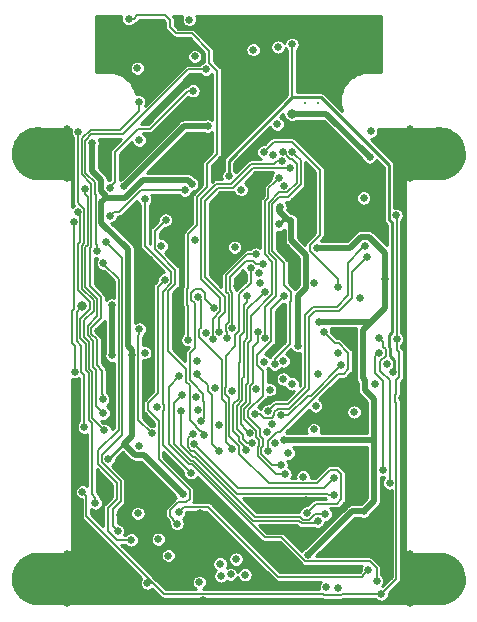
<source format=gbr>
G04 #@! TF.GenerationSoftware,KiCad,Pcbnew,(5.1.0-0)*
G04 #@! TF.CreationDate,2019-05-27T15:35:51-07:00*
G04 #@! TF.ProjectId,Nanopilot,4e616e6f-7069-46c6-9f74-2e6b69636164,rev?*
G04 #@! TF.SameCoordinates,Original*
G04 #@! TF.FileFunction,Copper,L2,Inr*
G04 #@! TF.FilePolarity,Positive*
%FSLAX46Y46*%
G04 Gerber Fmt 4.6, Leading zero omitted, Abs format (unit mm)*
G04 Created by KiCad (PCBNEW (5.1.0-0)) date 2019-05-27 15:35:51*
%MOMM*%
%LPD*%
G04 APERTURE LIST*
%ADD10C,0.300000*%
%ADD11C,4.400000*%
%ADD12C,0.700000*%
%ADD13C,0.650000*%
%ADD14C,0.800000*%
%ADD15C,0.500000*%
%ADD16C,0.155000*%
%ADD17C,0.250000*%
%ADD18C,0.160000*%
%ADD19C,0.254000*%
G04 APERTURE END LIST*
D10*
X86225000Y-44450000D03*
X86225000Y-45550000D03*
D11*
X63250000Y-39500000D03*
D12*
X64900000Y-39500000D03*
X64416726Y-40666726D03*
X63250000Y-41150000D03*
X62083274Y-40666726D03*
X61600000Y-39500000D03*
X62083274Y-38333274D03*
X63250000Y-37850000D03*
X64416726Y-38333274D03*
X64416726Y-74333274D03*
X63250000Y-73850000D03*
X62083274Y-74333274D03*
X61600000Y-75500000D03*
X62083274Y-76666726D03*
X63250000Y-77150000D03*
X64416726Y-76666726D03*
X64900000Y-75500000D03*
D11*
X63250000Y-75500000D03*
D12*
X98416726Y-74333274D03*
X97250000Y-73850000D03*
X96083274Y-74333274D03*
X95600000Y-75500000D03*
X96083274Y-76666726D03*
X97250000Y-77150000D03*
X98416726Y-76666726D03*
X98900000Y-75500000D03*
D11*
X97250000Y-75500000D03*
X97250000Y-39500000D03*
D12*
X98900000Y-39500000D03*
X98416726Y-40666726D03*
X97250000Y-41150000D03*
X96083274Y-40666726D03*
X95600000Y-39500000D03*
X96083274Y-38333274D03*
X97250000Y-37850000D03*
X98416726Y-38333274D03*
D10*
X85900000Y-35200000D03*
X87000000Y-35200000D03*
D13*
X83600000Y-30500000D03*
X94750000Y-74000000D03*
X94750000Y-75800000D03*
X94750000Y-77600000D03*
X94750000Y-73400000D03*
X94750000Y-77000000D03*
X94750000Y-74600000D03*
X94750000Y-76400000D03*
X65750000Y-38000000D03*
X65750000Y-39800000D03*
X65750000Y-41600000D03*
X65750000Y-37400000D03*
X65750000Y-41000000D03*
X65750000Y-38600000D03*
X65750000Y-40400000D03*
X65750000Y-39200000D03*
X65750000Y-74000000D03*
X65750000Y-75800000D03*
X65750000Y-77600000D03*
X65750000Y-73400000D03*
X65750000Y-77000000D03*
X65750000Y-74600000D03*
X65750000Y-76400000D03*
X65750000Y-75200000D03*
X94750000Y-38000000D03*
X94750000Y-39200000D03*
X94750000Y-41000000D03*
X94750000Y-39800000D03*
X94750000Y-38600000D03*
X94750000Y-37400000D03*
X94750000Y-40400000D03*
X94750000Y-41600000D03*
X80200000Y-30950000D03*
X78950000Y-30950000D03*
X70200000Y-70100002D03*
X79700000Y-37150000D03*
X75650000Y-36250000D03*
X76850000Y-38750000D03*
X69250000Y-40300000D03*
X68786820Y-50257510D03*
X88900000Y-55000000D03*
X86003536Y-68861291D03*
X69300000Y-68100000D03*
X84950000Y-28757510D03*
X69500000Y-32300000D03*
X69297962Y-57836442D03*
X68369249Y-54544999D03*
X71400000Y-44594998D03*
X88696308Y-59375496D03*
X66500000Y-69200000D03*
X72400000Y-34100000D03*
X84950000Y-66300000D03*
X90900000Y-65100000D03*
X71400000Y-31300000D03*
X73017490Y-31100000D03*
X82000000Y-33650000D03*
X66500000Y-59850000D03*
X66400000Y-64750000D03*
X91734978Y-45307199D03*
X94750000Y-75200000D03*
X88417490Y-33893404D03*
X80118877Y-50719660D03*
X84000022Y-54416219D03*
X90075000Y-44375000D03*
X84544741Y-73891926D03*
X72400000Y-72250000D03*
X92600000Y-72800000D03*
X77024238Y-69989768D03*
X86581250Y-43806250D03*
X78127780Y-74827443D03*
X94075000Y-60250000D03*
X73700000Y-28425000D03*
X75393280Y-28656720D03*
X71150000Y-29050000D03*
X83245988Y-71195986D03*
X75423095Y-52651905D03*
X78406327Y-44443671D03*
X74875000Y-46100000D03*
X75336271Y-73511271D03*
X78850000Y-48775000D03*
X74575000Y-48100000D03*
X85875000Y-46875000D03*
X83750000Y-60150000D03*
X85225606Y-50517490D03*
X77225000Y-77350000D03*
X81375000Y-28375000D03*
X91350000Y-39800000D03*
D14*
X84789984Y-36150000D03*
D13*
X66312468Y-45279998D03*
X66392490Y-57988157D03*
X69250000Y-65400000D03*
X67857510Y-38608135D03*
X85297789Y-55782508D03*
X75524998Y-68375000D03*
X88699988Y-56438212D03*
X85723161Y-66867490D03*
X71202479Y-56578556D03*
X80494220Y-42569220D03*
X76294341Y-42082042D03*
X81973506Y-49649221D03*
X83700000Y-45500000D03*
X83776761Y-44074977D03*
X77650000Y-37200000D03*
X70603628Y-42263930D03*
X69519210Y-52345888D03*
X69542490Y-56615651D03*
X84791616Y-30272588D03*
X93317490Y-57979988D03*
X79450000Y-41425000D03*
X73729340Y-47332117D03*
X67050000Y-68150000D03*
X93600000Y-44750000D03*
X92350000Y-76800000D03*
X72542030Y-75885645D03*
X93650233Y-55212016D03*
X77500000Y-32400000D03*
X68288490Y-47735094D03*
X81500000Y-30717521D03*
X69050000Y-46975000D03*
X70019102Y-71480662D03*
X68820000Y-48800000D03*
X71175000Y-72225000D03*
X75050000Y-70850000D03*
X74020020Y-50200000D03*
X76550000Y-46800000D03*
X79925000Y-47450000D03*
X91450000Y-37650000D03*
X81195783Y-63207344D03*
X83682796Y-41571056D03*
X76807510Y-51650216D03*
X79742490Y-64517040D03*
X67199996Y-62700000D03*
D14*
X67050001Y-52395012D03*
D13*
X71802485Y-35113389D03*
X68757510Y-60338586D03*
X75992490Y-55285031D03*
X70949599Y-28103091D03*
X86018685Y-69959854D03*
X81285794Y-49207510D03*
X82350000Y-48900000D03*
X79742490Y-54325000D03*
X74325000Y-73550000D03*
X79275000Y-55119982D03*
X81725000Y-48025000D03*
X73475000Y-72175000D03*
X78114435Y-55217066D03*
X83965662Y-40159184D03*
X84622385Y-40716694D03*
X78621713Y-54590022D03*
X76790671Y-61234005D03*
X81633931Y-61569665D03*
X91150000Y-48299986D03*
X82748942Y-61308451D03*
X90996973Y-47304364D03*
X82467346Y-55141580D03*
X84002017Y-39354993D03*
X83311393Y-57359955D03*
X84809070Y-39381692D03*
X86633069Y-62881627D03*
X71734738Y-69988807D03*
X78607479Y-62481814D03*
X83052459Y-62447680D03*
X82630805Y-63133430D03*
X82384352Y-39381326D03*
X82750072Y-64700040D03*
X88700779Y-50812470D03*
X87473223Y-54630013D03*
X83312095Y-64066167D03*
X87700000Y-76250000D03*
X84474926Y-64890665D03*
X88650000Y-76325000D03*
X83884163Y-61665841D03*
X76692490Y-60118985D03*
X88950004Y-57450000D03*
X84814384Y-59018181D03*
X84051727Y-58611713D03*
X82899998Y-59500002D03*
X84062690Y-57070826D03*
X77050000Y-62200000D03*
X78150000Y-52600000D03*
X87025000Y-58184978D03*
X72319039Y-43365010D03*
X76211755Y-66537642D03*
X77374698Y-63312081D03*
X74080003Y-45143978D03*
X72317490Y-56367480D03*
X72900000Y-63200000D03*
X71867135Y-54368754D03*
X86780780Y-60880780D03*
X83850000Y-65900000D03*
X84125000Y-51575000D03*
X90524523Y-51774523D03*
X90850869Y-43272894D03*
X92837545Y-57315124D03*
X76714944Y-58206918D03*
X78622479Y-64730345D03*
X79714945Y-59611261D03*
X73350000Y-61000000D03*
X75200250Y-69897626D03*
X91243228Y-74793228D03*
X75250000Y-58350000D03*
X91950000Y-75700000D03*
X90050000Y-61400000D03*
X91850000Y-59000000D03*
X93050000Y-67400000D03*
X92162533Y-55136128D03*
X92475000Y-66275000D03*
X92165033Y-56374095D03*
X68142490Y-69100000D03*
X66627479Y-44505506D03*
X69382534Y-44766163D03*
X84126891Y-42242490D03*
X75700000Y-42625000D03*
X83199990Y-39609425D03*
X83550000Y-37050000D03*
X78227581Y-59359870D03*
X81779989Y-59477479D03*
X76774467Y-57080012D03*
X82401464Y-57153292D03*
X71807208Y-64245646D03*
X71850000Y-38400000D03*
X86949658Y-70649658D03*
X75500114Y-59957510D03*
X75361420Y-61321432D03*
X87601217Y-70045391D03*
X76383254Y-63224003D03*
X88368515Y-68433804D03*
X76522807Y-64104538D03*
X88330603Y-67022401D03*
X68900000Y-62957510D03*
X66708293Y-37664846D03*
X76409041Y-34197273D03*
X69345044Y-42392490D03*
X67250000Y-42500000D03*
X68820000Y-61500000D03*
X76550000Y-31300000D03*
X71700000Y-32300000D03*
X84178824Y-66675625D03*
X81870769Y-54599924D03*
X82463859Y-51227479D03*
X81407844Y-64001952D03*
X80948083Y-51587164D03*
X80932510Y-64651645D03*
X86685617Y-50485607D03*
X82100591Y-50509092D03*
X77506702Y-54684981D03*
X90850000Y-69800000D03*
X84145791Y-63773913D03*
X87100000Y-53750000D03*
X76950000Y-75825000D03*
X86869914Y-47490004D03*
X86175000Y-73475000D03*
X92662020Y-50117490D03*
X78788056Y-75287965D03*
X79581947Y-75154614D03*
X80800000Y-75175000D03*
X80047566Y-73859183D03*
X78700000Y-74250000D03*
X76094998Y-28175000D03*
D15*
X85355669Y-36150000D02*
X84789984Y-36150000D01*
X87700000Y-36150000D02*
X85355669Y-36150000D01*
X91350000Y-39800000D02*
X87700000Y-36150000D01*
D16*
X66312468Y-45279998D02*
X66312468Y-52694124D01*
X66312468Y-52694124D02*
X66178296Y-52828296D01*
X66392490Y-55792490D02*
X66178296Y-55578296D01*
X66392490Y-57988157D02*
X66392490Y-55792490D01*
X66178296Y-52828296D02*
X66178296Y-55578296D01*
D17*
X69250000Y-65400000D02*
X70565580Y-64084420D01*
D15*
X69000000Y-43300000D02*
X69000000Y-43090786D01*
X68615034Y-41773481D02*
X67857510Y-41015957D01*
X67857510Y-41015957D02*
X67857510Y-39067754D01*
X67857510Y-39067754D02*
X67857510Y-38608135D01*
X69000000Y-43090786D02*
X68615034Y-42705820D01*
X68615034Y-42705820D02*
X68615034Y-41773481D01*
X71202479Y-63447521D02*
X71202479Y-57038175D01*
X71202479Y-57038175D02*
X71202479Y-56578556D01*
X68652533Y-43647467D02*
X68652533Y-45370160D01*
X70902480Y-55818938D02*
X71202479Y-56118937D01*
X70565580Y-64084420D02*
X71202479Y-63447521D01*
X68652533Y-45370160D02*
X70902480Y-47620107D01*
X69000000Y-43300000D02*
X68652533Y-43647467D01*
X70902480Y-47620107D02*
X70902480Y-55818938D01*
X71202479Y-56118937D02*
X71202479Y-56578556D01*
X75969342Y-41757043D02*
X76294341Y-42082042D01*
X69000000Y-43300000D02*
X70607020Y-43300000D01*
X72149977Y-41757043D02*
X75969342Y-41757043D01*
X70607020Y-43300000D02*
X72149977Y-41757043D01*
X85955616Y-50895494D02*
X85297789Y-51553321D01*
X85955616Y-48082977D02*
X85955616Y-50895494D01*
X84740602Y-46867963D02*
X85955616Y-48082977D01*
X85297789Y-55322889D02*
X85297789Y-55782508D01*
X85297789Y-51553321D02*
X85297789Y-55322889D01*
X84740602Y-45159398D02*
X84740602Y-46867963D01*
X84740602Y-45159398D02*
X84459398Y-45159398D01*
D17*
X84040602Y-45159398D02*
X84024999Y-45175001D01*
X84740602Y-45159398D02*
X84040602Y-45159398D01*
X84024999Y-45175001D02*
X83700000Y-45500000D01*
D15*
X84459398Y-45159398D02*
X83700000Y-44400000D01*
X83700000Y-44400000D02*
X83700000Y-44151738D01*
X83700000Y-44151738D02*
X83776761Y-44074977D01*
X75524998Y-68349998D02*
X75524998Y-68375000D01*
X72225000Y-65050000D02*
X75524998Y-68349998D01*
X71531160Y-65050000D02*
X72225000Y-65050000D01*
X70565580Y-64084420D02*
X71531160Y-65050000D01*
X70928627Y-41938931D02*
X70603628Y-42263930D01*
X75667558Y-37200000D02*
X70928627Y-41938931D01*
X77650000Y-37200000D02*
X75667558Y-37200000D01*
X69519210Y-56592371D02*
X69542490Y-56615651D01*
X69519210Y-52345888D02*
X69519210Y-56592371D01*
D16*
X84791616Y-30732207D02*
X84800000Y-30740591D01*
X84791616Y-30272588D02*
X84791616Y-30732207D01*
X84800000Y-34739998D02*
X84830001Y-34769999D01*
X84800000Y-30740591D02*
X84800000Y-34739998D01*
D17*
X79450000Y-40965381D02*
X79450000Y-41425000D01*
X79450000Y-40150000D02*
X79450000Y-40965381D01*
X84830001Y-34769999D02*
X79450000Y-40150000D01*
X93040401Y-54914195D02*
X93040401Y-55918765D01*
X93080045Y-55958409D02*
X93080045Y-56662222D01*
X93292489Y-45387891D02*
X93292489Y-54662107D01*
X93080045Y-56662222D02*
X93442546Y-57024723D01*
X87269999Y-34769999D02*
X92994999Y-40494999D01*
X92994999Y-45090401D02*
X93292489Y-45387891D01*
X93442546Y-57024723D02*
X93442546Y-57854932D01*
X84830001Y-34769999D02*
X87269999Y-34769999D01*
X93292489Y-54662107D02*
X93040401Y-54914195D01*
X93040401Y-55918765D02*
X93080045Y-55958409D01*
X92994999Y-40494999D02*
X92994999Y-45090401D01*
X93442546Y-57854932D02*
X93317490Y-57979988D01*
D16*
X67374999Y-70224999D02*
X67875000Y-70725000D01*
X67050000Y-68150000D02*
X67374999Y-68474999D01*
X67374999Y-68474999D02*
X67374999Y-70224999D01*
X67875000Y-70725000D02*
X73162500Y-76012500D01*
X73035645Y-75885645D02*
X73001649Y-75885645D01*
X73162500Y-76012500D02*
X73035645Y-75885645D01*
X73001649Y-75885645D02*
X72542030Y-75885645D01*
X93625587Y-59874311D02*
X93625587Y-58681687D01*
X93517499Y-60517601D02*
X93517499Y-59982399D01*
X92350000Y-76800000D02*
X93625587Y-75524413D01*
X93517499Y-59982399D02*
X93625587Y-59874311D01*
X93625587Y-60625689D02*
X93517499Y-60517601D01*
X93625587Y-75524413D02*
X93625587Y-60625689D01*
X93625587Y-58681687D02*
X93875000Y-58432274D01*
X93650233Y-56125233D02*
X93650233Y-55212016D01*
X93875000Y-56350000D02*
X93650233Y-56125233D01*
X93875000Y-58432274D02*
X93875000Y-56350000D01*
X93650000Y-55211783D02*
X93650233Y-55212016D01*
X93650000Y-44800000D02*
X93650000Y-55211783D01*
X93600000Y-44750000D02*
X93650000Y-44800000D01*
X76949898Y-76800000D02*
X76957399Y-76792499D01*
X73950000Y-76800000D02*
X76949898Y-76800000D01*
X73162500Y-76012500D02*
X73950000Y-76800000D01*
X87424898Y-76800000D02*
X87507399Y-76882501D01*
X91890381Y-76800000D02*
X92350000Y-76800000D01*
X76957399Y-76792499D02*
X77492601Y-76792499D01*
X89000102Y-76800000D02*
X91890381Y-76800000D01*
X77500102Y-76800000D02*
X87424898Y-76800000D01*
X87507399Y-76882501D02*
X88917601Y-76882501D01*
X88917601Y-76882501D02*
X89000102Y-76800000D01*
X77492601Y-76792499D02*
X77500102Y-76800000D01*
X68120022Y-42952799D02*
X68170022Y-43002799D01*
X67328315Y-38381285D02*
X67300000Y-38409600D01*
X67300000Y-41140820D02*
X68120022Y-41960842D01*
X77500000Y-32400000D02*
X76000000Y-32400000D01*
X67300000Y-38409600D02*
X67300000Y-41140820D01*
X70500000Y-37900000D02*
X67776841Y-37900000D01*
X68170022Y-43002799D02*
X68170022Y-47157007D01*
X68170022Y-47157007D02*
X68288490Y-47275475D01*
X76000000Y-32400000D02*
X70500000Y-37900000D01*
X68288490Y-47275475D02*
X68288490Y-47735094D01*
X67776841Y-37900000D02*
X67328315Y-38348526D01*
X68120022Y-41960842D02*
X68120022Y-42952799D01*
X67328315Y-38348526D02*
X67328315Y-38381285D01*
X70410011Y-48335011D02*
X70410011Y-63353410D01*
X68685011Y-65078410D02*
X68685011Y-65671591D01*
X70410011Y-63353410D02*
X68685011Y-65078410D01*
X69631603Y-71093163D02*
X69694103Y-71155663D01*
X68685011Y-65671591D02*
X70285011Y-67271590D01*
X70285011Y-67271590D02*
X70285011Y-68939989D01*
X70285011Y-68939989D02*
X69631603Y-69593397D01*
X69631603Y-69593397D02*
X69631603Y-71093163D01*
X69050000Y-46975000D02*
X70410011Y-48335011D01*
X69694103Y-71155663D02*
X70019102Y-71480662D01*
X68820000Y-48800000D02*
X68820000Y-48870000D01*
X68820000Y-48870000D02*
X70100000Y-50150000D01*
X70100000Y-50150000D02*
X70100000Y-62900000D01*
X70100000Y-62900000D02*
X68375000Y-64625000D01*
X68375000Y-64625000D02*
X68375000Y-65800000D01*
X68375000Y-65800000D02*
X69975000Y-67400000D01*
X69975000Y-67400000D02*
X69975000Y-68725000D01*
X69975000Y-68725000D02*
X69200000Y-69500000D01*
X69200000Y-69500000D02*
X69200000Y-71450000D01*
X69975000Y-72225000D02*
X71175000Y-72225000D01*
X69200000Y-71450000D02*
X69975000Y-72225000D01*
X73425000Y-50795020D02*
X74020020Y-50200000D01*
X73425000Y-59800000D02*
X73425000Y-50795020D01*
X72575000Y-60650000D02*
X73425000Y-59800000D01*
X72575000Y-61200000D02*
X72575000Y-60650000D01*
X73500000Y-62125000D02*
X72575000Y-61200000D01*
X73500000Y-65400000D02*
X73500000Y-62125000D01*
X76125000Y-68025000D02*
X73500000Y-65400000D01*
X76125000Y-68750000D02*
X76125000Y-68025000D01*
X75150000Y-69025000D02*
X75850000Y-69025000D01*
X75850000Y-69025000D02*
X76125000Y-68750000D01*
X74725001Y-70525001D02*
X74725001Y-70450001D01*
X75050000Y-70850000D02*
X74725001Y-70525001D01*
X74725001Y-70450001D02*
X74450000Y-70175000D01*
X74450000Y-69725000D02*
X75150000Y-69025000D01*
X74450000Y-70175000D02*
X74450000Y-69725000D01*
X82787551Y-43244153D02*
X82787551Y-42466301D01*
X83357797Y-41896055D02*
X83682796Y-41571056D01*
X82787551Y-42466301D02*
X83357797Y-41896055D01*
D18*
X80443908Y-62455469D02*
X80870784Y-62882345D01*
X80904977Y-60549301D02*
X80443908Y-61010370D01*
X82487489Y-48058685D02*
X83111155Y-48682351D01*
X80443908Y-61010370D02*
X80443908Y-62455469D01*
X81310759Y-55301791D02*
X81060394Y-55552156D01*
X81310759Y-53247285D02*
X81310759Y-55301791D01*
X83111155Y-48682351D02*
X83111155Y-51446889D01*
X82787551Y-43244153D02*
X82487489Y-43544214D01*
X80904977Y-59078197D02*
X80904977Y-60549301D01*
X81060394Y-58922780D02*
X80904977Y-59078197D01*
X80870784Y-62882345D02*
X81195783Y-63207344D01*
X82487489Y-43544214D02*
X82487489Y-48058685D01*
X81060394Y-55552156D02*
X81060394Y-58922780D01*
X83111155Y-51446889D02*
X81310759Y-53247285D01*
D16*
X78887489Y-60329446D02*
X79164989Y-60606946D01*
X79164989Y-63939539D02*
X79417491Y-64192041D01*
X79417491Y-64192041D02*
X79742490Y-64517040D01*
X79164989Y-60606946D02*
X79164989Y-63939539D01*
D18*
X78837489Y-60279446D02*
X78887489Y-60329446D01*
X77050776Y-54296972D02*
X77050776Y-51893482D01*
X77050776Y-51893482D02*
X76807510Y-51650216D01*
X76945213Y-54402535D02*
X77050776Y-54296972D01*
X76945213Y-55070213D02*
X76945213Y-54402535D01*
D16*
X78837489Y-56962489D02*
X76945213Y-55070213D01*
X78837489Y-59762489D02*
X78837489Y-56962489D01*
D18*
X78837489Y-59762489D02*
X78837489Y-60279446D01*
D16*
X66950000Y-52495013D02*
X67050001Y-52395012D01*
X66550000Y-52895013D02*
X66950000Y-52495013D01*
X66550000Y-55400000D02*
X66550000Y-52895013D01*
X67199996Y-62700000D02*
X67199996Y-58249996D01*
X66950000Y-55800000D02*
X66550000Y-55400000D01*
X66950000Y-58000000D02*
X66950000Y-55800000D01*
X67199996Y-58249996D02*
X66950000Y-58000000D01*
X68272534Y-55254707D02*
X68272534Y-57439427D01*
X68272534Y-57439427D02*
X68742499Y-57909392D01*
X67738420Y-37500000D02*
X67018304Y-38220116D01*
X66989989Y-38281190D02*
X66989989Y-41269230D01*
X68742499Y-59863956D02*
X68757510Y-59878967D01*
X68757510Y-59878967D02*
X68757510Y-60338586D01*
X71802485Y-35113389D02*
X71802485Y-35947515D01*
X71802485Y-35947515D02*
X70250000Y-37500000D01*
X70250000Y-37500000D02*
X67738420Y-37500000D01*
X67018304Y-38220116D02*
X67018304Y-38252875D01*
X66989989Y-41269230D02*
X67810011Y-42089252D01*
X67810011Y-42089252D02*
X67810011Y-47428410D01*
X67810011Y-47428410D02*
X67693138Y-47545283D01*
X67693138Y-47545283D02*
X67693138Y-50772478D01*
X67811748Y-54277398D02*
X67811748Y-54793921D01*
X68622534Y-51701874D02*
X68622534Y-53466612D01*
X67693138Y-50772478D02*
X68622534Y-51701874D01*
X68622534Y-53466612D02*
X67811748Y-54277398D01*
X67811748Y-54793921D02*
X68272534Y-55254707D01*
X67018304Y-38252875D02*
X66989989Y-38281190D01*
X68742499Y-57909392D02*
X68742499Y-59863956D01*
X71409218Y-28103091D02*
X70949599Y-28103091D01*
X74050001Y-27825001D02*
X71687308Y-27825001D01*
X74475000Y-28825000D02*
X74475000Y-28250000D01*
X75000000Y-29350000D02*
X74475000Y-28825000D01*
X76300000Y-29350000D02*
X75000000Y-29350000D01*
X71687308Y-27825001D02*
X71409218Y-28103091D01*
X74475000Y-28250000D02*
X74050001Y-27825001D01*
X77768802Y-30818802D02*
X76300000Y-29350000D01*
X77768802Y-31839998D02*
X77768802Y-30818802D01*
D18*
X75992490Y-54825412D02*
X75992490Y-55285031D01*
X75900000Y-52300008D02*
X75992490Y-52392498D01*
X75992490Y-47071292D02*
X75992490Y-50882510D01*
X75900000Y-50975000D02*
X75900000Y-52300008D01*
X75992490Y-52392498D02*
X75992490Y-54825412D01*
X75992490Y-50882510D02*
X75900000Y-50975000D01*
X75989999Y-47068801D02*
X75992490Y-47071292D01*
D16*
X76750000Y-45600000D02*
X75989999Y-46360001D01*
D18*
X75989999Y-46360001D02*
X75989999Y-47068801D01*
X77589998Y-40400870D02*
X77589998Y-42385002D01*
X78450000Y-39540868D02*
X77589998Y-40400870D01*
X78450000Y-32521196D02*
X78450000Y-39540868D01*
X77768802Y-31839998D02*
X78450000Y-32521196D01*
D16*
X76750000Y-43225000D02*
X77087500Y-42887500D01*
X76750000Y-43925000D02*
X76750000Y-43225000D01*
D18*
X77589998Y-42385002D02*
X77087500Y-42887500D01*
D16*
X76750000Y-43925000D02*
X76750000Y-45600000D01*
X86018685Y-69959854D02*
X86828539Y-69150000D01*
X79200000Y-59301104D02*
X79200000Y-56650000D01*
X82800000Y-67425000D02*
X80300000Y-64925000D01*
X86828539Y-69150000D02*
X88600000Y-69150000D01*
X79157444Y-59343660D02*
X79200000Y-59301104D01*
X88950000Y-66650000D02*
X88600000Y-66300000D01*
X88600000Y-66300000D02*
X88000000Y-66300000D01*
X88950000Y-68800000D02*
X88950000Y-66650000D01*
X79475000Y-60196418D02*
X79157444Y-59878862D01*
X81285794Y-49667129D02*
X81285794Y-49207510D01*
X80300000Y-51425000D02*
X81285794Y-50439206D01*
X88600000Y-69150000D02*
X88950000Y-68800000D01*
X80300000Y-64925000D02*
X80300000Y-64275000D01*
X88000000Y-66300000D02*
X86875000Y-67425000D01*
X79157444Y-59878862D02*
X79157444Y-59343660D01*
X80300000Y-54575000D02*
X80300000Y-51425000D01*
X80300000Y-64275000D02*
X79475000Y-63450000D01*
X79475000Y-63450000D02*
X79475000Y-60196418D01*
X80000000Y-55850000D02*
X80000000Y-54875000D01*
X86875000Y-67425000D02*
X82800000Y-67425000D01*
X79200000Y-56650000D02*
X80000000Y-55850000D01*
X80000000Y-54875000D02*
X80300000Y-54575000D01*
X81285794Y-50439206D02*
X81285794Y-49667129D01*
X79525000Y-51100000D02*
X79525000Y-49940381D01*
X81774896Y-48900000D02*
X81890381Y-48900000D01*
X80890380Y-48575001D02*
X81449897Y-48575001D01*
X79742490Y-51317490D02*
X79525000Y-51100000D01*
X79525000Y-49940381D02*
X80890380Y-48575001D01*
X79742490Y-54325000D02*
X79742490Y-51317490D01*
X81449897Y-48575001D02*
X81774896Y-48900000D01*
X81890381Y-48900000D02*
X82350000Y-48900000D01*
X81265381Y-48025000D02*
X81725000Y-48025000D01*
X79214989Y-51228410D02*
X79425000Y-51438420D01*
X79425000Y-53817386D02*
X79184988Y-54057398D01*
X79425000Y-51438420D02*
X79425000Y-53817386D01*
X79184988Y-54057398D02*
X79184988Y-54570351D01*
X79184988Y-54570351D02*
X79275000Y-54660363D01*
X79275000Y-54660363D02*
X79275000Y-55119982D01*
X79214989Y-49810011D02*
X81000000Y-48025000D01*
X79214989Y-49885011D02*
X79214989Y-49810011D01*
X81000000Y-48025000D02*
X81265381Y-48025000D01*
X79214989Y-49885011D02*
X79214989Y-51228410D01*
X78064203Y-55166834D02*
X78114435Y-55217066D01*
X78064203Y-53535797D02*
X78064203Y-55166834D01*
X78710001Y-52889999D02*
X78064203Y-53535797D01*
D18*
X77109989Y-50118032D02*
X78710001Y-51718044D01*
X78710001Y-51718044D02*
X78710001Y-52889999D01*
X77109989Y-48784989D02*
X77109989Y-50118032D01*
D16*
X78371591Y-42089989D02*
X77109989Y-43351591D01*
X83965662Y-40159184D02*
X83506043Y-40159184D01*
X83506043Y-40159184D02*
X83258544Y-40406683D01*
X79596590Y-42089989D02*
X78371591Y-42089989D01*
X83258544Y-40406683D02*
X81279896Y-40406683D01*
X81279896Y-40406683D02*
X79596590Y-42089989D01*
X77109989Y-43351591D02*
X77109989Y-48784989D01*
X79100226Y-52975226D02*
X78621713Y-53453739D01*
X78621713Y-53453739D02*
X78621713Y-54130403D01*
X78621713Y-54130403D02*
X78621713Y-54590022D01*
D18*
X77425000Y-49987551D02*
X79100226Y-51662777D01*
X79100226Y-51662777D02*
X79100226Y-52975226D01*
X77425000Y-48750000D02*
X77425000Y-49987551D01*
D16*
X84622385Y-40716694D02*
X81483306Y-40716694D01*
X78550000Y-42400000D02*
X79800000Y-42400000D01*
X77425000Y-43525000D02*
X78550000Y-42400000D01*
X81483306Y-40716694D02*
X79800000Y-42400000D01*
X77425000Y-48750000D02*
X77425000Y-43525000D01*
X89851532Y-51536889D02*
X89900000Y-51488421D01*
X88738424Y-52849997D02*
X89851532Y-51736889D01*
X83292499Y-61432403D02*
X83616561Y-61108339D01*
X86699997Y-52849997D02*
X88738424Y-52849997D01*
X86210011Y-53339983D02*
X86699997Y-52849997D01*
X84530082Y-61108339D02*
X86210011Y-59428410D01*
X86210011Y-59428410D02*
X86210011Y-53339983D01*
X89851532Y-51736889D02*
X89851532Y-51536889D01*
X83616561Y-61108339D02*
X84530082Y-61108339D01*
X83292499Y-61657501D02*
X83292499Y-61432403D01*
X82093550Y-61569665D02*
X82392678Y-61868793D01*
X83081207Y-61868793D02*
X83292499Y-61657501D01*
X82392678Y-61868793D02*
X83081207Y-61868793D01*
X81633931Y-61569665D02*
X82093550Y-61569665D01*
X91150000Y-48299986D02*
X89899986Y-49550000D01*
X89899986Y-50149986D02*
X89900000Y-50150000D01*
X89899986Y-49550000D02*
X89899986Y-50149986D01*
X89900000Y-51488421D02*
X89900000Y-50150000D01*
X85900000Y-53208042D02*
X86304021Y-52804021D01*
X85900000Y-59300000D02*
X85900000Y-53208042D01*
X84460011Y-60739989D02*
X85900000Y-59300000D01*
X83660011Y-60739989D02*
X84460011Y-60739989D01*
D18*
X83317404Y-60739989D02*
X83073941Y-60983452D01*
X83660011Y-60739989D02*
X83317404Y-60739989D01*
X83073941Y-60983452D02*
X82748942Y-61308451D01*
X86304021Y-52804021D02*
X86591521Y-52516521D01*
D16*
X90671974Y-47629363D02*
X90996973Y-47304364D01*
X86591521Y-52516521D02*
X88558479Y-52516521D01*
X88558479Y-52516521D02*
X89541521Y-51533479D01*
X89541521Y-48759816D02*
X90671974Y-47629363D01*
X89541521Y-51533479D02*
X89541521Y-48759816D01*
X84327016Y-39679992D02*
X84002017Y-39354993D01*
X85200000Y-42000000D02*
X85200000Y-40400000D01*
X82467346Y-55141580D02*
X82467346Y-52532655D01*
X84327016Y-39688077D02*
X84327016Y-39679992D01*
X82467346Y-52532655D02*
X83423666Y-51576335D01*
X82800000Y-43673658D02*
X83673658Y-42800000D01*
X84800000Y-40000000D02*
X84638939Y-40000000D01*
X83423666Y-51576335D02*
X83423666Y-48552905D01*
X82800000Y-47929239D02*
X82800000Y-43673658D01*
X84400000Y-42800000D02*
X85200000Y-42000000D01*
X85200000Y-40400000D02*
X84800000Y-40000000D01*
X84638939Y-40000000D02*
X84327016Y-39688077D01*
X83673658Y-42800000D02*
X84400000Y-42800000D01*
X83423666Y-48552905D02*
X82800000Y-47929239D01*
D18*
X84429446Y-43212511D02*
X85512511Y-42129446D01*
X85512511Y-40085133D02*
X85134069Y-39706691D01*
X83112511Y-43829445D02*
X83729445Y-43212511D01*
X83729445Y-43212511D02*
X84429446Y-43212511D01*
X85134069Y-39706691D02*
X84809070Y-39381692D01*
X85512511Y-42129446D02*
X85512511Y-40085133D01*
X83112511Y-43962511D02*
X83112511Y-43829445D01*
X84585001Y-55626728D02*
X83311393Y-56900336D01*
X83311393Y-56900336D02*
X83311393Y-57359955D01*
X84585001Y-52085001D02*
X84585001Y-55626728D01*
D16*
X84682501Y-51232399D02*
X84100000Y-50649898D01*
X84100000Y-48790819D02*
X83112511Y-47803330D01*
X84585001Y-52085001D02*
X84682501Y-51987501D01*
X83112511Y-47803330D02*
X83112511Y-43962511D01*
X84682501Y-51987501D02*
X84682501Y-51232399D01*
X84100000Y-50649898D02*
X84100000Y-48790819D01*
X82750072Y-63820320D02*
X82750072Y-64240421D01*
X83770339Y-63071288D02*
X83499104Y-63071288D01*
X83499104Y-63071288D02*
X82750072Y-63820320D01*
X87832476Y-59009151D02*
X83770339Y-63071288D01*
X82750072Y-64240421D02*
X82750072Y-64700040D01*
X84752480Y-38500000D02*
X87150000Y-40897520D01*
X86312413Y-47757605D02*
X88700779Y-50145971D01*
X82384352Y-39381326D02*
X83265678Y-38500000D01*
X83265678Y-38500000D02*
X84752480Y-38500000D01*
X88700779Y-50145971D02*
X88700779Y-50352851D01*
X87150000Y-40897520D02*
X87150000Y-46398277D01*
X88700779Y-50352851D02*
X88700779Y-50812470D01*
X87150000Y-46398277D02*
X86312413Y-47235864D01*
X86312413Y-47235864D02*
X86312413Y-47757605D01*
X87832476Y-59009151D02*
X87865849Y-59009151D01*
X87865849Y-59009151D02*
X88675000Y-58200000D01*
X88675000Y-58200000D02*
X89150000Y-58200000D01*
X89150000Y-58200000D02*
X89550000Y-57800000D01*
X89550000Y-57800000D02*
X89550000Y-56375000D01*
X89550000Y-56375000D02*
X88725000Y-55550000D01*
X88393210Y-55550000D02*
X87473223Y-54630013D01*
X88725000Y-55550000D02*
X88393210Y-55550000D01*
X83884163Y-61665841D02*
X84484159Y-61665841D01*
X86375004Y-60025000D02*
X88950004Y-57450000D01*
X86125000Y-60025000D02*
X86375004Y-60025000D01*
X84484159Y-61665841D02*
X86125000Y-60025000D01*
X77392772Y-51842772D02*
X78150000Y-52600000D01*
X77050000Y-51000000D02*
X77392772Y-51342772D01*
X76250000Y-51300000D02*
X76550000Y-51000000D01*
X76550000Y-51000000D02*
X77050000Y-51000000D01*
X76250000Y-51900000D02*
X76250000Y-51300000D01*
X76150000Y-56400000D02*
X76550000Y-56000000D01*
X76550000Y-52200000D02*
X76250000Y-51900000D01*
X76450000Y-59051393D02*
X76450000Y-59000000D01*
X76150000Y-58700000D02*
X76150000Y-56400000D01*
X76550000Y-56000000D02*
X76550000Y-52200000D01*
X76450000Y-59000000D02*
X76150000Y-58700000D01*
X77249991Y-60449992D02*
X77249991Y-59851384D01*
X77374999Y-60575001D02*
X77249991Y-60449992D01*
X77374999Y-61875001D02*
X77374999Y-60575001D01*
X77392772Y-51342772D02*
X77392772Y-51842772D01*
X77249991Y-59851384D02*
X76450000Y-59051393D01*
X77050000Y-62200000D02*
X77374999Y-61875001D01*
X74577522Y-50467602D02*
X74577522Y-49577522D01*
X73833620Y-51211504D02*
X74577522Y-50467602D01*
X73833620Y-55266380D02*
X73833620Y-51211504D01*
X74577522Y-49577522D02*
X73000000Y-48000000D01*
D18*
X72319039Y-43365010D02*
X72319039Y-47319039D01*
X72319039Y-47319039D02*
X72976406Y-47976406D01*
X72976406Y-47976406D02*
X73000000Y-48000000D01*
X73900000Y-64225887D02*
X75886756Y-66212643D01*
X75886756Y-66212643D02*
X76211755Y-66537642D01*
X73900000Y-61278802D02*
X73900000Y-64225887D01*
X73910001Y-60731199D02*
X73910001Y-61268801D01*
X73910001Y-61268801D02*
X73900000Y-61278802D01*
X73900000Y-55332760D02*
X73900000Y-60721198D01*
X73900000Y-60721198D02*
X73910001Y-60731199D01*
X73833620Y-55266380D02*
X73900000Y-55332760D01*
D16*
X76971435Y-62987082D02*
X76650855Y-62666502D01*
X76134989Y-59123409D02*
X75839989Y-58828410D01*
X77374698Y-63312081D02*
X77049699Y-62987082D01*
X76650855Y-62666502D02*
X76650855Y-62600855D01*
X77049699Y-62987082D02*
X76971435Y-62987082D01*
X76650855Y-62600855D02*
X76134989Y-62084989D01*
X76134989Y-62084989D02*
X76134989Y-59123409D01*
D18*
X73425000Y-47875000D02*
X74890033Y-49340033D01*
X74890033Y-49340033D02*
X74890033Y-50597048D01*
X74890033Y-50597048D02*
X74300000Y-51187081D01*
D16*
X73171839Y-47621839D02*
X73171839Y-46052142D01*
X73755004Y-45468977D02*
X74080003Y-45143978D01*
X73171839Y-46052142D02*
X73755004Y-45468977D01*
X73425000Y-47875000D02*
X73171839Y-47621839D01*
X75839989Y-57789989D02*
X75839989Y-57764989D01*
X75839989Y-58828410D02*
X75839989Y-57789989D01*
X75839989Y-57764989D02*
X74300000Y-56225000D01*
X74300000Y-56225000D02*
X74300000Y-54825000D01*
D18*
X74300000Y-51187081D02*
X74300000Y-54825000D01*
D16*
X72900000Y-63200000D02*
X71759989Y-62059989D01*
X71759989Y-62059989D02*
X71759989Y-54935519D01*
X71867135Y-54828373D02*
X71867135Y-54368754D01*
X71759989Y-54935519D02*
X71867135Y-54828373D01*
D18*
X83027347Y-52672653D02*
X83800001Y-51899999D01*
X82277857Y-64343341D02*
X82337489Y-64283709D01*
X81841463Y-57422093D02*
X81841463Y-56596265D01*
X82070795Y-62835331D02*
X81073930Y-61838466D01*
X81073930Y-61271332D02*
X82339997Y-60005265D01*
X82337489Y-63673025D02*
X82070795Y-63406331D01*
X82339997Y-57920627D02*
X81841463Y-57422093D01*
X83850000Y-65900000D02*
X83121198Y-65900000D01*
X82337489Y-64283709D02*
X82337489Y-63673025D01*
X82189999Y-64968801D02*
X82189999Y-64486858D01*
X81073930Y-61838466D02*
X81073930Y-61271332D01*
X83121198Y-65900000D02*
X82189999Y-64968801D01*
X82339997Y-60005265D02*
X82339997Y-57920627D01*
X83027347Y-55410381D02*
X83027347Y-52672653D01*
X82277857Y-64399000D02*
X82277857Y-64343341D01*
X83800001Y-51899999D02*
X84125000Y-51575000D01*
X82189999Y-64486858D02*
X82277857Y-64399000D01*
X82070795Y-63406331D02*
X82070795Y-62835331D01*
X81841463Y-56596265D02*
X83027347Y-55410381D01*
X77662511Y-59154485D02*
X77039943Y-58531917D01*
X77039943Y-58531917D02*
X76714944Y-58206918D01*
X77662511Y-59600800D02*
X77662511Y-59154485D01*
X77930855Y-59869145D02*
X77662511Y-59600800D01*
D16*
X78024978Y-64132844D02*
X78297480Y-64405346D01*
X78024978Y-59963268D02*
X78024978Y-64132844D01*
X77930855Y-59869145D02*
X78024978Y-59963268D01*
X78297480Y-64405346D02*
X78622479Y-64730345D01*
X90918229Y-75118227D02*
X91243228Y-74793228D01*
X77693847Y-69432267D02*
X83619081Y-75357501D01*
X75200250Y-69897626D02*
X75665609Y-69432267D01*
X75665609Y-69432267D02*
X77693847Y-69432267D01*
X83619081Y-75357501D02*
X90678955Y-75357501D01*
X90678955Y-75357501D02*
X90918229Y-75118227D01*
X91352092Y-74032502D02*
X91950000Y-74630410D01*
X83897408Y-72022512D02*
X85907398Y-74032502D01*
X91950000Y-74630410D02*
X91950000Y-75240381D01*
X76103791Y-65840032D02*
X76302584Y-65840032D01*
X76302584Y-65840032D02*
X82485064Y-72022512D01*
X85907398Y-74032502D02*
X91352092Y-74032502D01*
X74350000Y-64086241D02*
X76103791Y-65840032D01*
X74350000Y-59250000D02*
X74350000Y-64086241D01*
X91950000Y-75240381D02*
X91950000Y-75700000D01*
X82485064Y-72022512D02*
X83897408Y-72022512D01*
X75250000Y-58350000D02*
X74350000Y-59250000D01*
X92487532Y-55871492D02*
X92487532Y-55461127D01*
X92722534Y-56641696D02*
X92722534Y-56106494D01*
X92250000Y-57114230D02*
X92722534Y-56641696D01*
X92487532Y-55461127D02*
X92162533Y-55136128D01*
X93050000Y-67400000D02*
X93050000Y-58725000D01*
X93050000Y-58725000D02*
X92250000Y-57925000D01*
X92250000Y-57925000D02*
X92250000Y-57114230D01*
X92722534Y-56106494D02*
X92487532Y-55871492D01*
X92475000Y-58750000D02*
X91840034Y-58115034D01*
X91840034Y-58115034D02*
X91840034Y-56699094D01*
X92475000Y-66275000D02*
X92475000Y-58750000D01*
X91840034Y-56699094D02*
X92165033Y-56374095D01*
D18*
X67685001Y-52090211D02*
X66672478Y-51077688D01*
X66872477Y-44750504D02*
X66627479Y-44505506D01*
X68142490Y-68640381D02*
X67860001Y-68357892D01*
X67322478Y-55630521D02*
X66862511Y-55170554D01*
X67322478Y-57852855D02*
X67322478Y-55630521D01*
X68142490Y-69100000D02*
X68142490Y-68640381D01*
X67577478Y-62076945D02*
X67577478Y-58107855D01*
X67860001Y-62359468D02*
X67577478Y-62076945D01*
X66862511Y-55170554D02*
X66862511Y-53522303D01*
X66672478Y-51077688D02*
X66672478Y-47190073D01*
X66862511Y-53522303D02*
X67685001Y-52699813D01*
X67685001Y-52699813D02*
X67685001Y-52090211D01*
X66872477Y-46990074D02*
X66872477Y-44750504D01*
X66672478Y-47190073D02*
X66872477Y-46990074D01*
X67860001Y-68357892D02*
X67860001Y-62359468D01*
X67577478Y-58107855D02*
X67322478Y-57852855D01*
X70158836Y-44441164D02*
X71975000Y-42625000D01*
X75240381Y-42625000D02*
X75700000Y-42625000D01*
X69382534Y-44766163D02*
X69707533Y-44441164D01*
X71975000Y-42625000D02*
X75240381Y-42625000D01*
X69707533Y-44441164D02*
X70158836Y-44441164D01*
X75175115Y-60282509D02*
X75500114Y-59957510D01*
X74784989Y-60672635D02*
X75175115Y-60282509D01*
X74784989Y-64079273D02*
X74784989Y-60672635D01*
X76233237Y-65527521D02*
X74784989Y-64079273D01*
X76432029Y-65527521D02*
X76233237Y-65527521D01*
X85374013Y-70590011D02*
X81494519Y-70590011D01*
X85624086Y-70840084D02*
X85374013Y-70590011D01*
X81494519Y-70590011D02*
X76432029Y-65527521D01*
X86859916Y-70840084D02*
X85624086Y-70840084D01*
X87000000Y-70700000D02*
X86859916Y-70840084D01*
X75361420Y-61321432D02*
X75361420Y-64210212D01*
X85504494Y-70275000D02*
X85754567Y-70525073D01*
X76363718Y-65212510D02*
X76562510Y-65212510D01*
X75361420Y-64210212D02*
X76363718Y-65212510D01*
X81625000Y-70275000D02*
X85504494Y-70275000D01*
X76562510Y-65212510D02*
X81625000Y-70275000D01*
X85754567Y-70525073D02*
X86245441Y-70525073D01*
X86245441Y-70525073D02*
X86725123Y-70045391D01*
X86725123Y-70045391D02*
X87141598Y-70045391D01*
X87141598Y-70045391D02*
X87601217Y-70045391D01*
D16*
X87778873Y-68303781D02*
X87908896Y-68433804D01*
X87908896Y-68433804D02*
X88368515Y-68433804D01*
X80103781Y-68303781D02*
X87778873Y-68303781D01*
X76462040Y-64662040D02*
X80103781Y-68303781D01*
X76255205Y-64662040D02*
X76462040Y-64662040D01*
X75965305Y-63641952D02*
X75965305Y-64372140D01*
X75965305Y-64372140D02*
X76255205Y-64662040D01*
X76383254Y-63224003D02*
X75965305Y-63641952D01*
X88005604Y-67347400D02*
X88330603Y-67022401D01*
X87487489Y-67837489D02*
X87515515Y-67837489D01*
X87515515Y-67837489D02*
X88005604Y-67347400D01*
D18*
X76847806Y-64429537D02*
X76522807Y-64104538D01*
X87487489Y-67837489D02*
X87487467Y-67837511D01*
X87487467Y-67837511D02*
X80255780Y-67837511D01*
X80255780Y-67837511D02*
X76847806Y-64429537D01*
D16*
X67637489Y-57725909D02*
X67637489Y-57112511D01*
X67889989Y-57978409D02*
X67637489Y-57725909D01*
X68900000Y-62957510D02*
X67889989Y-61947499D01*
X67889989Y-61947499D02*
X67889989Y-57978409D01*
D18*
X68000012Y-52830294D02*
X68000012Y-51959730D01*
X67187488Y-47120555D02*
X67187488Y-44179445D01*
X67637489Y-57112511D02*
X67637489Y-55500040D01*
X66987489Y-50947207D02*
X66987489Y-47320554D01*
X67637489Y-55500040D02*
X67177522Y-55040073D01*
X67177522Y-53652784D02*
X68000012Y-52830294D01*
X66987489Y-47320554D02*
X67187488Y-47120555D01*
X67177522Y-55040073D02*
X67177522Y-53652784D01*
X68000012Y-51959730D02*
X66987489Y-50947207D01*
D16*
X66708293Y-38124465D02*
X66650000Y-38182758D01*
X66708293Y-37664846D02*
X66708293Y-38124465D01*
X66650000Y-43641956D02*
X66779022Y-43770978D01*
X66650000Y-38182758D02*
X66650000Y-43641956D01*
D18*
X67187488Y-44179445D02*
X66779022Y-43770978D01*
D16*
X72732864Y-37413831D02*
X72386169Y-37413831D01*
X75949422Y-34197273D02*
X72732864Y-37413831D01*
X76409041Y-34197273D02*
X75949422Y-34197273D01*
X71786169Y-37413831D02*
X72386169Y-37413831D01*
D18*
X71786169Y-37413831D02*
X69810001Y-39389999D01*
X69810001Y-41927533D02*
X69670043Y-42067491D01*
X69670043Y-42067491D02*
X69345044Y-42392490D01*
X69810001Y-39389999D02*
X69810001Y-41927533D01*
D16*
X67499999Y-43209618D02*
X67499999Y-47250001D01*
X68800000Y-61500000D02*
X68820000Y-61500000D01*
X67300000Y-47450000D02*
X67300000Y-50817761D01*
X67490033Y-54910627D02*
X67950000Y-55370594D01*
X67250000Y-42959619D02*
X67499999Y-43209618D01*
X67250000Y-42500000D02*
X67250000Y-42959619D01*
X67499999Y-47250001D02*
X67300000Y-47450000D01*
X67300000Y-50817761D02*
X68312523Y-51830284D01*
X67950000Y-57600000D02*
X68200000Y-57850000D01*
X68312523Y-53287477D02*
X67490033Y-54109967D01*
X67950000Y-55370594D02*
X67950000Y-57600000D01*
X68312523Y-51830284D02*
X68312523Y-53287477D01*
X67490033Y-54109967D02*
X67490033Y-54910627D01*
X68200000Y-60900000D02*
X68800000Y-61500000D01*
X68200000Y-57850000D02*
X68200000Y-60900000D01*
X83719205Y-66675625D02*
X84178824Y-66675625D01*
X81965346Y-63958316D02*
X81965346Y-64269554D01*
X82015724Y-63907938D02*
X81965346Y-63958316D01*
X83454866Y-66675625D02*
X83719205Y-66675625D01*
X81877488Y-65098247D02*
X83454866Y-66675625D01*
X81965346Y-64269554D02*
X81877488Y-64357412D01*
X81877488Y-64357412D02*
X81877488Y-65098247D01*
X81870769Y-55504231D02*
X81870769Y-55059543D01*
X81450000Y-55925000D02*
X81870769Y-55504231D01*
X81870769Y-55059543D02*
X81870769Y-54599924D01*
D18*
X80758919Y-61140851D02*
X81219988Y-60679782D01*
X80758919Y-61970433D02*
X80758919Y-61140851D01*
X81450000Y-58978666D02*
X81450000Y-55925000D01*
X81755784Y-63536812D02*
X81755784Y-62967298D01*
X81755784Y-62967298D02*
X80758919Y-61970433D01*
X81219988Y-60679782D02*
X81219988Y-59208678D01*
X82015724Y-63796752D02*
X81755784Y-63536812D01*
X82015724Y-63907938D02*
X82015724Y-63796752D01*
X81219988Y-59208678D02*
X81450000Y-58978666D01*
D16*
X80627521Y-63322479D02*
X80627521Y-63681248D01*
X80627521Y-63681248D02*
X80948225Y-64001952D01*
X80948225Y-64001952D02*
X81407844Y-64001952D01*
D18*
X80589966Y-58521479D02*
X80711537Y-58399908D01*
X80627521Y-63322479D02*
X80128897Y-62823855D01*
X80711537Y-55455521D02*
X80995748Y-55171310D01*
X80995748Y-52695590D02*
X82138860Y-51552478D01*
X80128897Y-62823855D02*
X80128897Y-60879889D01*
X80128897Y-60879889D02*
X80589966Y-60418820D01*
X80995748Y-55171310D02*
X80995748Y-52695590D01*
X80711537Y-58399908D02*
X80711537Y-55455521D01*
X82138860Y-51552478D02*
X82463859Y-51227479D01*
X80589966Y-60418820D02*
X80589966Y-58521479D01*
D16*
X80312510Y-63537490D02*
X80312510Y-63849090D01*
X80312510Y-63849090D02*
X80932510Y-64469090D01*
X80932510Y-64469090D02*
X80932510Y-64651645D01*
X80330167Y-57205167D02*
X80360011Y-57175323D01*
X80683237Y-52311629D02*
X80948083Y-52046783D01*
X80360011Y-54974424D02*
X80683237Y-54651198D01*
X80683237Y-54651198D02*
X80683237Y-52311629D01*
X80948083Y-52046783D02*
X80948083Y-51587164D01*
X80360011Y-57175323D02*
X80360011Y-54974424D01*
D18*
X80330167Y-57205167D02*
X80274955Y-57260379D01*
X79813886Y-63038866D02*
X80312510Y-63537490D01*
X79813886Y-60749408D02*
X79813886Y-63038866D01*
X80274955Y-57260379D02*
X80274955Y-60288339D01*
X80274955Y-60288339D02*
X79813886Y-60749408D01*
D15*
X84605410Y-63773913D02*
X84145791Y-63773913D01*
X91726087Y-63773913D02*
X84605410Y-63773913D01*
X89850000Y-69800000D02*
X86175000Y-73475000D01*
X90850000Y-69800000D02*
X89850000Y-69800000D01*
X90800000Y-58529600D02*
X90800000Y-54450000D01*
X90950000Y-59550000D02*
X90950000Y-58679600D01*
X91725000Y-60325000D02*
X90950000Y-59550000D01*
X91725000Y-68925000D02*
X91725000Y-60325000D01*
X90950000Y-58679600D02*
X90800000Y-58529600D01*
X90850000Y-69800000D02*
X91725000Y-68925000D01*
X89659996Y-47490004D02*
X90600000Y-46550000D01*
X91275000Y-46550000D02*
X92662020Y-47937020D01*
X92662020Y-47937020D02*
X92662020Y-49657871D01*
X90600000Y-46550000D02*
X91275000Y-46550000D01*
X92662020Y-49657871D02*
X92662020Y-50117490D01*
X86869914Y-47490004D02*
X89659996Y-47490004D01*
X87559619Y-53750000D02*
X87100000Y-53750000D01*
X92662020Y-52587980D02*
X91500000Y-53750000D01*
X91500000Y-53750000D02*
X87559619Y-53750000D01*
X92662020Y-50117490D02*
X92662020Y-52587980D01*
X91500000Y-53750000D02*
X90800000Y-54450000D01*
D19*
G36*
X97657129Y-37443847D02*
G01*
X98048748Y-37562084D01*
X98409947Y-37754136D01*
X98726963Y-38012687D01*
X98987721Y-38327888D01*
X99182292Y-38687741D01*
X99303260Y-39078525D01*
X99346021Y-39485366D01*
X99308944Y-39892768D01*
X99193445Y-40285200D01*
X99003919Y-40647731D01*
X98747587Y-40966544D01*
X98434210Y-41229499D01*
X98075730Y-41426573D01*
X97685797Y-41550268D01*
X97261025Y-41597913D01*
X97248621Y-41598000D01*
X94769747Y-41598000D01*
X94750000Y-41596055D01*
X94671194Y-41603817D01*
X94595417Y-41626803D01*
X94525580Y-41664132D01*
X94464368Y-41714368D01*
X94414132Y-41775580D01*
X94376803Y-41845417D01*
X94353817Y-41921194D01*
X94346055Y-42000000D01*
X94348000Y-42019747D01*
X94348001Y-72980243D01*
X94346055Y-73000000D01*
X94353817Y-73078806D01*
X94376803Y-73154583D01*
X94414132Y-73224420D01*
X94464368Y-73285632D01*
X94525580Y-73335868D01*
X94595417Y-73373197D01*
X94671194Y-73396183D01*
X94730253Y-73402000D01*
X94750000Y-73403945D01*
X94769747Y-73402000D01*
X97230344Y-73402000D01*
X97657129Y-73443847D01*
X98048748Y-73562084D01*
X98409947Y-73754136D01*
X98726963Y-74012687D01*
X98987721Y-74327888D01*
X99182292Y-74687741D01*
X99303260Y-75078525D01*
X99346021Y-75485366D01*
X99308944Y-75892768D01*
X99193445Y-76285200D01*
X99003919Y-76647731D01*
X98747587Y-76966544D01*
X98434210Y-77229499D01*
X98075730Y-77426573D01*
X97685797Y-77550268D01*
X97261025Y-77597913D01*
X97248621Y-77598000D01*
X63269657Y-77598000D01*
X62842874Y-77556154D01*
X62451252Y-77437916D01*
X62090052Y-77245863D01*
X61773035Y-76987311D01*
X61512278Y-76672109D01*
X61317708Y-76312260D01*
X61196740Y-75921475D01*
X61153979Y-75514635D01*
X61191056Y-75107232D01*
X61306555Y-74714800D01*
X61496081Y-74352269D01*
X61752414Y-74033456D01*
X62065784Y-73770505D01*
X62424268Y-73573427D01*
X62814203Y-73449732D01*
X63238976Y-73402087D01*
X63251379Y-73402000D01*
X65730253Y-73402000D01*
X65750000Y-73403945D01*
X65769747Y-73402000D01*
X65828806Y-73396183D01*
X65904583Y-73373197D01*
X65974420Y-73335868D01*
X66035632Y-73285632D01*
X66085868Y-73224420D01*
X66123197Y-73154583D01*
X66146183Y-73078806D01*
X66153945Y-73000000D01*
X66152000Y-72980253D01*
X66152000Y-58594262D01*
X66202309Y-58615101D01*
X66328274Y-58640157D01*
X66456706Y-58640157D01*
X66582671Y-58615101D01*
X66701328Y-58565952D01*
X66795497Y-58503031D01*
X66795496Y-62186124D01*
X66784370Y-62193558D01*
X66693554Y-62284374D01*
X66622201Y-62391162D01*
X66573052Y-62509819D01*
X66547996Y-62635784D01*
X66547996Y-62764216D01*
X66573052Y-62890181D01*
X66622201Y-63008838D01*
X66693554Y-63115626D01*
X66784370Y-63206442D01*
X66891158Y-63277795D01*
X67009815Y-63326944D01*
X67135780Y-63352000D01*
X67264212Y-63352000D01*
X67390177Y-63326944D01*
X67453002Y-63300921D01*
X67453001Y-67635122D01*
X67358838Y-67572205D01*
X67240181Y-67523056D01*
X67114216Y-67498000D01*
X66985784Y-67498000D01*
X66859819Y-67523056D01*
X66741162Y-67572205D01*
X66634374Y-67643558D01*
X66543558Y-67734374D01*
X66472205Y-67841162D01*
X66423056Y-67959819D01*
X66398000Y-68085784D01*
X66398000Y-68214216D01*
X66423056Y-68340181D01*
X66472205Y-68458838D01*
X66543558Y-68565626D01*
X66634374Y-68656442D01*
X66741162Y-68727795D01*
X66859819Y-68776944D01*
X66970499Y-68798960D01*
X66970500Y-70205119D01*
X66968542Y-70224999D01*
X66976352Y-70304295D01*
X66996499Y-70370706D01*
X66999483Y-70380543D01*
X67037043Y-70450814D01*
X67087591Y-70512408D01*
X67103031Y-70525079D01*
X67603025Y-71025074D01*
X67603031Y-71025079D01*
X72041779Y-75463828D01*
X72035588Y-75470019D01*
X71964235Y-75576807D01*
X71915086Y-75695464D01*
X71890030Y-75821429D01*
X71890030Y-75949861D01*
X71915086Y-76075826D01*
X71964235Y-76194483D01*
X72035588Y-76301271D01*
X72126404Y-76392087D01*
X72233192Y-76463440D01*
X72351849Y-76512589D01*
X72477814Y-76537645D01*
X72606246Y-76537645D01*
X72732211Y-76512589D01*
X72850868Y-76463440D01*
X72957656Y-76392087D01*
X72963847Y-76385896D01*
X73649920Y-77071968D01*
X73662591Y-77087409D01*
X73724185Y-77137957D01*
X73794456Y-77175517D01*
X73870704Y-77198647D01*
X73930130Y-77204500D01*
X73930132Y-77204500D01*
X73949999Y-77206457D01*
X73969866Y-77204500D01*
X76930028Y-77204500D01*
X76949898Y-77206457D01*
X77029194Y-77198647D01*
X77029197Y-77198646D01*
X77034627Y-77196999D01*
X77415373Y-77196999D01*
X77420806Y-77198647D01*
X77480232Y-77204500D01*
X77480234Y-77204500D01*
X77500101Y-77206457D01*
X77519968Y-77204500D01*
X87262139Y-77204500D01*
X87281584Y-77220458D01*
X87351855Y-77258018D01*
X87428103Y-77281148D01*
X87487529Y-77287001D01*
X87487531Y-77287001D01*
X87507398Y-77288958D01*
X87527265Y-77287001D01*
X88897731Y-77287001D01*
X88917601Y-77288958D01*
X88996897Y-77281148D01*
X88996900Y-77281147D01*
X89073145Y-77258018D01*
X89143416Y-77220458D01*
X89162861Y-77204500D01*
X91836124Y-77204500D01*
X91843558Y-77215626D01*
X91934374Y-77306442D01*
X92041162Y-77377795D01*
X92159819Y-77426944D01*
X92285784Y-77452000D01*
X92414216Y-77452000D01*
X92540181Y-77426944D01*
X92658838Y-77377795D01*
X92765626Y-77306442D01*
X92856442Y-77215626D01*
X92927795Y-77108838D01*
X92976944Y-76990181D01*
X93002000Y-76864216D01*
X93002000Y-76735784D01*
X92999389Y-76722659D01*
X93897557Y-75824492D01*
X93912996Y-75811822D01*
X93963544Y-75750228D01*
X94001104Y-75679957D01*
X94024234Y-75603709D01*
X94030087Y-75544283D01*
X94030087Y-75544281D01*
X94032044Y-75524414D01*
X94030087Y-75504547D01*
X94030087Y-60645566D01*
X94032045Y-60625689D01*
X94024234Y-60546392D01*
X94001104Y-60470145D01*
X94000768Y-60469516D01*
X93963544Y-60399874D01*
X93921999Y-60349250D01*
X93921999Y-60150750D01*
X93963544Y-60100126D01*
X94001104Y-60029855D01*
X94009285Y-60002886D01*
X94024234Y-59953608D01*
X94032045Y-59874311D01*
X94030087Y-59854434D01*
X94030087Y-58849235D01*
X94146964Y-58732358D01*
X94162409Y-58719683D01*
X94212957Y-58658089D01*
X94250517Y-58587818D01*
X94273647Y-58511570D01*
X94279500Y-58452144D01*
X94279500Y-58452142D01*
X94281457Y-58432275D01*
X94279500Y-58412408D01*
X94279500Y-56369877D01*
X94281458Y-56350000D01*
X94273647Y-56270703D01*
X94250517Y-56194455D01*
X94227191Y-56150815D01*
X94212957Y-56124185D01*
X94162409Y-56062591D01*
X94146968Y-56049919D01*
X94054733Y-55957684D01*
X94054733Y-55725892D01*
X94065859Y-55718458D01*
X94156675Y-55627642D01*
X94228028Y-55520854D01*
X94277177Y-55402197D01*
X94302233Y-55276232D01*
X94302233Y-55147800D01*
X94277177Y-55021835D01*
X94228028Y-54903178D01*
X94156675Y-54796390D01*
X94065859Y-54705574D01*
X94054500Y-54697984D01*
X94054500Y-45217568D01*
X94106442Y-45165626D01*
X94177795Y-45058838D01*
X94226944Y-44940181D01*
X94252000Y-44814216D01*
X94252000Y-44685784D01*
X94226944Y-44559819D01*
X94177795Y-44441162D01*
X94106442Y-44334374D01*
X94015626Y-44243558D01*
X93908838Y-44172205D01*
X93790181Y-44123056D01*
X93664216Y-44098000D01*
X93535784Y-44098000D01*
X93446999Y-44115660D01*
X93446999Y-40517204D01*
X93449186Y-40494999D01*
X93440459Y-40406391D01*
X93414613Y-40321189D01*
X93411160Y-40314729D01*
X93372642Y-40242666D01*
X93316158Y-40173840D01*
X93298905Y-40159681D01*
X91441224Y-38302000D01*
X91514216Y-38302000D01*
X91640181Y-38276944D01*
X91758838Y-38227795D01*
X91865626Y-38156442D01*
X91956442Y-38065626D01*
X92027795Y-37958838D01*
X92076944Y-37840181D01*
X92102000Y-37714216D01*
X92102000Y-37585784D01*
X92076944Y-37459819D01*
X92052995Y-37402000D01*
X97230344Y-37402000D01*
X97657129Y-37443847D01*
X97657129Y-37443847D01*
G37*
X97657129Y-37443847D02*
X98048748Y-37562084D01*
X98409947Y-37754136D01*
X98726963Y-38012687D01*
X98987721Y-38327888D01*
X99182292Y-38687741D01*
X99303260Y-39078525D01*
X99346021Y-39485366D01*
X99308944Y-39892768D01*
X99193445Y-40285200D01*
X99003919Y-40647731D01*
X98747587Y-40966544D01*
X98434210Y-41229499D01*
X98075730Y-41426573D01*
X97685797Y-41550268D01*
X97261025Y-41597913D01*
X97248621Y-41598000D01*
X94769747Y-41598000D01*
X94750000Y-41596055D01*
X94671194Y-41603817D01*
X94595417Y-41626803D01*
X94525580Y-41664132D01*
X94464368Y-41714368D01*
X94414132Y-41775580D01*
X94376803Y-41845417D01*
X94353817Y-41921194D01*
X94346055Y-42000000D01*
X94348000Y-42019747D01*
X94348001Y-72980243D01*
X94346055Y-73000000D01*
X94353817Y-73078806D01*
X94376803Y-73154583D01*
X94414132Y-73224420D01*
X94464368Y-73285632D01*
X94525580Y-73335868D01*
X94595417Y-73373197D01*
X94671194Y-73396183D01*
X94730253Y-73402000D01*
X94750000Y-73403945D01*
X94769747Y-73402000D01*
X97230344Y-73402000D01*
X97657129Y-73443847D01*
X98048748Y-73562084D01*
X98409947Y-73754136D01*
X98726963Y-74012687D01*
X98987721Y-74327888D01*
X99182292Y-74687741D01*
X99303260Y-75078525D01*
X99346021Y-75485366D01*
X99308944Y-75892768D01*
X99193445Y-76285200D01*
X99003919Y-76647731D01*
X98747587Y-76966544D01*
X98434210Y-77229499D01*
X98075730Y-77426573D01*
X97685797Y-77550268D01*
X97261025Y-77597913D01*
X97248621Y-77598000D01*
X63269657Y-77598000D01*
X62842874Y-77556154D01*
X62451252Y-77437916D01*
X62090052Y-77245863D01*
X61773035Y-76987311D01*
X61512278Y-76672109D01*
X61317708Y-76312260D01*
X61196740Y-75921475D01*
X61153979Y-75514635D01*
X61191056Y-75107232D01*
X61306555Y-74714800D01*
X61496081Y-74352269D01*
X61752414Y-74033456D01*
X62065784Y-73770505D01*
X62424268Y-73573427D01*
X62814203Y-73449732D01*
X63238976Y-73402087D01*
X63251379Y-73402000D01*
X65730253Y-73402000D01*
X65750000Y-73403945D01*
X65769747Y-73402000D01*
X65828806Y-73396183D01*
X65904583Y-73373197D01*
X65974420Y-73335868D01*
X66035632Y-73285632D01*
X66085868Y-73224420D01*
X66123197Y-73154583D01*
X66146183Y-73078806D01*
X66153945Y-73000000D01*
X66152000Y-72980253D01*
X66152000Y-58594262D01*
X66202309Y-58615101D01*
X66328274Y-58640157D01*
X66456706Y-58640157D01*
X66582671Y-58615101D01*
X66701328Y-58565952D01*
X66795497Y-58503031D01*
X66795496Y-62186124D01*
X66784370Y-62193558D01*
X66693554Y-62284374D01*
X66622201Y-62391162D01*
X66573052Y-62509819D01*
X66547996Y-62635784D01*
X66547996Y-62764216D01*
X66573052Y-62890181D01*
X66622201Y-63008838D01*
X66693554Y-63115626D01*
X66784370Y-63206442D01*
X66891158Y-63277795D01*
X67009815Y-63326944D01*
X67135780Y-63352000D01*
X67264212Y-63352000D01*
X67390177Y-63326944D01*
X67453002Y-63300921D01*
X67453001Y-67635122D01*
X67358838Y-67572205D01*
X67240181Y-67523056D01*
X67114216Y-67498000D01*
X66985784Y-67498000D01*
X66859819Y-67523056D01*
X66741162Y-67572205D01*
X66634374Y-67643558D01*
X66543558Y-67734374D01*
X66472205Y-67841162D01*
X66423056Y-67959819D01*
X66398000Y-68085784D01*
X66398000Y-68214216D01*
X66423056Y-68340181D01*
X66472205Y-68458838D01*
X66543558Y-68565626D01*
X66634374Y-68656442D01*
X66741162Y-68727795D01*
X66859819Y-68776944D01*
X66970499Y-68798960D01*
X66970500Y-70205119D01*
X66968542Y-70224999D01*
X66976352Y-70304295D01*
X66996499Y-70370706D01*
X66999483Y-70380543D01*
X67037043Y-70450814D01*
X67087591Y-70512408D01*
X67103031Y-70525079D01*
X67603025Y-71025074D01*
X67603031Y-71025079D01*
X72041779Y-75463828D01*
X72035588Y-75470019D01*
X71964235Y-75576807D01*
X71915086Y-75695464D01*
X71890030Y-75821429D01*
X71890030Y-75949861D01*
X71915086Y-76075826D01*
X71964235Y-76194483D01*
X72035588Y-76301271D01*
X72126404Y-76392087D01*
X72233192Y-76463440D01*
X72351849Y-76512589D01*
X72477814Y-76537645D01*
X72606246Y-76537645D01*
X72732211Y-76512589D01*
X72850868Y-76463440D01*
X72957656Y-76392087D01*
X72963847Y-76385896D01*
X73649920Y-77071968D01*
X73662591Y-77087409D01*
X73724185Y-77137957D01*
X73794456Y-77175517D01*
X73870704Y-77198647D01*
X73930130Y-77204500D01*
X73930132Y-77204500D01*
X73949999Y-77206457D01*
X73969866Y-77204500D01*
X76930028Y-77204500D01*
X76949898Y-77206457D01*
X77029194Y-77198647D01*
X77029197Y-77198646D01*
X77034627Y-77196999D01*
X77415373Y-77196999D01*
X77420806Y-77198647D01*
X77480232Y-77204500D01*
X77480234Y-77204500D01*
X77500101Y-77206457D01*
X77519968Y-77204500D01*
X87262139Y-77204500D01*
X87281584Y-77220458D01*
X87351855Y-77258018D01*
X87428103Y-77281148D01*
X87487529Y-77287001D01*
X87487531Y-77287001D01*
X87507398Y-77288958D01*
X87527265Y-77287001D01*
X88897731Y-77287001D01*
X88917601Y-77288958D01*
X88996897Y-77281148D01*
X88996900Y-77281147D01*
X89073145Y-77258018D01*
X89143416Y-77220458D01*
X89162861Y-77204500D01*
X91836124Y-77204500D01*
X91843558Y-77215626D01*
X91934374Y-77306442D01*
X92041162Y-77377795D01*
X92159819Y-77426944D01*
X92285784Y-77452000D01*
X92414216Y-77452000D01*
X92540181Y-77426944D01*
X92658838Y-77377795D01*
X92765626Y-77306442D01*
X92856442Y-77215626D01*
X92927795Y-77108838D01*
X92976944Y-76990181D01*
X93002000Y-76864216D01*
X93002000Y-76735784D01*
X92999389Y-76722659D01*
X93897557Y-75824492D01*
X93912996Y-75811822D01*
X93963544Y-75750228D01*
X94001104Y-75679957D01*
X94024234Y-75603709D01*
X94030087Y-75544283D01*
X94030087Y-75544281D01*
X94032044Y-75524414D01*
X94030087Y-75504547D01*
X94030087Y-60645566D01*
X94032045Y-60625689D01*
X94024234Y-60546392D01*
X94001104Y-60470145D01*
X94000768Y-60469516D01*
X93963544Y-60399874D01*
X93921999Y-60349250D01*
X93921999Y-60150750D01*
X93963544Y-60100126D01*
X94001104Y-60029855D01*
X94009285Y-60002886D01*
X94024234Y-59953608D01*
X94032045Y-59874311D01*
X94030087Y-59854434D01*
X94030087Y-58849235D01*
X94146964Y-58732358D01*
X94162409Y-58719683D01*
X94212957Y-58658089D01*
X94250517Y-58587818D01*
X94273647Y-58511570D01*
X94279500Y-58452144D01*
X94279500Y-58452142D01*
X94281457Y-58432275D01*
X94279500Y-58412408D01*
X94279500Y-56369877D01*
X94281458Y-56350000D01*
X94273647Y-56270703D01*
X94250517Y-56194455D01*
X94227191Y-56150815D01*
X94212957Y-56124185D01*
X94162409Y-56062591D01*
X94146968Y-56049919D01*
X94054733Y-55957684D01*
X94054733Y-55725892D01*
X94065859Y-55718458D01*
X94156675Y-55627642D01*
X94228028Y-55520854D01*
X94277177Y-55402197D01*
X94302233Y-55276232D01*
X94302233Y-55147800D01*
X94277177Y-55021835D01*
X94228028Y-54903178D01*
X94156675Y-54796390D01*
X94065859Y-54705574D01*
X94054500Y-54697984D01*
X94054500Y-45217568D01*
X94106442Y-45165626D01*
X94177795Y-45058838D01*
X94226944Y-44940181D01*
X94252000Y-44814216D01*
X94252000Y-44685784D01*
X94226944Y-44559819D01*
X94177795Y-44441162D01*
X94106442Y-44334374D01*
X94015626Y-44243558D01*
X93908838Y-44172205D01*
X93790181Y-44123056D01*
X93664216Y-44098000D01*
X93535784Y-44098000D01*
X93446999Y-44115660D01*
X93446999Y-40517204D01*
X93449186Y-40494999D01*
X93440459Y-40406391D01*
X93414613Y-40321189D01*
X93411160Y-40314729D01*
X93372642Y-40242666D01*
X93316158Y-40173840D01*
X93298905Y-40159681D01*
X91441224Y-38302000D01*
X91514216Y-38302000D01*
X91640181Y-38276944D01*
X91758838Y-38227795D01*
X91865626Y-38156442D01*
X91956442Y-38065626D01*
X92027795Y-37958838D01*
X92076944Y-37840181D01*
X92102000Y-37714216D01*
X92102000Y-37585784D01*
X92076944Y-37459819D01*
X92052995Y-37402000D01*
X97230344Y-37402000D01*
X97657129Y-37443847D01*
G36*
X71103121Y-65437962D02*
G01*
X71121186Y-65459974D01*
X71209045Y-65532079D01*
X71309284Y-65585657D01*
X71418048Y-65618650D01*
X71502824Y-65627000D01*
X71502830Y-65627000D01*
X71531159Y-65629790D01*
X71559488Y-65627000D01*
X71985999Y-65627000D01*
X74891567Y-68532568D01*
X74898054Y-68565181D01*
X74944118Y-68676389D01*
X74924185Y-68687043D01*
X74862591Y-68737591D01*
X74849920Y-68753032D01*
X74178032Y-69424920D01*
X74162592Y-69437591D01*
X74118628Y-69491162D01*
X74112044Y-69499185D01*
X74074484Y-69569456D01*
X74051353Y-69645704D01*
X74043543Y-69725000D01*
X74045500Y-69744870D01*
X74045500Y-70155130D01*
X74043543Y-70175000D01*
X74048468Y-70224999D01*
X74051353Y-70254295D01*
X74074483Y-70330543D01*
X74112043Y-70400814D01*
X74162591Y-70462409D01*
X74178036Y-70475084D01*
X74334674Y-70631722D01*
X74349484Y-70680544D01*
X74387044Y-70750815D01*
X74401461Y-70768383D01*
X74398000Y-70785784D01*
X74398000Y-70914216D01*
X74423056Y-71040181D01*
X74472205Y-71158838D01*
X74543558Y-71265626D01*
X74634374Y-71356442D01*
X74741162Y-71427795D01*
X74859819Y-71476944D01*
X74985784Y-71502000D01*
X75114216Y-71502000D01*
X75240181Y-71476944D01*
X75358838Y-71427795D01*
X75465626Y-71356442D01*
X75556442Y-71265626D01*
X75627795Y-71158838D01*
X75676944Y-71040181D01*
X75702000Y-70914216D01*
X75702000Y-70785784D01*
X75676944Y-70659819D01*
X75627795Y-70541162D01*
X75560787Y-70440877D01*
X75615876Y-70404068D01*
X75706692Y-70313252D01*
X75778045Y-70206464D01*
X75827194Y-70087807D01*
X75852250Y-69961842D01*
X75852250Y-69836767D01*
X77526299Y-69836767D01*
X83319001Y-75629470D01*
X83331672Y-75644910D01*
X83393266Y-75695458D01*
X83463537Y-75733018D01*
X83539785Y-75756148D01*
X83599211Y-75762001D01*
X83599213Y-75762001D01*
X83619080Y-75763958D01*
X83638947Y-75762001D01*
X87265931Y-75762001D01*
X87193558Y-75834374D01*
X87122205Y-75941162D01*
X87073056Y-76059819D01*
X87048000Y-76185784D01*
X87048000Y-76314216D01*
X87064168Y-76395500D01*
X77577330Y-76395500D01*
X77571897Y-76393852D01*
X77512471Y-76387999D01*
X77492601Y-76386042D01*
X77472731Y-76387999D01*
X77280982Y-76387999D01*
X77365626Y-76331442D01*
X77456442Y-76240626D01*
X77527795Y-76133838D01*
X77576944Y-76015181D01*
X77602000Y-75889216D01*
X77602000Y-75760784D01*
X77576944Y-75634819D01*
X77527795Y-75516162D01*
X77456442Y-75409374D01*
X77365626Y-75318558D01*
X77258838Y-75247205D01*
X77140181Y-75198056D01*
X77014216Y-75173000D01*
X76885784Y-75173000D01*
X76759819Y-75198056D01*
X76641162Y-75247205D01*
X76534374Y-75318558D01*
X76443558Y-75409374D01*
X76372205Y-75516162D01*
X76323056Y-75634819D01*
X76298000Y-75760784D01*
X76298000Y-75889216D01*
X76323056Y-76015181D01*
X76372205Y-76133838D01*
X76443558Y-76240626D01*
X76534374Y-76331442D01*
X76630244Y-76395500D01*
X74117549Y-76395500D01*
X73462578Y-75740530D01*
X73462574Y-75740525D01*
X73335725Y-75613676D01*
X73323054Y-75598236D01*
X73307614Y-75585565D01*
X71207833Y-73485784D01*
X73673000Y-73485784D01*
X73673000Y-73614216D01*
X73698056Y-73740181D01*
X73747205Y-73858838D01*
X73818558Y-73965626D01*
X73909374Y-74056442D01*
X74016162Y-74127795D01*
X74134819Y-74176944D01*
X74260784Y-74202000D01*
X74389216Y-74202000D01*
X74470739Y-74185784D01*
X78048000Y-74185784D01*
X78048000Y-74314216D01*
X78073056Y-74440181D01*
X78122205Y-74558838D01*
X78193558Y-74665626D01*
X78284374Y-74756442D01*
X78352195Y-74801758D01*
X78281614Y-74872339D01*
X78210261Y-74979127D01*
X78161112Y-75097784D01*
X78136056Y-75223749D01*
X78136056Y-75352181D01*
X78161112Y-75478146D01*
X78210261Y-75596803D01*
X78281614Y-75703591D01*
X78372430Y-75794407D01*
X78479218Y-75865760D01*
X78597875Y-75914909D01*
X78723840Y-75939965D01*
X78852272Y-75939965D01*
X78978237Y-75914909D01*
X79096894Y-75865760D01*
X79203682Y-75794407D01*
X79268656Y-75729433D01*
X79273109Y-75732409D01*
X79391766Y-75781558D01*
X79517731Y-75806614D01*
X79646163Y-75806614D01*
X79772128Y-75781558D01*
X79890785Y-75732409D01*
X79997573Y-75661056D01*
X80088389Y-75570240D01*
X80159742Y-75463452D01*
X80186751Y-75398245D01*
X80222205Y-75483838D01*
X80293558Y-75590626D01*
X80384374Y-75681442D01*
X80491162Y-75752795D01*
X80609819Y-75801944D01*
X80735784Y-75827000D01*
X80864216Y-75827000D01*
X80990181Y-75801944D01*
X81108838Y-75752795D01*
X81215626Y-75681442D01*
X81306442Y-75590626D01*
X81377795Y-75483838D01*
X81426944Y-75365181D01*
X81452000Y-75239216D01*
X81452000Y-75110784D01*
X81426944Y-74984819D01*
X81377795Y-74866162D01*
X81306442Y-74759374D01*
X81215626Y-74668558D01*
X81108838Y-74597205D01*
X80990181Y-74548056D01*
X80864216Y-74523000D01*
X80735784Y-74523000D01*
X80609819Y-74548056D01*
X80491162Y-74597205D01*
X80384374Y-74668558D01*
X80293558Y-74759374D01*
X80222205Y-74866162D01*
X80195196Y-74931369D01*
X80159742Y-74845776D01*
X80088389Y-74738988D01*
X79997573Y-74648172D01*
X79890785Y-74576819D01*
X79772128Y-74527670D01*
X79646163Y-74502614D01*
X79517731Y-74502614D01*
X79391766Y-74527670D01*
X79273109Y-74576819D01*
X79259870Y-74585665D01*
X79277795Y-74558838D01*
X79326944Y-74440181D01*
X79352000Y-74314216D01*
X79352000Y-74185784D01*
X79326944Y-74059819D01*
X79277795Y-73941162D01*
X79206442Y-73834374D01*
X79167035Y-73794967D01*
X79395566Y-73794967D01*
X79395566Y-73923399D01*
X79420622Y-74049364D01*
X79469771Y-74168021D01*
X79541124Y-74274809D01*
X79631940Y-74365625D01*
X79738728Y-74436978D01*
X79857385Y-74486127D01*
X79983350Y-74511183D01*
X80111782Y-74511183D01*
X80237747Y-74486127D01*
X80356404Y-74436978D01*
X80463192Y-74365625D01*
X80554008Y-74274809D01*
X80625361Y-74168021D01*
X80674510Y-74049364D01*
X80699566Y-73923399D01*
X80699566Y-73794967D01*
X80674510Y-73669002D01*
X80625361Y-73550345D01*
X80554008Y-73443557D01*
X80463192Y-73352741D01*
X80356404Y-73281388D01*
X80237747Y-73232239D01*
X80111782Y-73207183D01*
X79983350Y-73207183D01*
X79857385Y-73232239D01*
X79738728Y-73281388D01*
X79631940Y-73352741D01*
X79541124Y-73443557D01*
X79469771Y-73550345D01*
X79420622Y-73669002D01*
X79395566Y-73794967D01*
X79167035Y-73794967D01*
X79115626Y-73743558D01*
X79008838Y-73672205D01*
X78890181Y-73623056D01*
X78764216Y-73598000D01*
X78635784Y-73598000D01*
X78509819Y-73623056D01*
X78391162Y-73672205D01*
X78284374Y-73743558D01*
X78193558Y-73834374D01*
X78122205Y-73941162D01*
X78073056Y-74059819D01*
X78048000Y-74185784D01*
X74470739Y-74185784D01*
X74515181Y-74176944D01*
X74633838Y-74127795D01*
X74740626Y-74056442D01*
X74831442Y-73965626D01*
X74902795Y-73858838D01*
X74951944Y-73740181D01*
X74977000Y-73614216D01*
X74977000Y-73485784D01*
X74951944Y-73359819D01*
X74902795Y-73241162D01*
X74831442Y-73134374D01*
X74740626Y-73043558D01*
X74633838Y-72972205D01*
X74515181Y-72923056D01*
X74389216Y-72898000D01*
X74260784Y-72898000D01*
X74134819Y-72923056D01*
X74016162Y-72972205D01*
X73909374Y-73043558D01*
X73818558Y-73134374D01*
X73747205Y-73241162D01*
X73698056Y-73359819D01*
X73673000Y-73485784D01*
X71207833Y-73485784D01*
X70351548Y-72629500D01*
X70661124Y-72629500D01*
X70668558Y-72640626D01*
X70759374Y-72731442D01*
X70866162Y-72802795D01*
X70984819Y-72851944D01*
X71110784Y-72877000D01*
X71239216Y-72877000D01*
X71365181Y-72851944D01*
X71483838Y-72802795D01*
X71590626Y-72731442D01*
X71681442Y-72640626D01*
X71752795Y-72533838D01*
X71801944Y-72415181D01*
X71827000Y-72289216D01*
X71827000Y-72160784D01*
X71817055Y-72110784D01*
X72823000Y-72110784D01*
X72823000Y-72239216D01*
X72848056Y-72365181D01*
X72897205Y-72483838D01*
X72968558Y-72590626D01*
X73059374Y-72681442D01*
X73166162Y-72752795D01*
X73284819Y-72801944D01*
X73410784Y-72827000D01*
X73539216Y-72827000D01*
X73665181Y-72801944D01*
X73783838Y-72752795D01*
X73890626Y-72681442D01*
X73981442Y-72590626D01*
X74052795Y-72483838D01*
X74101944Y-72365181D01*
X74127000Y-72239216D01*
X74127000Y-72110784D01*
X74101944Y-71984819D01*
X74052795Y-71866162D01*
X73981442Y-71759374D01*
X73890626Y-71668558D01*
X73783838Y-71597205D01*
X73665181Y-71548056D01*
X73539216Y-71523000D01*
X73410784Y-71523000D01*
X73284819Y-71548056D01*
X73166162Y-71597205D01*
X73059374Y-71668558D01*
X72968558Y-71759374D01*
X72897205Y-71866162D01*
X72848056Y-71984819D01*
X72823000Y-72110784D01*
X71817055Y-72110784D01*
X71801944Y-72034819D01*
X71752795Y-71916162D01*
X71681442Y-71809374D01*
X71590626Y-71718558D01*
X71483838Y-71647205D01*
X71365181Y-71598056D01*
X71239216Y-71573000D01*
X71110784Y-71573000D01*
X70984819Y-71598056D01*
X70866162Y-71647205D01*
X70759374Y-71718558D01*
X70668558Y-71809374D01*
X70661124Y-71820500D01*
X70576184Y-71820500D01*
X70596897Y-71789500D01*
X70646046Y-71670843D01*
X70671102Y-71544878D01*
X70671102Y-71416446D01*
X70646046Y-71290481D01*
X70596897Y-71171824D01*
X70525544Y-71065036D01*
X70434728Y-70974220D01*
X70327940Y-70902867D01*
X70209283Y-70853718D01*
X70083318Y-70828662D01*
X70036103Y-70828662D01*
X70036103Y-69924591D01*
X71082738Y-69924591D01*
X71082738Y-70053023D01*
X71107794Y-70178988D01*
X71156943Y-70297645D01*
X71228296Y-70404433D01*
X71319112Y-70495249D01*
X71425900Y-70566602D01*
X71544557Y-70615751D01*
X71670522Y-70640807D01*
X71798954Y-70640807D01*
X71924919Y-70615751D01*
X72043576Y-70566602D01*
X72150364Y-70495249D01*
X72241180Y-70404433D01*
X72312533Y-70297645D01*
X72361682Y-70178988D01*
X72386738Y-70053023D01*
X72386738Y-69924591D01*
X72361682Y-69798626D01*
X72312533Y-69679969D01*
X72241180Y-69573181D01*
X72150364Y-69482365D01*
X72043576Y-69411012D01*
X71924919Y-69361863D01*
X71798954Y-69336807D01*
X71670522Y-69336807D01*
X71544557Y-69361863D01*
X71425900Y-69411012D01*
X71319112Y-69482365D01*
X71228296Y-69573181D01*
X71156943Y-69679969D01*
X71107794Y-69798626D01*
X71082738Y-69924591D01*
X70036103Y-69924591D01*
X70036103Y-69760945D01*
X70556979Y-69240070D01*
X70572420Y-69227398D01*
X70622968Y-69165804D01*
X70660528Y-69095533D01*
X70683658Y-69019285D01*
X70689511Y-68959859D01*
X70689511Y-68959857D01*
X70691468Y-68939990D01*
X70689511Y-68920123D01*
X70689511Y-67291459D01*
X70691468Y-67271589D01*
X70689166Y-67248217D01*
X70683658Y-67192294D01*
X70660528Y-67116046D01*
X70622968Y-67045775D01*
X70572420Y-66984181D01*
X70556981Y-66971511D01*
X69561491Y-65976022D01*
X69665626Y-65906442D01*
X69756442Y-65815626D01*
X69827795Y-65708838D01*
X69876944Y-65590181D01*
X69902000Y-65464216D01*
X69902000Y-65387224D01*
X70477192Y-64812033D01*
X71103121Y-65437962D01*
X71103121Y-65437962D01*
G37*
X71103121Y-65437962D02*
X71121186Y-65459974D01*
X71209045Y-65532079D01*
X71309284Y-65585657D01*
X71418048Y-65618650D01*
X71502824Y-65627000D01*
X71502830Y-65627000D01*
X71531159Y-65629790D01*
X71559488Y-65627000D01*
X71985999Y-65627000D01*
X74891567Y-68532568D01*
X74898054Y-68565181D01*
X74944118Y-68676389D01*
X74924185Y-68687043D01*
X74862591Y-68737591D01*
X74849920Y-68753032D01*
X74178032Y-69424920D01*
X74162592Y-69437591D01*
X74118628Y-69491162D01*
X74112044Y-69499185D01*
X74074484Y-69569456D01*
X74051353Y-69645704D01*
X74043543Y-69725000D01*
X74045500Y-69744870D01*
X74045500Y-70155130D01*
X74043543Y-70175000D01*
X74048468Y-70224999D01*
X74051353Y-70254295D01*
X74074483Y-70330543D01*
X74112043Y-70400814D01*
X74162591Y-70462409D01*
X74178036Y-70475084D01*
X74334674Y-70631722D01*
X74349484Y-70680544D01*
X74387044Y-70750815D01*
X74401461Y-70768383D01*
X74398000Y-70785784D01*
X74398000Y-70914216D01*
X74423056Y-71040181D01*
X74472205Y-71158838D01*
X74543558Y-71265626D01*
X74634374Y-71356442D01*
X74741162Y-71427795D01*
X74859819Y-71476944D01*
X74985784Y-71502000D01*
X75114216Y-71502000D01*
X75240181Y-71476944D01*
X75358838Y-71427795D01*
X75465626Y-71356442D01*
X75556442Y-71265626D01*
X75627795Y-71158838D01*
X75676944Y-71040181D01*
X75702000Y-70914216D01*
X75702000Y-70785784D01*
X75676944Y-70659819D01*
X75627795Y-70541162D01*
X75560787Y-70440877D01*
X75615876Y-70404068D01*
X75706692Y-70313252D01*
X75778045Y-70206464D01*
X75827194Y-70087807D01*
X75852250Y-69961842D01*
X75852250Y-69836767D01*
X77526299Y-69836767D01*
X83319001Y-75629470D01*
X83331672Y-75644910D01*
X83393266Y-75695458D01*
X83463537Y-75733018D01*
X83539785Y-75756148D01*
X83599211Y-75762001D01*
X83599213Y-75762001D01*
X83619080Y-75763958D01*
X83638947Y-75762001D01*
X87265931Y-75762001D01*
X87193558Y-75834374D01*
X87122205Y-75941162D01*
X87073056Y-76059819D01*
X87048000Y-76185784D01*
X87048000Y-76314216D01*
X87064168Y-76395500D01*
X77577330Y-76395500D01*
X77571897Y-76393852D01*
X77512471Y-76387999D01*
X77492601Y-76386042D01*
X77472731Y-76387999D01*
X77280982Y-76387999D01*
X77365626Y-76331442D01*
X77456442Y-76240626D01*
X77527795Y-76133838D01*
X77576944Y-76015181D01*
X77602000Y-75889216D01*
X77602000Y-75760784D01*
X77576944Y-75634819D01*
X77527795Y-75516162D01*
X77456442Y-75409374D01*
X77365626Y-75318558D01*
X77258838Y-75247205D01*
X77140181Y-75198056D01*
X77014216Y-75173000D01*
X76885784Y-75173000D01*
X76759819Y-75198056D01*
X76641162Y-75247205D01*
X76534374Y-75318558D01*
X76443558Y-75409374D01*
X76372205Y-75516162D01*
X76323056Y-75634819D01*
X76298000Y-75760784D01*
X76298000Y-75889216D01*
X76323056Y-76015181D01*
X76372205Y-76133838D01*
X76443558Y-76240626D01*
X76534374Y-76331442D01*
X76630244Y-76395500D01*
X74117549Y-76395500D01*
X73462578Y-75740530D01*
X73462574Y-75740525D01*
X73335725Y-75613676D01*
X73323054Y-75598236D01*
X73307614Y-75585565D01*
X71207833Y-73485784D01*
X73673000Y-73485784D01*
X73673000Y-73614216D01*
X73698056Y-73740181D01*
X73747205Y-73858838D01*
X73818558Y-73965626D01*
X73909374Y-74056442D01*
X74016162Y-74127795D01*
X74134819Y-74176944D01*
X74260784Y-74202000D01*
X74389216Y-74202000D01*
X74470739Y-74185784D01*
X78048000Y-74185784D01*
X78048000Y-74314216D01*
X78073056Y-74440181D01*
X78122205Y-74558838D01*
X78193558Y-74665626D01*
X78284374Y-74756442D01*
X78352195Y-74801758D01*
X78281614Y-74872339D01*
X78210261Y-74979127D01*
X78161112Y-75097784D01*
X78136056Y-75223749D01*
X78136056Y-75352181D01*
X78161112Y-75478146D01*
X78210261Y-75596803D01*
X78281614Y-75703591D01*
X78372430Y-75794407D01*
X78479218Y-75865760D01*
X78597875Y-75914909D01*
X78723840Y-75939965D01*
X78852272Y-75939965D01*
X78978237Y-75914909D01*
X79096894Y-75865760D01*
X79203682Y-75794407D01*
X79268656Y-75729433D01*
X79273109Y-75732409D01*
X79391766Y-75781558D01*
X79517731Y-75806614D01*
X79646163Y-75806614D01*
X79772128Y-75781558D01*
X79890785Y-75732409D01*
X79997573Y-75661056D01*
X80088389Y-75570240D01*
X80159742Y-75463452D01*
X80186751Y-75398245D01*
X80222205Y-75483838D01*
X80293558Y-75590626D01*
X80384374Y-75681442D01*
X80491162Y-75752795D01*
X80609819Y-75801944D01*
X80735784Y-75827000D01*
X80864216Y-75827000D01*
X80990181Y-75801944D01*
X81108838Y-75752795D01*
X81215626Y-75681442D01*
X81306442Y-75590626D01*
X81377795Y-75483838D01*
X81426944Y-75365181D01*
X81452000Y-75239216D01*
X81452000Y-75110784D01*
X81426944Y-74984819D01*
X81377795Y-74866162D01*
X81306442Y-74759374D01*
X81215626Y-74668558D01*
X81108838Y-74597205D01*
X80990181Y-74548056D01*
X80864216Y-74523000D01*
X80735784Y-74523000D01*
X80609819Y-74548056D01*
X80491162Y-74597205D01*
X80384374Y-74668558D01*
X80293558Y-74759374D01*
X80222205Y-74866162D01*
X80195196Y-74931369D01*
X80159742Y-74845776D01*
X80088389Y-74738988D01*
X79997573Y-74648172D01*
X79890785Y-74576819D01*
X79772128Y-74527670D01*
X79646163Y-74502614D01*
X79517731Y-74502614D01*
X79391766Y-74527670D01*
X79273109Y-74576819D01*
X79259870Y-74585665D01*
X79277795Y-74558838D01*
X79326944Y-74440181D01*
X79352000Y-74314216D01*
X79352000Y-74185784D01*
X79326944Y-74059819D01*
X79277795Y-73941162D01*
X79206442Y-73834374D01*
X79167035Y-73794967D01*
X79395566Y-73794967D01*
X79395566Y-73923399D01*
X79420622Y-74049364D01*
X79469771Y-74168021D01*
X79541124Y-74274809D01*
X79631940Y-74365625D01*
X79738728Y-74436978D01*
X79857385Y-74486127D01*
X79983350Y-74511183D01*
X80111782Y-74511183D01*
X80237747Y-74486127D01*
X80356404Y-74436978D01*
X80463192Y-74365625D01*
X80554008Y-74274809D01*
X80625361Y-74168021D01*
X80674510Y-74049364D01*
X80699566Y-73923399D01*
X80699566Y-73794967D01*
X80674510Y-73669002D01*
X80625361Y-73550345D01*
X80554008Y-73443557D01*
X80463192Y-73352741D01*
X80356404Y-73281388D01*
X80237747Y-73232239D01*
X80111782Y-73207183D01*
X79983350Y-73207183D01*
X79857385Y-73232239D01*
X79738728Y-73281388D01*
X79631940Y-73352741D01*
X79541124Y-73443557D01*
X79469771Y-73550345D01*
X79420622Y-73669002D01*
X79395566Y-73794967D01*
X79167035Y-73794967D01*
X79115626Y-73743558D01*
X79008838Y-73672205D01*
X78890181Y-73623056D01*
X78764216Y-73598000D01*
X78635784Y-73598000D01*
X78509819Y-73623056D01*
X78391162Y-73672205D01*
X78284374Y-73743558D01*
X78193558Y-73834374D01*
X78122205Y-73941162D01*
X78073056Y-74059819D01*
X78048000Y-74185784D01*
X74470739Y-74185784D01*
X74515181Y-74176944D01*
X74633838Y-74127795D01*
X74740626Y-74056442D01*
X74831442Y-73965626D01*
X74902795Y-73858838D01*
X74951944Y-73740181D01*
X74977000Y-73614216D01*
X74977000Y-73485784D01*
X74951944Y-73359819D01*
X74902795Y-73241162D01*
X74831442Y-73134374D01*
X74740626Y-73043558D01*
X74633838Y-72972205D01*
X74515181Y-72923056D01*
X74389216Y-72898000D01*
X74260784Y-72898000D01*
X74134819Y-72923056D01*
X74016162Y-72972205D01*
X73909374Y-73043558D01*
X73818558Y-73134374D01*
X73747205Y-73241162D01*
X73698056Y-73359819D01*
X73673000Y-73485784D01*
X71207833Y-73485784D01*
X70351548Y-72629500D01*
X70661124Y-72629500D01*
X70668558Y-72640626D01*
X70759374Y-72731442D01*
X70866162Y-72802795D01*
X70984819Y-72851944D01*
X71110784Y-72877000D01*
X71239216Y-72877000D01*
X71365181Y-72851944D01*
X71483838Y-72802795D01*
X71590626Y-72731442D01*
X71681442Y-72640626D01*
X71752795Y-72533838D01*
X71801944Y-72415181D01*
X71827000Y-72289216D01*
X71827000Y-72160784D01*
X71817055Y-72110784D01*
X72823000Y-72110784D01*
X72823000Y-72239216D01*
X72848056Y-72365181D01*
X72897205Y-72483838D01*
X72968558Y-72590626D01*
X73059374Y-72681442D01*
X73166162Y-72752795D01*
X73284819Y-72801944D01*
X73410784Y-72827000D01*
X73539216Y-72827000D01*
X73665181Y-72801944D01*
X73783838Y-72752795D01*
X73890626Y-72681442D01*
X73981442Y-72590626D01*
X74052795Y-72483838D01*
X74101944Y-72365181D01*
X74127000Y-72239216D01*
X74127000Y-72110784D01*
X74101944Y-71984819D01*
X74052795Y-71866162D01*
X73981442Y-71759374D01*
X73890626Y-71668558D01*
X73783838Y-71597205D01*
X73665181Y-71548056D01*
X73539216Y-71523000D01*
X73410784Y-71523000D01*
X73284819Y-71548056D01*
X73166162Y-71597205D01*
X73059374Y-71668558D01*
X72968558Y-71759374D01*
X72897205Y-71866162D01*
X72848056Y-71984819D01*
X72823000Y-72110784D01*
X71817055Y-72110784D01*
X71801944Y-72034819D01*
X71752795Y-71916162D01*
X71681442Y-71809374D01*
X71590626Y-71718558D01*
X71483838Y-71647205D01*
X71365181Y-71598056D01*
X71239216Y-71573000D01*
X71110784Y-71573000D01*
X70984819Y-71598056D01*
X70866162Y-71647205D01*
X70759374Y-71718558D01*
X70668558Y-71809374D01*
X70661124Y-71820500D01*
X70576184Y-71820500D01*
X70596897Y-71789500D01*
X70646046Y-71670843D01*
X70671102Y-71544878D01*
X70671102Y-71416446D01*
X70646046Y-71290481D01*
X70596897Y-71171824D01*
X70525544Y-71065036D01*
X70434728Y-70974220D01*
X70327940Y-70902867D01*
X70209283Y-70853718D01*
X70083318Y-70828662D01*
X70036103Y-70828662D01*
X70036103Y-69924591D01*
X71082738Y-69924591D01*
X71082738Y-70053023D01*
X71107794Y-70178988D01*
X71156943Y-70297645D01*
X71228296Y-70404433D01*
X71319112Y-70495249D01*
X71425900Y-70566602D01*
X71544557Y-70615751D01*
X71670522Y-70640807D01*
X71798954Y-70640807D01*
X71924919Y-70615751D01*
X72043576Y-70566602D01*
X72150364Y-70495249D01*
X72241180Y-70404433D01*
X72312533Y-70297645D01*
X72361682Y-70178988D01*
X72386738Y-70053023D01*
X72386738Y-69924591D01*
X72361682Y-69798626D01*
X72312533Y-69679969D01*
X72241180Y-69573181D01*
X72150364Y-69482365D01*
X72043576Y-69411012D01*
X71924919Y-69361863D01*
X71798954Y-69336807D01*
X71670522Y-69336807D01*
X71544557Y-69361863D01*
X71425900Y-69411012D01*
X71319112Y-69482365D01*
X71228296Y-69573181D01*
X71156943Y-69679969D01*
X71107794Y-69798626D01*
X71082738Y-69924591D01*
X70036103Y-69924591D01*
X70036103Y-69760945D01*
X70556979Y-69240070D01*
X70572420Y-69227398D01*
X70622968Y-69165804D01*
X70660528Y-69095533D01*
X70683658Y-69019285D01*
X70689511Y-68959859D01*
X70689511Y-68959857D01*
X70691468Y-68939990D01*
X70689511Y-68920123D01*
X70689511Y-67291459D01*
X70691468Y-67271589D01*
X70689166Y-67248217D01*
X70683658Y-67192294D01*
X70660528Y-67116046D01*
X70622968Y-67045775D01*
X70572420Y-66984181D01*
X70556981Y-66971511D01*
X69561491Y-65976022D01*
X69665626Y-65906442D01*
X69756442Y-65815626D01*
X69827795Y-65708838D01*
X69876944Y-65590181D01*
X69902000Y-65464216D01*
X69902000Y-65387224D01*
X70477192Y-64812033D01*
X71103121Y-65437962D01*
G36*
X92410784Y-66927000D02*
G01*
X92539216Y-66927000D01*
X92616256Y-66911676D01*
X92543558Y-66984374D01*
X92472205Y-67091162D01*
X92423056Y-67209819D01*
X92398000Y-67335784D01*
X92398000Y-67464216D01*
X92423056Y-67590181D01*
X92472205Y-67708838D01*
X92543558Y-67815626D01*
X92634374Y-67906442D01*
X92741162Y-67977795D01*
X92859819Y-68026944D01*
X92985784Y-68052000D01*
X93114216Y-68052000D01*
X93221088Y-68030742D01*
X93221087Y-75356864D01*
X92427341Y-76150611D01*
X92422433Y-76149635D01*
X92456442Y-76115626D01*
X92527795Y-76008838D01*
X92576944Y-75890181D01*
X92602000Y-75764216D01*
X92602000Y-75635784D01*
X92576944Y-75509819D01*
X92527795Y-75391162D01*
X92456442Y-75284374D01*
X92365626Y-75193558D01*
X92354500Y-75186124D01*
X92354500Y-74650280D01*
X92356457Y-74630410D01*
X92348647Y-74551113D01*
X92325517Y-74474865D01*
X92287957Y-74404595D01*
X92265507Y-74377239D01*
X92237409Y-74343001D01*
X92221975Y-74330335D01*
X91652176Y-73760538D01*
X91639501Y-73745093D01*
X91577907Y-73694545D01*
X91507636Y-73656985D01*
X91431388Y-73633855D01*
X91371962Y-73628002D01*
X91352092Y-73626045D01*
X91332222Y-73628002D01*
X86837999Y-73628002D01*
X90089001Y-70377000D01*
X90539972Y-70377000D01*
X90541162Y-70377795D01*
X90659819Y-70426944D01*
X90785784Y-70452000D01*
X90914216Y-70452000D01*
X91040181Y-70426944D01*
X91158838Y-70377795D01*
X91265626Y-70306442D01*
X91356442Y-70215626D01*
X91427795Y-70108838D01*
X91476944Y-69990181D01*
X91477223Y-69988778D01*
X92112963Y-69353038D01*
X92134974Y-69334974D01*
X92207079Y-69247115D01*
X92260657Y-69146876D01*
X92283378Y-69071975D01*
X92293651Y-69038112D01*
X92299786Y-68975814D01*
X92302000Y-68953336D01*
X92302000Y-68953331D01*
X92304790Y-68925000D01*
X92302000Y-68896669D01*
X92302000Y-66905362D01*
X92410784Y-66927000D01*
X92410784Y-66927000D01*
G37*
X92410784Y-66927000D02*
X92539216Y-66927000D01*
X92616256Y-66911676D01*
X92543558Y-66984374D01*
X92472205Y-67091162D01*
X92423056Y-67209819D01*
X92398000Y-67335784D01*
X92398000Y-67464216D01*
X92423056Y-67590181D01*
X92472205Y-67708838D01*
X92543558Y-67815626D01*
X92634374Y-67906442D01*
X92741162Y-67977795D01*
X92859819Y-68026944D01*
X92985784Y-68052000D01*
X93114216Y-68052000D01*
X93221088Y-68030742D01*
X93221087Y-75356864D01*
X92427341Y-76150611D01*
X92422433Y-76149635D01*
X92456442Y-76115626D01*
X92527795Y-76008838D01*
X92576944Y-75890181D01*
X92602000Y-75764216D01*
X92602000Y-75635784D01*
X92576944Y-75509819D01*
X92527795Y-75391162D01*
X92456442Y-75284374D01*
X92365626Y-75193558D01*
X92354500Y-75186124D01*
X92354500Y-74650280D01*
X92356457Y-74630410D01*
X92348647Y-74551113D01*
X92325517Y-74474865D01*
X92287957Y-74404595D01*
X92265507Y-74377239D01*
X92237409Y-74343001D01*
X92221975Y-74330335D01*
X91652176Y-73760538D01*
X91639501Y-73745093D01*
X91577907Y-73694545D01*
X91507636Y-73656985D01*
X91431388Y-73633855D01*
X91371962Y-73628002D01*
X91352092Y-73626045D01*
X91332222Y-73628002D01*
X86837999Y-73628002D01*
X90089001Y-70377000D01*
X90539972Y-70377000D01*
X90541162Y-70377795D01*
X90659819Y-70426944D01*
X90785784Y-70452000D01*
X90914216Y-70452000D01*
X91040181Y-70426944D01*
X91158838Y-70377795D01*
X91265626Y-70306442D01*
X91356442Y-70215626D01*
X91427795Y-70108838D01*
X91476944Y-69990181D01*
X91477223Y-69988778D01*
X92112963Y-69353038D01*
X92134974Y-69334974D01*
X92207079Y-69247115D01*
X92260657Y-69146876D01*
X92283378Y-69071975D01*
X92293651Y-69038112D01*
X92299786Y-68975814D01*
X92302000Y-68953336D01*
X92302000Y-68953331D01*
X92304790Y-68925000D01*
X92302000Y-68896669D01*
X92302000Y-66905362D01*
X92410784Y-66927000D01*
G36*
X75561779Y-66463251D02*
G01*
X75559755Y-66473426D01*
X75559755Y-66601858D01*
X75584811Y-66727823D01*
X75633960Y-66846480D01*
X75705313Y-66953268D01*
X75796129Y-67044084D01*
X75902917Y-67115437D01*
X76021574Y-67164586D01*
X76147539Y-67189642D01*
X76275971Y-67189642D01*
X76401936Y-67164586D01*
X76520593Y-67115437D01*
X76627381Y-67044084D01*
X76718197Y-66953268D01*
X76768495Y-66877991D01*
X82184984Y-72294481D01*
X82197655Y-72309921D01*
X82259249Y-72360469D01*
X82329520Y-72398029D01*
X82405768Y-72421159D01*
X82465194Y-72427012D01*
X82465196Y-72427012D01*
X82485063Y-72428969D01*
X82504930Y-72427012D01*
X83729860Y-72427012D01*
X85607318Y-74304471D01*
X85619989Y-74319911D01*
X85681583Y-74370459D01*
X85751854Y-74408019D01*
X85828102Y-74431149D01*
X85887528Y-74437002D01*
X85887530Y-74437002D01*
X85907397Y-74438959D01*
X85927264Y-74437002D01*
X90697096Y-74437002D01*
X90665433Y-74484390D01*
X90616284Y-74603047D01*
X90591228Y-74729012D01*
X90591228Y-74857444D01*
X90593839Y-74870569D01*
X90511407Y-74953001D01*
X83786630Y-74953001D01*
X77993932Y-69160304D01*
X77981256Y-69144858D01*
X77919662Y-69094310D01*
X77849391Y-69056750D01*
X77773143Y-69033620D01*
X77713717Y-69027767D01*
X77693847Y-69025810D01*
X77673977Y-69027767D01*
X76420322Y-69027767D01*
X76462957Y-68975815D01*
X76480441Y-68943105D01*
X76500517Y-68905545D01*
X76523647Y-68829297D01*
X76531457Y-68750000D01*
X76529500Y-68730130D01*
X76529500Y-68044870D01*
X76531457Y-68025000D01*
X76523647Y-67945703D01*
X76500517Y-67869455D01*
X76462957Y-67799185D01*
X76448319Y-67781348D01*
X76412409Y-67737591D01*
X76396974Y-67724924D01*
X73904500Y-65232452D01*
X73904500Y-64805970D01*
X75561779Y-66463251D01*
X75561779Y-66463251D01*
G37*
X75561779Y-66463251D02*
X75559755Y-66473426D01*
X75559755Y-66601858D01*
X75584811Y-66727823D01*
X75633960Y-66846480D01*
X75705313Y-66953268D01*
X75796129Y-67044084D01*
X75902917Y-67115437D01*
X76021574Y-67164586D01*
X76147539Y-67189642D01*
X76275971Y-67189642D01*
X76401936Y-67164586D01*
X76520593Y-67115437D01*
X76627381Y-67044084D01*
X76718197Y-66953268D01*
X76768495Y-66877991D01*
X82184984Y-72294481D01*
X82197655Y-72309921D01*
X82259249Y-72360469D01*
X82329520Y-72398029D01*
X82405768Y-72421159D01*
X82465194Y-72427012D01*
X82465196Y-72427012D01*
X82485063Y-72428969D01*
X82504930Y-72427012D01*
X83729860Y-72427012D01*
X85607318Y-74304471D01*
X85619989Y-74319911D01*
X85681583Y-74370459D01*
X85751854Y-74408019D01*
X85828102Y-74431149D01*
X85887528Y-74437002D01*
X85887530Y-74437002D01*
X85907397Y-74438959D01*
X85927264Y-74437002D01*
X90697096Y-74437002D01*
X90665433Y-74484390D01*
X90616284Y-74603047D01*
X90591228Y-74729012D01*
X90591228Y-74857444D01*
X90593839Y-74870569D01*
X90511407Y-74953001D01*
X83786630Y-74953001D01*
X77993932Y-69160304D01*
X77981256Y-69144858D01*
X77919662Y-69094310D01*
X77849391Y-69056750D01*
X77773143Y-69033620D01*
X77713717Y-69027767D01*
X77693847Y-69025810D01*
X77673977Y-69027767D01*
X76420322Y-69027767D01*
X76462957Y-68975815D01*
X76480441Y-68943105D01*
X76500517Y-68905545D01*
X76523647Y-68829297D01*
X76531457Y-68750000D01*
X76529500Y-68730130D01*
X76529500Y-68044870D01*
X76531457Y-68025000D01*
X76523647Y-67945703D01*
X76500517Y-67869455D01*
X76462957Y-67799185D01*
X76448319Y-67781348D01*
X76412409Y-67737591D01*
X76396974Y-67724924D01*
X73904500Y-65232452D01*
X73904500Y-64805970D01*
X75561779Y-66463251D01*
G36*
X91148000Y-68685999D02*
G01*
X90661222Y-69172777D01*
X90659819Y-69173056D01*
X90541162Y-69222205D01*
X90539972Y-69223000D01*
X89878331Y-69223000D01*
X89850000Y-69220210D01*
X89821669Y-69223000D01*
X89821664Y-69223000D01*
X89794886Y-69225637D01*
X89736888Y-69231349D01*
X89684917Y-69247115D01*
X89628124Y-69264343D01*
X89527885Y-69317921D01*
X89440026Y-69390026D01*
X89421963Y-69412036D01*
X85986222Y-72847777D01*
X85984819Y-72848056D01*
X85866162Y-72897205D01*
X85759374Y-72968558D01*
X85668558Y-73059374D01*
X85603574Y-73156630D01*
X84197493Y-71750549D01*
X84184817Y-71735103D01*
X84123223Y-71684555D01*
X84052952Y-71646995D01*
X83976704Y-71623865D01*
X83917278Y-71618012D01*
X83897408Y-71616055D01*
X83877538Y-71618012D01*
X82652613Y-71618012D01*
X82031612Y-70997011D01*
X85205430Y-70997011D01*
X85322151Y-71113733D01*
X85334901Y-71129269D01*
X85396875Y-71180129D01*
X85467580Y-71217922D01*
X85544300Y-71241195D01*
X85604094Y-71247084D01*
X85604096Y-71247084D01*
X85624086Y-71249053D01*
X85644075Y-71247084D01*
X86688214Y-71247084D01*
X86759477Y-71276602D01*
X86885442Y-71301658D01*
X87013874Y-71301658D01*
X87139839Y-71276602D01*
X87258496Y-71227453D01*
X87365284Y-71156100D01*
X87456100Y-71065284D01*
X87527453Y-70958496D01*
X87576602Y-70839839D01*
X87601658Y-70713874D01*
X87601658Y-70697391D01*
X87665433Y-70697391D01*
X87791398Y-70672335D01*
X87910055Y-70623186D01*
X88016843Y-70551833D01*
X88107659Y-70461017D01*
X88179012Y-70354229D01*
X88228161Y-70235572D01*
X88253217Y-70109607D01*
X88253217Y-69981175D01*
X88228161Y-69855210D01*
X88179012Y-69736553D01*
X88107659Y-69629765D01*
X88032394Y-69554500D01*
X88580130Y-69554500D01*
X88600000Y-69556457D01*
X88679296Y-69548647D01*
X88693863Y-69544228D01*
X88755544Y-69525517D01*
X88825815Y-69487957D01*
X88887409Y-69437409D01*
X88900084Y-69421964D01*
X89221975Y-69100075D01*
X89237409Y-69087409D01*
X89287957Y-69025815D01*
X89323211Y-68959859D01*
X89325517Y-68955545D01*
X89348647Y-68879297D01*
X89356457Y-68800000D01*
X89354500Y-68780130D01*
X89354500Y-66669870D01*
X89356457Y-66650000D01*
X89348647Y-66570703D01*
X89325517Y-66494455D01*
X89296332Y-66439854D01*
X89287957Y-66424185D01*
X89237409Y-66362591D01*
X89221973Y-66349924D01*
X88900084Y-66028036D01*
X88887409Y-66012591D01*
X88825815Y-65962043D01*
X88755544Y-65924483D01*
X88679296Y-65901353D01*
X88619870Y-65895500D01*
X88600000Y-65893543D01*
X88580130Y-65895500D01*
X88019866Y-65895500D01*
X87999999Y-65893543D01*
X87980132Y-65895500D01*
X87980130Y-65895500D01*
X87920704Y-65901353D01*
X87844456Y-65924483D01*
X87774185Y-65962043D01*
X87712591Y-66012591D01*
X87699920Y-66028031D01*
X86707452Y-67020500D01*
X86357499Y-67020500D01*
X86375161Y-66931706D01*
X86375161Y-66803274D01*
X86350105Y-66677309D01*
X86300956Y-66558652D01*
X86229603Y-66451864D01*
X86138787Y-66361048D01*
X86031999Y-66289695D01*
X85913342Y-66240546D01*
X85787377Y-66215490D01*
X85658945Y-66215490D01*
X85532980Y-66240546D01*
X85414323Y-66289695D01*
X85307535Y-66361048D01*
X85216719Y-66451864D01*
X85145366Y-66558652D01*
X85096217Y-66677309D01*
X85071161Y-66803274D01*
X85071161Y-66931706D01*
X85088823Y-67020500D01*
X84732540Y-67020500D01*
X84756619Y-66984463D01*
X84805768Y-66865806D01*
X84830824Y-66739841D01*
X84830824Y-66611409D01*
X84805768Y-66485444D01*
X84756619Y-66366787D01*
X84685266Y-66259999D01*
X84594450Y-66169183D01*
X84487662Y-66097830D01*
X84475809Y-66092920D01*
X84476944Y-66090181D01*
X84502000Y-65964216D01*
X84502000Y-65835784D01*
X84476944Y-65709819D01*
X84427795Y-65591162D01*
X84393042Y-65539151D01*
X84410710Y-65542665D01*
X84539142Y-65542665D01*
X84665107Y-65517609D01*
X84783764Y-65468460D01*
X84890552Y-65397107D01*
X84981368Y-65306291D01*
X85052721Y-65199503D01*
X85101870Y-65080846D01*
X85126926Y-64954881D01*
X85126926Y-64826449D01*
X85101870Y-64700484D01*
X85052721Y-64581827D01*
X84981368Y-64475039D01*
X84890552Y-64384223D01*
X84840700Y-64350913D01*
X91148001Y-64350913D01*
X91148000Y-68685999D01*
X91148000Y-68685999D01*
G37*
X91148000Y-68685999D02*
X90661222Y-69172777D01*
X90659819Y-69173056D01*
X90541162Y-69222205D01*
X90539972Y-69223000D01*
X89878331Y-69223000D01*
X89850000Y-69220210D01*
X89821669Y-69223000D01*
X89821664Y-69223000D01*
X89794886Y-69225637D01*
X89736888Y-69231349D01*
X89684917Y-69247115D01*
X89628124Y-69264343D01*
X89527885Y-69317921D01*
X89440026Y-69390026D01*
X89421963Y-69412036D01*
X85986222Y-72847777D01*
X85984819Y-72848056D01*
X85866162Y-72897205D01*
X85759374Y-72968558D01*
X85668558Y-73059374D01*
X85603574Y-73156630D01*
X84197493Y-71750549D01*
X84184817Y-71735103D01*
X84123223Y-71684555D01*
X84052952Y-71646995D01*
X83976704Y-71623865D01*
X83917278Y-71618012D01*
X83897408Y-71616055D01*
X83877538Y-71618012D01*
X82652613Y-71618012D01*
X82031612Y-70997011D01*
X85205430Y-70997011D01*
X85322151Y-71113733D01*
X85334901Y-71129269D01*
X85396875Y-71180129D01*
X85467580Y-71217922D01*
X85544300Y-71241195D01*
X85604094Y-71247084D01*
X85604096Y-71247084D01*
X85624086Y-71249053D01*
X85644075Y-71247084D01*
X86688214Y-71247084D01*
X86759477Y-71276602D01*
X86885442Y-71301658D01*
X87013874Y-71301658D01*
X87139839Y-71276602D01*
X87258496Y-71227453D01*
X87365284Y-71156100D01*
X87456100Y-71065284D01*
X87527453Y-70958496D01*
X87576602Y-70839839D01*
X87601658Y-70713874D01*
X87601658Y-70697391D01*
X87665433Y-70697391D01*
X87791398Y-70672335D01*
X87910055Y-70623186D01*
X88016843Y-70551833D01*
X88107659Y-70461017D01*
X88179012Y-70354229D01*
X88228161Y-70235572D01*
X88253217Y-70109607D01*
X88253217Y-69981175D01*
X88228161Y-69855210D01*
X88179012Y-69736553D01*
X88107659Y-69629765D01*
X88032394Y-69554500D01*
X88580130Y-69554500D01*
X88600000Y-69556457D01*
X88679296Y-69548647D01*
X88693863Y-69544228D01*
X88755544Y-69525517D01*
X88825815Y-69487957D01*
X88887409Y-69437409D01*
X88900084Y-69421964D01*
X89221975Y-69100075D01*
X89237409Y-69087409D01*
X89287957Y-69025815D01*
X89323211Y-68959859D01*
X89325517Y-68955545D01*
X89348647Y-68879297D01*
X89356457Y-68800000D01*
X89354500Y-68780130D01*
X89354500Y-66669870D01*
X89356457Y-66650000D01*
X89348647Y-66570703D01*
X89325517Y-66494455D01*
X89296332Y-66439854D01*
X89287957Y-66424185D01*
X89237409Y-66362591D01*
X89221973Y-66349924D01*
X88900084Y-66028036D01*
X88887409Y-66012591D01*
X88825815Y-65962043D01*
X88755544Y-65924483D01*
X88679296Y-65901353D01*
X88619870Y-65895500D01*
X88600000Y-65893543D01*
X88580130Y-65895500D01*
X88019866Y-65895500D01*
X87999999Y-65893543D01*
X87980132Y-65895500D01*
X87980130Y-65895500D01*
X87920704Y-65901353D01*
X87844456Y-65924483D01*
X87774185Y-65962043D01*
X87712591Y-66012591D01*
X87699920Y-66028031D01*
X86707452Y-67020500D01*
X86357499Y-67020500D01*
X86375161Y-66931706D01*
X86375161Y-66803274D01*
X86350105Y-66677309D01*
X86300956Y-66558652D01*
X86229603Y-66451864D01*
X86138787Y-66361048D01*
X86031999Y-66289695D01*
X85913342Y-66240546D01*
X85787377Y-66215490D01*
X85658945Y-66215490D01*
X85532980Y-66240546D01*
X85414323Y-66289695D01*
X85307535Y-66361048D01*
X85216719Y-66451864D01*
X85145366Y-66558652D01*
X85096217Y-66677309D01*
X85071161Y-66803274D01*
X85071161Y-66931706D01*
X85088823Y-67020500D01*
X84732540Y-67020500D01*
X84756619Y-66984463D01*
X84805768Y-66865806D01*
X84830824Y-66739841D01*
X84830824Y-66611409D01*
X84805768Y-66485444D01*
X84756619Y-66366787D01*
X84685266Y-66259999D01*
X84594450Y-66169183D01*
X84487662Y-66097830D01*
X84475809Y-66092920D01*
X84476944Y-66090181D01*
X84502000Y-65964216D01*
X84502000Y-65835784D01*
X84476944Y-65709819D01*
X84427795Y-65591162D01*
X84393042Y-65539151D01*
X84410710Y-65542665D01*
X84539142Y-65542665D01*
X84665107Y-65517609D01*
X84783764Y-65468460D01*
X84890552Y-65397107D01*
X84981368Y-65306291D01*
X85052721Y-65199503D01*
X85101870Y-65080846D01*
X85126926Y-64954881D01*
X85126926Y-64826449D01*
X85101870Y-64700484D01*
X85052721Y-64581827D01*
X84981368Y-64475039D01*
X84890552Y-64384223D01*
X84840700Y-64350913D01*
X91148001Y-64350913D01*
X91148000Y-68685999D01*
G36*
X69570500Y-67567550D02*
G01*
X69570501Y-68557449D01*
X68928037Y-69199915D01*
X68912591Y-69212591D01*
X68862043Y-69274186D01*
X68824483Y-69344457D01*
X68810915Y-69389185D01*
X68801353Y-69420704D01*
X68793543Y-69500000D01*
X68795500Y-69519870D01*
X68795501Y-71073453D01*
X68175079Y-70453031D01*
X68175074Y-70453025D01*
X67779499Y-70057451D01*
X67779499Y-69641611D01*
X67833652Y-69677795D01*
X67952309Y-69726944D01*
X68078274Y-69752000D01*
X68206706Y-69752000D01*
X68332671Y-69726944D01*
X68451328Y-69677795D01*
X68558116Y-69606442D01*
X68648932Y-69515626D01*
X68720285Y-69408838D01*
X68769434Y-69290181D01*
X68794490Y-69164216D01*
X68794490Y-69035784D01*
X68769434Y-68909819D01*
X68720285Y-68791162D01*
X68648932Y-68684374D01*
X68558116Y-68593558D01*
X68546054Y-68585498D01*
X68543601Y-68560595D01*
X68520328Y-68483875D01*
X68482535Y-68413170D01*
X68431675Y-68351196D01*
X68416144Y-68338450D01*
X68267001Y-68189308D01*
X68267001Y-66264049D01*
X69570500Y-67567550D01*
X69570500Y-67567550D01*
G37*
X69570500Y-67567550D02*
X69570501Y-68557449D01*
X68928037Y-69199915D01*
X68912591Y-69212591D01*
X68862043Y-69274186D01*
X68824483Y-69344457D01*
X68810915Y-69389185D01*
X68801353Y-69420704D01*
X68793543Y-69500000D01*
X68795500Y-69519870D01*
X68795501Y-71073453D01*
X68175079Y-70453031D01*
X68175074Y-70453025D01*
X67779499Y-70057451D01*
X67779499Y-69641611D01*
X67833652Y-69677795D01*
X67952309Y-69726944D01*
X68078274Y-69752000D01*
X68206706Y-69752000D01*
X68332671Y-69726944D01*
X68451328Y-69677795D01*
X68558116Y-69606442D01*
X68648932Y-69515626D01*
X68720285Y-69408838D01*
X68769434Y-69290181D01*
X68794490Y-69164216D01*
X68794490Y-69035784D01*
X68769434Y-68909819D01*
X68720285Y-68791162D01*
X68648932Y-68684374D01*
X68558116Y-68593558D01*
X68546054Y-68585498D01*
X68543601Y-68560595D01*
X68520328Y-68483875D01*
X68482535Y-68413170D01*
X68431675Y-68351196D01*
X68416144Y-68338450D01*
X68267001Y-68189308D01*
X68267001Y-66264049D01*
X69570500Y-67567550D01*
G36*
X87621487Y-68721213D02*
G01*
X87651081Y-68745500D01*
X86848416Y-68745500D01*
X86828539Y-68743542D01*
X86749242Y-68751353D01*
X86672994Y-68774483D01*
X86641790Y-68791162D01*
X86602724Y-68812043D01*
X86541130Y-68862591D01*
X86528463Y-68878026D01*
X86096025Y-69310465D01*
X86082901Y-69307854D01*
X85954469Y-69307854D01*
X85828504Y-69332910D01*
X85709847Y-69382059D01*
X85603059Y-69453412D01*
X85512243Y-69544228D01*
X85440890Y-69651016D01*
X85391741Y-69769673D01*
X85372183Y-69868000D01*
X81793584Y-69868000D01*
X80633865Y-68708281D01*
X87610874Y-68708281D01*
X87621487Y-68721213D01*
X87621487Y-68721213D01*
G37*
X87621487Y-68721213D02*
X87651081Y-68745500D01*
X86848416Y-68745500D01*
X86828539Y-68743542D01*
X86749242Y-68751353D01*
X86672994Y-68774483D01*
X86641790Y-68791162D01*
X86602724Y-68812043D01*
X86541130Y-68862591D01*
X86528463Y-68878026D01*
X86096025Y-69310465D01*
X86082901Y-69307854D01*
X85954469Y-69307854D01*
X85828504Y-69332910D01*
X85709847Y-69382059D01*
X85603059Y-69453412D01*
X85512243Y-69544228D01*
X85440890Y-69651016D01*
X85391741Y-69769673D01*
X85372183Y-69868000D01*
X81793584Y-69868000D01*
X80633865Y-68708281D01*
X87610874Y-68708281D01*
X87621487Y-68721213D01*
G36*
X90231349Y-54336889D02*
G01*
X90220210Y-54450000D01*
X90223001Y-54478341D01*
X90223000Y-58501269D01*
X90220210Y-58529600D01*
X90223000Y-58557931D01*
X90223000Y-58557935D01*
X90224732Y-58575516D01*
X90231349Y-58642711D01*
X90247384Y-58695569D01*
X90264343Y-58751475D01*
X90317921Y-58851714D01*
X90373000Y-58918828D01*
X90373000Y-59521669D01*
X90370210Y-59550000D01*
X90373000Y-59578331D01*
X90373000Y-59578335D01*
X90374690Y-59595490D01*
X90381349Y-59663111D01*
X90399613Y-59723318D01*
X90414343Y-59771875D01*
X90467921Y-59872114D01*
X90540026Y-59959974D01*
X90562038Y-59978039D01*
X91148001Y-60564002D01*
X91148001Y-63196913D01*
X87206556Y-63196913D01*
X87210864Y-63190465D01*
X87260013Y-63071808D01*
X87285069Y-62945843D01*
X87285069Y-62817411D01*
X87260013Y-62691446D01*
X87210864Y-62572789D01*
X87139511Y-62466001D01*
X87048695Y-62375185D01*
X86941907Y-62303832D01*
X86823250Y-62254683D01*
X86697285Y-62229627D01*
X86568853Y-62229627D01*
X86442888Y-62254683D01*
X86324231Y-62303832D01*
X86217443Y-62375185D01*
X86126627Y-62466001D01*
X86055274Y-62572789D01*
X86006125Y-62691446D01*
X85981069Y-62817411D01*
X85981069Y-62945843D01*
X86006125Y-63071808D01*
X86055274Y-63190465D01*
X86059582Y-63196913D01*
X84455819Y-63196913D01*
X84454629Y-63196118D01*
X84335972Y-63146969D01*
X84278198Y-63135477D01*
X86211425Y-61202250D01*
X86274338Y-61296406D01*
X86365154Y-61387222D01*
X86471942Y-61458575D01*
X86590599Y-61507724D01*
X86716564Y-61532780D01*
X86844996Y-61532780D01*
X86970961Y-61507724D01*
X87089618Y-61458575D01*
X87196406Y-61387222D01*
X87247844Y-61335784D01*
X89398000Y-61335784D01*
X89398000Y-61464216D01*
X89423056Y-61590181D01*
X89472205Y-61708838D01*
X89543558Y-61815626D01*
X89634374Y-61906442D01*
X89741162Y-61977795D01*
X89859819Y-62026944D01*
X89985784Y-62052000D01*
X90114216Y-62052000D01*
X90240181Y-62026944D01*
X90358838Y-61977795D01*
X90465626Y-61906442D01*
X90556442Y-61815626D01*
X90627795Y-61708838D01*
X90676944Y-61590181D01*
X90702000Y-61464216D01*
X90702000Y-61335784D01*
X90676944Y-61209819D01*
X90627795Y-61091162D01*
X90556442Y-60984374D01*
X90465626Y-60893558D01*
X90358838Y-60822205D01*
X90240181Y-60773056D01*
X90114216Y-60748000D01*
X89985784Y-60748000D01*
X89859819Y-60773056D01*
X89741162Y-60822205D01*
X89634374Y-60893558D01*
X89543558Y-60984374D01*
X89472205Y-61091162D01*
X89423056Y-61209819D01*
X89398000Y-61335784D01*
X87247844Y-61335784D01*
X87287222Y-61296406D01*
X87358575Y-61189618D01*
X87407724Y-61070961D01*
X87432780Y-60944996D01*
X87432780Y-60816564D01*
X87407724Y-60690599D01*
X87358575Y-60571942D01*
X87287222Y-60465154D01*
X87196406Y-60374338D01*
X87102250Y-60311426D01*
X88037752Y-59375924D01*
X88091664Y-59347108D01*
X88153258Y-59296560D01*
X88165934Y-59281114D01*
X88842549Y-58604500D01*
X89130130Y-58604500D01*
X89150000Y-58606457D01*
X89229296Y-58598647D01*
X89305544Y-58575517D01*
X89375815Y-58537957D01*
X89437409Y-58487409D01*
X89450085Y-58471963D01*
X89821969Y-58100079D01*
X89837409Y-58087409D01*
X89887957Y-58025815D01*
X89925517Y-57955544D01*
X89948647Y-57879296D01*
X89954500Y-57819870D01*
X89954500Y-57819868D01*
X89956457Y-57800001D01*
X89954500Y-57780134D01*
X89954500Y-56394866D01*
X89956457Y-56374999D01*
X89954098Y-56351047D01*
X89948647Y-56295704D01*
X89925517Y-56219456D01*
X89887957Y-56149185D01*
X89837409Y-56087591D01*
X89821968Y-56074920D01*
X89025085Y-55278037D01*
X89012409Y-55262591D01*
X88950815Y-55212043D01*
X88880544Y-55174483D01*
X88804296Y-55151353D01*
X88744870Y-55145500D01*
X88725000Y-55143543D01*
X88705130Y-55145500D01*
X88560759Y-55145500D01*
X88122612Y-54707354D01*
X88125223Y-54694229D01*
X88125223Y-54565797D01*
X88100167Y-54439832D01*
X88053431Y-54327000D01*
X90234349Y-54327000D01*
X90231349Y-54336889D01*
X90231349Y-54336889D01*
G37*
X90231349Y-54336889D02*
X90220210Y-54450000D01*
X90223001Y-54478341D01*
X90223000Y-58501269D01*
X90220210Y-58529600D01*
X90223000Y-58557931D01*
X90223000Y-58557935D01*
X90224732Y-58575516D01*
X90231349Y-58642711D01*
X90247384Y-58695569D01*
X90264343Y-58751475D01*
X90317921Y-58851714D01*
X90373000Y-58918828D01*
X90373000Y-59521669D01*
X90370210Y-59550000D01*
X90373000Y-59578331D01*
X90373000Y-59578335D01*
X90374690Y-59595490D01*
X90381349Y-59663111D01*
X90399613Y-59723318D01*
X90414343Y-59771875D01*
X90467921Y-59872114D01*
X90540026Y-59959974D01*
X90562038Y-59978039D01*
X91148001Y-60564002D01*
X91148001Y-63196913D01*
X87206556Y-63196913D01*
X87210864Y-63190465D01*
X87260013Y-63071808D01*
X87285069Y-62945843D01*
X87285069Y-62817411D01*
X87260013Y-62691446D01*
X87210864Y-62572789D01*
X87139511Y-62466001D01*
X87048695Y-62375185D01*
X86941907Y-62303832D01*
X86823250Y-62254683D01*
X86697285Y-62229627D01*
X86568853Y-62229627D01*
X86442888Y-62254683D01*
X86324231Y-62303832D01*
X86217443Y-62375185D01*
X86126627Y-62466001D01*
X86055274Y-62572789D01*
X86006125Y-62691446D01*
X85981069Y-62817411D01*
X85981069Y-62945843D01*
X86006125Y-63071808D01*
X86055274Y-63190465D01*
X86059582Y-63196913D01*
X84455819Y-63196913D01*
X84454629Y-63196118D01*
X84335972Y-63146969D01*
X84278198Y-63135477D01*
X86211425Y-61202250D01*
X86274338Y-61296406D01*
X86365154Y-61387222D01*
X86471942Y-61458575D01*
X86590599Y-61507724D01*
X86716564Y-61532780D01*
X86844996Y-61532780D01*
X86970961Y-61507724D01*
X87089618Y-61458575D01*
X87196406Y-61387222D01*
X87247844Y-61335784D01*
X89398000Y-61335784D01*
X89398000Y-61464216D01*
X89423056Y-61590181D01*
X89472205Y-61708838D01*
X89543558Y-61815626D01*
X89634374Y-61906442D01*
X89741162Y-61977795D01*
X89859819Y-62026944D01*
X89985784Y-62052000D01*
X90114216Y-62052000D01*
X90240181Y-62026944D01*
X90358838Y-61977795D01*
X90465626Y-61906442D01*
X90556442Y-61815626D01*
X90627795Y-61708838D01*
X90676944Y-61590181D01*
X90702000Y-61464216D01*
X90702000Y-61335784D01*
X90676944Y-61209819D01*
X90627795Y-61091162D01*
X90556442Y-60984374D01*
X90465626Y-60893558D01*
X90358838Y-60822205D01*
X90240181Y-60773056D01*
X90114216Y-60748000D01*
X89985784Y-60748000D01*
X89859819Y-60773056D01*
X89741162Y-60822205D01*
X89634374Y-60893558D01*
X89543558Y-60984374D01*
X89472205Y-61091162D01*
X89423056Y-61209819D01*
X89398000Y-61335784D01*
X87247844Y-61335784D01*
X87287222Y-61296406D01*
X87358575Y-61189618D01*
X87407724Y-61070961D01*
X87432780Y-60944996D01*
X87432780Y-60816564D01*
X87407724Y-60690599D01*
X87358575Y-60571942D01*
X87287222Y-60465154D01*
X87196406Y-60374338D01*
X87102250Y-60311426D01*
X88037752Y-59375924D01*
X88091664Y-59347108D01*
X88153258Y-59296560D01*
X88165934Y-59281114D01*
X88842549Y-58604500D01*
X89130130Y-58604500D01*
X89150000Y-58606457D01*
X89229296Y-58598647D01*
X89305544Y-58575517D01*
X89375815Y-58537957D01*
X89437409Y-58487409D01*
X89450085Y-58471963D01*
X89821969Y-58100079D01*
X89837409Y-58087409D01*
X89887957Y-58025815D01*
X89925517Y-57955544D01*
X89948647Y-57879296D01*
X89954500Y-57819870D01*
X89954500Y-57819868D01*
X89956457Y-57800001D01*
X89954500Y-57780134D01*
X89954500Y-56394866D01*
X89956457Y-56374999D01*
X89954098Y-56351047D01*
X89948647Y-56295704D01*
X89925517Y-56219456D01*
X89887957Y-56149185D01*
X89837409Y-56087591D01*
X89821968Y-56074920D01*
X89025085Y-55278037D01*
X89012409Y-55262591D01*
X88950815Y-55212043D01*
X88880544Y-55174483D01*
X88804296Y-55151353D01*
X88744870Y-55145500D01*
X88725000Y-55143543D01*
X88705130Y-55145500D01*
X88560759Y-55145500D01*
X88122612Y-54707354D01*
X88125223Y-54694229D01*
X88125223Y-54565797D01*
X88100167Y-54439832D01*
X88053431Y-54327000D01*
X90234349Y-54327000D01*
X90231349Y-54336889D01*
G36*
X68942211Y-56361095D02*
G01*
X68915546Y-56425470D01*
X68890490Y-56551435D01*
X68890490Y-56679867D01*
X68915546Y-56805832D01*
X68964695Y-56924489D01*
X69036048Y-57031277D01*
X69126864Y-57122093D01*
X69233652Y-57193446D01*
X69352309Y-57242595D01*
X69478274Y-57267651D01*
X69606706Y-57267651D01*
X69695501Y-57249989D01*
X69695501Y-62732450D01*
X69549123Y-62878829D01*
X69526944Y-62767329D01*
X69477795Y-62648672D01*
X69406442Y-62541884D01*
X69315626Y-62451068D01*
X69208838Y-62379715D01*
X69090181Y-62330566D01*
X68964216Y-62305510D01*
X68835784Y-62305510D01*
X68822659Y-62308121D01*
X68644379Y-62129840D01*
X68755784Y-62152000D01*
X68884216Y-62152000D01*
X69010181Y-62126944D01*
X69128838Y-62077795D01*
X69235626Y-62006442D01*
X69326442Y-61915626D01*
X69397795Y-61808838D01*
X69446944Y-61690181D01*
X69472000Y-61564216D01*
X69472000Y-61435784D01*
X69446944Y-61309819D01*
X69397795Y-61191162D01*
X69326442Y-61084374D01*
X69235626Y-60993558D01*
X69128838Y-60922205D01*
X69084881Y-60903998D01*
X69173136Y-60845028D01*
X69263952Y-60754212D01*
X69335305Y-60647424D01*
X69384454Y-60528767D01*
X69409510Y-60402802D01*
X69409510Y-60274370D01*
X69384454Y-60148405D01*
X69335305Y-60029748D01*
X69263952Y-59922960D01*
X69173136Y-59832144D01*
X69158385Y-59822287D01*
X69156157Y-59799671D01*
X69146999Y-59769482D01*
X69146999Y-57929262D01*
X69148956Y-57909392D01*
X69141146Y-57830095D01*
X69130651Y-57795500D01*
X69118016Y-57753848D01*
X69080456Y-57683577D01*
X69029908Y-57621983D01*
X69014469Y-57609313D01*
X68677034Y-57271879D01*
X68677034Y-55274577D01*
X68678991Y-55254707D01*
X68671181Y-55175410D01*
X68662107Y-55145500D01*
X68648051Y-55099163D01*
X68610491Y-55028892D01*
X68559943Y-54967298D01*
X68544509Y-54954632D01*
X68216248Y-54626372D01*
X68216248Y-54444946D01*
X68894508Y-53766688D01*
X68909943Y-53754021D01*
X68942210Y-53714702D01*
X68942211Y-56361095D01*
X68942211Y-56361095D01*
G37*
X68942211Y-56361095D02*
X68915546Y-56425470D01*
X68890490Y-56551435D01*
X68890490Y-56679867D01*
X68915546Y-56805832D01*
X68964695Y-56924489D01*
X69036048Y-57031277D01*
X69126864Y-57122093D01*
X69233652Y-57193446D01*
X69352309Y-57242595D01*
X69478274Y-57267651D01*
X69606706Y-57267651D01*
X69695501Y-57249989D01*
X69695501Y-62732450D01*
X69549123Y-62878829D01*
X69526944Y-62767329D01*
X69477795Y-62648672D01*
X69406442Y-62541884D01*
X69315626Y-62451068D01*
X69208838Y-62379715D01*
X69090181Y-62330566D01*
X68964216Y-62305510D01*
X68835784Y-62305510D01*
X68822659Y-62308121D01*
X68644379Y-62129840D01*
X68755784Y-62152000D01*
X68884216Y-62152000D01*
X69010181Y-62126944D01*
X69128838Y-62077795D01*
X69235626Y-62006442D01*
X69326442Y-61915626D01*
X69397795Y-61808838D01*
X69446944Y-61690181D01*
X69472000Y-61564216D01*
X69472000Y-61435784D01*
X69446944Y-61309819D01*
X69397795Y-61191162D01*
X69326442Y-61084374D01*
X69235626Y-60993558D01*
X69128838Y-60922205D01*
X69084881Y-60903998D01*
X69173136Y-60845028D01*
X69263952Y-60754212D01*
X69335305Y-60647424D01*
X69384454Y-60528767D01*
X69409510Y-60402802D01*
X69409510Y-60274370D01*
X69384454Y-60148405D01*
X69335305Y-60029748D01*
X69263952Y-59922960D01*
X69173136Y-59832144D01*
X69158385Y-59822287D01*
X69156157Y-59799671D01*
X69146999Y-59769482D01*
X69146999Y-57929262D01*
X69148956Y-57909392D01*
X69141146Y-57830095D01*
X69130651Y-57795500D01*
X69118016Y-57753848D01*
X69080456Y-57683577D01*
X69029908Y-57621983D01*
X69014469Y-57609313D01*
X68677034Y-57271879D01*
X68677034Y-55274577D01*
X68678991Y-55254707D01*
X68671181Y-55175410D01*
X68662107Y-55145500D01*
X68648051Y-55099163D01*
X68610491Y-55028892D01*
X68559943Y-54967298D01*
X68544509Y-54954632D01*
X68216248Y-54626372D01*
X68216248Y-54444946D01*
X68894508Y-53766688D01*
X68909943Y-53754021D01*
X68942210Y-53714702D01*
X68942211Y-56361095D01*
G36*
X71692095Y-43555191D02*
G01*
X71741244Y-43673848D01*
X71812597Y-43780636D01*
X71903413Y-43871452D01*
X71912039Y-43877216D01*
X71912040Y-47299040D01*
X71910070Y-47319039D01*
X71916645Y-47385784D01*
X71917929Y-47398825D01*
X71918699Y-47401363D01*
X71941201Y-47475544D01*
X71978994Y-47546250D01*
X71992645Y-47562883D01*
X72029855Y-47608224D01*
X72045390Y-47620973D01*
X72702749Y-48278334D01*
X72702760Y-48278343D01*
X72726345Y-48301928D01*
X72746061Y-48318109D01*
X73975951Y-49548000D01*
X73955804Y-49548000D01*
X73829839Y-49573056D01*
X73711182Y-49622205D01*
X73604394Y-49693558D01*
X73513578Y-49784374D01*
X73442225Y-49891162D01*
X73393076Y-50009819D01*
X73368020Y-50135784D01*
X73368020Y-50264216D01*
X73370631Y-50277341D01*
X73153032Y-50494940D01*
X73137592Y-50507611D01*
X73097506Y-50556457D01*
X73087044Y-50569205D01*
X73049484Y-50639476D01*
X73026353Y-50715724D01*
X73018543Y-50795020D01*
X73020501Y-50814900D01*
X73020500Y-59632450D01*
X72303032Y-60349920D01*
X72287592Y-60362591D01*
X72238669Y-60422205D01*
X72237044Y-60424185D01*
X72199484Y-60494456D01*
X72176353Y-60570704D01*
X72168543Y-60650000D01*
X72170501Y-60669879D01*
X72170500Y-61180130D01*
X72168543Y-61200000D01*
X72176353Y-61279296D01*
X72178199Y-61285380D01*
X72199483Y-61355543D01*
X72237043Y-61425814D01*
X72287591Y-61487409D01*
X72303037Y-61500085D01*
X73095501Y-62292551D01*
X73095501Y-62575260D01*
X73090181Y-62573056D01*
X72964216Y-62548000D01*
X72835784Y-62548000D01*
X72822659Y-62550611D01*
X72164489Y-61892441D01*
X72164489Y-57001820D01*
X72253274Y-57019480D01*
X72381706Y-57019480D01*
X72507671Y-56994424D01*
X72626328Y-56945275D01*
X72733116Y-56873922D01*
X72823932Y-56783106D01*
X72895285Y-56676318D01*
X72944434Y-56557661D01*
X72969490Y-56431696D01*
X72969490Y-56303264D01*
X72944434Y-56177299D01*
X72895285Y-56058642D01*
X72823932Y-55951854D01*
X72733116Y-55861038D01*
X72626328Y-55789685D01*
X72507671Y-55740536D01*
X72381706Y-55715480D01*
X72253274Y-55715480D01*
X72164489Y-55733140D01*
X72164489Y-55103664D01*
X72205092Y-55054188D01*
X72242652Y-54983917D01*
X72265782Y-54907669D01*
X72268010Y-54885053D01*
X72282761Y-54875196D01*
X72373577Y-54784380D01*
X72444930Y-54677592D01*
X72494079Y-54558935D01*
X72519135Y-54432970D01*
X72519135Y-54304538D01*
X72494079Y-54178573D01*
X72444930Y-54059916D01*
X72373577Y-53953128D01*
X72282761Y-53862312D01*
X72175973Y-53790959D01*
X72057316Y-53741810D01*
X71931351Y-53716754D01*
X71802919Y-53716754D01*
X71676954Y-53741810D01*
X71558297Y-53790959D01*
X71479480Y-53843622D01*
X71479480Y-47648446D01*
X71482271Y-47620107D01*
X71471131Y-47506995D01*
X71438137Y-47398230D01*
X71416221Y-47357229D01*
X71384559Y-47297992D01*
X71312454Y-47210133D01*
X71290443Y-47192069D01*
X69504959Y-45406585D01*
X69572715Y-45393107D01*
X69691372Y-45343958D01*
X69798160Y-45272605D01*
X69888976Y-45181789D01*
X69960329Y-45075001D01*
X70009478Y-44956344D01*
X70030996Y-44848164D01*
X70138847Y-44848164D01*
X70158836Y-44850133D01*
X70178825Y-44848164D01*
X70178828Y-44848164D01*
X70238622Y-44842275D01*
X70315342Y-44819002D01*
X70386047Y-44781209D01*
X70448021Y-44730349D01*
X70460775Y-44714808D01*
X71680199Y-43495385D01*
X71692095Y-43555191D01*
X71692095Y-43555191D01*
G37*
X71692095Y-43555191D02*
X71741244Y-43673848D01*
X71812597Y-43780636D01*
X71903413Y-43871452D01*
X71912039Y-43877216D01*
X71912040Y-47299040D01*
X71910070Y-47319039D01*
X71916645Y-47385784D01*
X71917929Y-47398825D01*
X71918699Y-47401363D01*
X71941201Y-47475544D01*
X71978994Y-47546250D01*
X71992645Y-47562883D01*
X72029855Y-47608224D01*
X72045390Y-47620973D01*
X72702749Y-48278334D01*
X72702760Y-48278343D01*
X72726345Y-48301928D01*
X72746061Y-48318109D01*
X73975951Y-49548000D01*
X73955804Y-49548000D01*
X73829839Y-49573056D01*
X73711182Y-49622205D01*
X73604394Y-49693558D01*
X73513578Y-49784374D01*
X73442225Y-49891162D01*
X73393076Y-50009819D01*
X73368020Y-50135784D01*
X73368020Y-50264216D01*
X73370631Y-50277341D01*
X73153032Y-50494940D01*
X73137592Y-50507611D01*
X73097506Y-50556457D01*
X73087044Y-50569205D01*
X73049484Y-50639476D01*
X73026353Y-50715724D01*
X73018543Y-50795020D01*
X73020501Y-50814900D01*
X73020500Y-59632450D01*
X72303032Y-60349920D01*
X72287592Y-60362591D01*
X72238669Y-60422205D01*
X72237044Y-60424185D01*
X72199484Y-60494456D01*
X72176353Y-60570704D01*
X72168543Y-60650000D01*
X72170501Y-60669879D01*
X72170500Y-61180130D01*
X72168543Y-61200000D01*
X72176353Y-61279296D01*
X72178199Y-61285380D01*
X72199483Y-61355543D01*
X72237043Y-61425814D01*
X72287591Y-61487409D01*
X72303037Y-61500085D01*
X73095501Y-62292551D01*
X73095501Y-62575260D01*
X73090181Y-62573056D01*
X72964216Y-62548000D01*
X72835784Y-62548000D01*
X72822659Y-62550611D01*
X72164489Y-61892441D01*
X72164489Y-57001820D01*
X72253274Y-57019480D01*
X72381706Y-57019480D01*
X72507671Y-56994424D01*
X72626328Y-56945275D01*
X72733116Y-56873922D01*
X72823932Y-56783106D01*
X72895285Y-56676318D01*
X72944434Y-56557661D01*
X72969490Y-56431696D01*
X72969490Y-56303264D01*
X72944434Y-56177299D01*
X72895285Y-56058642D01*
X72823932Y-55951854D01*
X72733116Y-55861038D01*
X72626328Y-55789685D01*
X72507671Y-55740536D01*
X72381706Y-55715480D01*
X72253274Y-55715480D01*
X72164489Y-55733140D01*
X72164489Y-55103664D01*
X72205092Y-55054188D01*
X72242652Y-54983917D01*
X72265782Y-54907669D01*
X72268010Y-54885053D01*
X72282761Y-54875196D01*
X72373577Y-54784380D01*
X72444930Y-54677592D01*
X72494079Y-54558935D01*
X72519135Y-54432970D01*
X72519135Y-54304538D01*
X72494079Y-54178573D01*
X72444930Y-54059916D01*
X72373577Y-53953128D01*
X72282761Y-53862312D01*
X72175973Y-53790959D01*
X72057316Y-53741810D01*
X71931351Y-53716754D01*
X71802919Y-53716754D01*
X71676954Y-53741810D01*
X71558297Y-53790959D01*
X71479480Y-53843622D01*
X71479480Y-47648446D01*
X71482271Y-47620107D01*
X71471131Y-47506995D01*
X71438137Y-47398230D01*
X71416221Y-47357229D01*
X71384559Y-47297992D01*
X71312454Y-47210133D01*
X71290443Y-47192069D01*
X69504959Y-45406585D01*
X69572715Y-45393107D01*
X69691372Y-45343958D01*
X69798160Y-45272605D01*
X69888976Y-45181789D01*
X69960329Y-45075001D01*
X70009478Y-44956344D01*
X70030996Y-44848164D01*
X70138847Y-44848164D01*
X70158836Y-44850133D01*
X70178825Y-44848164D01*
X70178828Y-44848164D01*
X70238622Y-44842275D01*
X70315342Y-44819002D01*
X70386047Y-44781209D01*
X70448021Y-44730349D01*
X70460775Y-44714808D01*
X71680199Y-43495385D01*
X71692095Y-43555191D01*
G36*
X84719994Y-56091346D02*
G01*
X84791347Y-56198134D01*
X84882163Y-56288950D01*
X84988951Y-56360303D01*
X85107608Y-56409452D01*
X85233573Y-56434508D01*
X85362005Y-56434508D01*
X85487970Y-56409452D01*
X85495500Y-56406333D01*
X85495500Y-59132451D01*
X85446726Y-59181225D01*
X85466384Y-59082397D01*
X85466384Y-58953965D01*
X85441328Y-58828000D01*
X85392179Y-58709343D01*
X85320826Y-58602555D01*
X85230010Y-58511739D01*
X85123222Y-58440386D01*
X85004565Y-58391237D01*
X84878600Y-58366181D01*
X84750168Y-58366181D01*
X84662932Y-58383533D01*
X84629522Y-58302875D01*
X84558169Y-58196087D01*
X84467353Y-58105271D01*
X84360565Y-58033918D01*
X84241908Y-57984769D01*
X84115943Y-57959713D01*
X83987511Y-57959713D01*
X83861546Y-57984769D01*
X83742889Y-58033918D01*
X83636101Y-58105271D01*
X83545285Y-58196087D01*
X83473932Y-58302875D01*
X83424783Y-58421532D01*
X83399727Y-58547497D01*
X83399727Y-58675929D01*
X83424783Y-58801894D01*
X83473932Y-58920551D01*
X83545285Y-59027339D01*
X83636101Y-59118155D01*
X83742889Y-59189508D01*
X83861546Y-59238657D01*
X83987511Y-59263713D01*
X84115943Y-59263713D01*
X84203179Y-59246361D01*
X84236589Y-59327019D01*
X84307942Y-59433807D01*
X84398758Y-59524623D01*
X84505546Y-59595976D01*
X84624203Y-59645125D01*
X84750168Y-59670181D01*
X84878600Y-59670181D01*
X84977429Y-59650523D01*
X84292463Y-60335489D01*
X83705387Y-60335489D01*
X83680003Y-60332989D01*
X83337393Y-60332989D01*
X83317404Y-60331020D01*
X83297414Y-60332989D01*
X83297412Y-60332989D01*
X83237618Y-60338878D01*
X83160898Y-60362151D01*
X83090193Y-60399944D01*
X83028219Y-60450804D01*
X83015469Y-60466340D01*
X82823335Y-60658475D01*
X82813158Y-60656451D01*
X82684726Y-60656451D01*
X82558761Y-60681507D01*
X82440104Y-60730656D01*
X82333316Y-60802009D01*
X82242500Y-60892825D01*
X82171147Y-60999613D01*
X82121998Y-61118270D01*
X82119112Y-61132778D01*
X82049557Y-61063223D01*
X81942769Y-60991870D01*
X81933016Y-60987830D01*
X82613653Y-60307194D01*
X82629182Y-60294450D01*
X82662513Y-60253836D01*
X82680042Y-60232477D01*
X82717835Y-60161771D01*
X82721430Y-60149919D01*
X82727342Y-60130432D01*
X82835782Y-60152002D01*
X82964214Y-60152002D01*
X83090179Y-60126946D01*
X83208836Y-60077797D01*
X83315624Y-60006444D01*
X83406440Y-59915628D01*
X83477793Y-59808840D01*
X83526942Y-59690183D01*
X83551998Y-59564218D01*
X83551998Y-59435786D01*
X83526942Y-59309821D01*
X83477793Y-59191164D01*
X83406440Y-59084376D01*
X83315624Y-58993560D01*
X83208836Y-58922207D01*
X83090179Y-58873058D01*
X82964214Y-58848002D01*
X82835782Y-58848002D01*
X82746997Y-58865662D01*
X82746997Y-57940617D01*
X82748966Y-57920627D01*
X82746237Y-57892919D01*
X82741108Y-57840841D01*
X82717835Y-57764121D01*
X82702013Y-57734520D01*
X82710302Y-57731087D01*
X82755184Y-57701098D01*
X82804951Y-57775581D01*
X82895767Y-57866397D01*
X83002555Y-57937750D01*
X83121212Y-57986899D01*
X83247177Y-58011955D01*
X83375609Y-58011955D01*
X83501574Y-57986899D01*
X83620231Y-57937750D01*
X83727019Y-57866397D01*
X83817835Y-57775581D01*
X83870408Y-57696900D01*
X83872509Y-57697770D01*
X83998474Y-57722826D01*
X84126906Y-57722826D01*
X84252871Y-57697770D01*
X84371528Y-57648621D01*
X84478316Y-57577268D01*
X84569132Y-57486452D01*
X84640485Y-57379664D01*
X84689634Y-57261007D01*
X84714690Y-57135042D01*
X84714690Y-57006610D01*
X84689634Y-56880645D01*
X84640485Y-56761988D01*
X84569132Y-56655200D01*
X84478316Y-56564384D01*
X84371528Y-56493031D01*
X84316907Y-56470406D01*
X84712957Y-56074357D01*
X84719994Y-56091346D01*
X84719994Y-56091346D01*
G37*
X84719994Y-56091346D02*
X84791347Y-56198134D01*
X84882163Y-56288950D01*
X84988951Y-56360303D01*
X85107608Y-56409452D01*
X85233573Y-56434508D01*
X85362005Y-56434508D01*
X85487970Y-56409452D01*
X85495500Y-56406333D01*
X85495500Y-59132451D01*
X85446726Y-59181225D01*
X85466384Y-59082397D01*
X85466384Y-58953965D01*
X85441328Y-58828000D01*
X85392179Y-58709343D01*
X85320826Y-58602555D01*
X85230010Y-58511739D01*
X85123222Y-58440386D01*
X85004565Y-58391237D01*
X84878600Y-58366181D01*
X84750168Y-58366181D01*
X84662932Y-58383533D01*
X84629522Y-58302875D01*
X84558169Y-58196087D01*
X84467353Y-58105271D01*
X84360565Y-58033918D01*
X84241908Y-57984769D01*
X84115943Y-57959713D01*
X83987511Y-57959713D01*
X83861546Y-57984769D01*
X83742889Y-58033918D01*
X83636101Y-58105271D01*
X83545285Y-58196087D01*
X83473932Y-58302875D01*
X83424783Y-58421532D01*
X83399727Y-58547497D01*
X83399727Y-58675929D01*
X83424783Y-58801894D01*
X83473932Y-58920551D01*
X83545285Y-59027339D01*
X83636101Y-59118155D01*
X83742889Y-59189508D01*
X83861546Y-59238657D01*
X83987511Y-59263713D01*
X84115943Y-59263713D01*
X84203179Y-59246361D01*
X84236589Y-59327019D01*
X84307942Y-59433807D01*
X84398758Y-59524623D01*
X84505546Y-59595976D01*
X84624203Y-59645125D01*
X84750168Y-59670181D01*
X84878600Y-59670181D01*
X84977429Y-59650523D01*
X84292463Y-60335489D01*
X83705387Y-60335489D01*
X83680003Y-60332989D01*
X83337393Y-60332989D01*
X83317404Y-60331020D01*
X83297414Y-60332989D01*
X83297412Y-60332989D01*
X83237618Y-60338878D01*
X83160898Y-60362151D01*
X83090193Y-60399944D01*
X83028219Y-60450804D01*
X83015469Y-60466340D01*
X82823335Y-60658475D01*
X82813158Y-60656451D01*
X82684726Y-60656451D01*
X82558761Y-60681507D01*
X82440104Y-60730656D01*
X82333316Y-60802009D01*
X82242500Y-60892825D01*
X82171147Y-60999613D01*
X82121998Y-61118270D01*
X82119112Y-61132778D01*
X82049557Y-61063223D01*
X81942769Y-60991870D01*
X81933016Y-60987830D01*
X82613653Y-60307194D01*
X82629182Y-60294450D01*
X82662513Y-60253836D01*
X82680042Y-60232477D01*
X82717835Y-60161771D01*
X82721430Y-60149919D01*
X82727342Y-60130432D01*
X82835782Y-60152002D01*
X82964214Y-60152002D01*
X83090179Y-60126946D01*
X83208836Y-60077797D01*
X83315624Y-60006444D01*
X83406440Y-59915628D01*
X83477793Y-59808840D01*
X83526942Y-59690183D01*
X83551998Y-59564218D01*
X83551998Y-59435786D01*
X83526942Y-59309821D01*
X83477793Y-59191164D01*
X83406440Y-59084376D01*
X83315624Y-58993560D01*
X83208836Y-58922207D01*
X83090179Y-58873058D01*
X82964214Y-58848002D01*
X82835782Y-58848002D01*
X82746997Y-58865662D01*
X82746997Y-57940617D01*
X82748966Y-57920627D01*
X82746237Y-57892919D01*
X82741108Y-57840841D01*
X82717835Y-57764121D01*
X82702013Y-57734520D01*
X82710302Y-57731087D01*
X82755184Y-57701098D01*
X82804951Y-57775581D01*
X82895767Y-57866397D01*
X83002555Y-57937750D01*
X83121212Y-57986899D01*
X83247177Y-58011955D01*
X83375609Y-58011955D01*
X83501574Y-57986899D01*
X83620231Y-57937750D01*
X83727019Y-57866397D01*
X83817835Y-57775581D01*
X83870408Y-57696900D01*
X83872509Y-57697770D01*
X83998474Y-57722826D01*
X84126906Y-57722826D01*
X84252871Y-57697770D01*
X84371528Y-57648621D01*
X84478316Y-57577268D01*
X84569132Y-57486452D01*
X84640485Y-57379664D01*
X84689634Y-57261007D01*
X84714690Y-57135042D01*
X84714690Y-57006610D01*
X84689634Y-56880645D01*
X84640485Y-56761988D01*
X84569132Y-56655200D01*
X84478316Y-56564384D01*
X84371528Y-56493031D01*
X84316907Y-56470406D01*
X84712957Y-56074357D01*
X84719994Y-56091346D01*
G36*
X78043001Y-39372282D02*
G01*
X77316354Y-40098931D01*
X77300813Y-40111685D01*
X77269370Y-40150000D01*
X77249953Y-40173659D01*
X77216434Y-40236369D01*
X77212160Y-40244365D01*
X77188887Y-40321085D01*
X77183526Y-40375517D01*
X77181029Y-40400870D01*
X77182998Y-40420860D01*
X77182999Y-42216417D01*
X76785572Y-42613845D01*
X76769394Y-42633557D01*
X76478032Y-42924920D01*
X76462592Y-42937591D01*
X76424667Y-42983804D01*
X76412044Y-42999185D01*
X76374484Y-43069456D01*
X76351353Y-43145704D01*
X76343543Y-43225000D01*
X76345501Y-43244879D01*
X76345500Y-43905130D01*
X76345500Y-43905131D01*
X76345501Y-45432449D01*
X75736066Y-46041886D01*
X75700814Y-46070816D01*
X75649954Y-46132791D01*
X75612161Y-46203496D01*
X75588888Y-46280216D01*
X75582999Y-46340010D01*
X75583000Y-47048802D01*
X75581030Y-47068801D01*
X75585490Y-47114079D01*
X75585491Y-50716673D01*
X75575894Y-50728368D01*
X75559955Y-50747789D01*
X75527107Y-50809243D01*
X75522162Y-50818495D01*
X75498889Y-50895215D01*
X75493685Y-50948056D01*
X75491031Y-50975000D01*
X75493000Y-50994990D01*
X75493001Y-52280009D01*
X75491031Y-52300008D01*
X75496942Y-52360016D01*
X75498890Y-52379794D01*
X75502267Y-52390925D01*
X75522162Y-52456513D01*
X75559955Y-52527219D01*
X75577833Y-52549003D01*
X75585490Y-52558333D01*
X75585491Y-54772825D01*
X75576864Y-54778589D01*
X75486048Y-54869405D01*
X75414695Y-54976193D01*
X75365546Y-55094850D01*
X75340490Y-55220815D01*
X75340490Y-55349247D01*
X75365546Y-55475212D01*
X75414695Y-55593869D01*
X75486048Y-55700657D01*
X75576864Y-55791473D01*
X75683652Y-55862826D01*
X75802309Y-55911975D01*
X75928274Y-55937031D01*
X76040921Y-55937031D01*
X75878032Y-56099920D01*
X75862592Y-56112591D01*
X75817115Y-56168006D01*
X75812044Y-56174185D01*
X75774484Y-56244456D01*
X75751353Y-56320704D01*
X75743543Y-56400000D01*
X75745501Y-56419880D01*
X75745501Y-57098452D01*
X74704500Y-56057452D01*
X74704500Y-54870376D01*
X74707000Y-54844992D01*
X74707000Y-51355664D01*
X75163688Y-50898978D01*
X75179218Y-50886233D01*
X75230078Y-50824259D01*
X75267871Y-50753554D01*
X75291144Y-50676834D01*
X75297033Y-50617040D01*
X75297033Y-50617038D01*
X75299002Y-50597048D01*
X75297033Y-50577059D01*
X75297033Y-49360023D01*
X75299002Y-49340033D01*
X75295695Y-49306457D01*
X75291144Y-49260247D01*
X75267871Y-49183527D01*
X75230078Y-49112822D01*
X75179218Y-49050848D01*
X75163689Y-49038104D01*
X74036281Y-47910698D01*
X74038178Y-47909912D01*
X74144966Y-47838559D01*
X74235782Y-47747743D01*
X74307135Y-47640955D01*
X74356284Y-47522298D01*
X74381340Y-47396333D01*
X74381340Y-47267901D01*
X74356284Y-47141936D01*
X74307135Y-47023279D01*
X74235782Y-46916491D01*
X74144966Y-46825675D01*
X74038178Y-46754322D01*
X73919521Y-46705173D01*
X73793556Y-46680117D01*
X73665124Y-46680117D01*
X73576339Y-46697777D01*
X73576339Y-46219690D01*
X74002663Y-45793368D01*
X74015787Y-45795978D01*
X74144219Y-45795978D01*
X74270184Y-45770922D01*
X74388841Y-45721773D01*
X74495629Y-45650420D01*
X74586445Y-45559604D01*
X74657798Y-45452816D01*
X74706947Y-45334159D01*
X74732003Y-45208194D01*
X74732003Y-45079762D01*
X74706947Y-44953797D01*
X74657798Y-44835140D01*
X74586445Y-44728352D01*
X74495629Y-44637536D01*
X74388841Y-44566183D01*
X74270184Y-44517034D01*
X74144219Y-44491978D01*
X74015787Y-44491978D01*
X73889822Y-44517034D01*
X73771165Y-44566183D01*
X73664377Y-44637536D01*
X73573561Y-44728352D01*
X73502208Y-44835140D01*
X73453059Y-44953797D01*
X73428003Y-45079762D01*
X73428003Y-45208194D01*
X73430613Y-45221318D01*
X72899871Y-45752062D01*
X72884431Y-45764733D01*
X72848236Y-45808838D01*
X72833883Y-45826327D01*
X72796323Y-45896598D01*
X72773192Y-45972846D01*
X72765382Y-46052142D01*
X72767340Y-46072022D01*
X72767339Y-47191756D01*
X72726039Y-47150456D01*
X72726039Y-43877216D01*
X72734665Y-43871452D01*
X72825481Y-43780636D01*
X72896834Y-43673848D01*
X72945983Y-43555191D01*
X72971039Y-43429226D01*
X72971039Y-43300794D01*
X72945983Y-43174829D01*
X72896834Y-43056172D01*
X72880683Y-43032000D01*
X75187794Y-43032000D01*
X75193558Y-43040626D01*
X75284374Y-43131442D01*
X75391162Y-43202795D01*
X75509819Y-43251944D01*
X75635784Y-43277000D01*
X75764216Y-43277000D01*
X75890181Y-43251944D01*
X76008838Y-43202795D01*
X76115626Y-43131442D01*
X76206442Y-43040626D01*
X76277795Y-42933838D01*
X76326944Y-42815181D01*
X76343084Y-42734042D01*
X76358557Y-42734042D01*
X76484522Y-42708986D01*
X76603179Y-42659837D01*
X76709967Y-42588484D01*
X76800783Y-42497668D01*
X76872136Y-42390880D01*
X76921285Y-42272223D01*
X76946341Y-42146258D01*
X76946341Y-42017826D01*
X76921285Y-41891861D01*
X76872136Y-41773204D01*
X76800783Y-41666416D01*
X76709967Y-41575600D01*
X76603179Y-41504247D01*
X76484522Y-41455098D01*
X76483119Y-41454819D01*
X76397381Y-41369081D01*
X76379316Y-41347069D01*
X76291457Y-41274964D01*
X76191218Y-41221386D01*
X76127112Y-41201940D01*
X76082453Y-41188392D01*
X76027387Y-41182969D01*
X75997678Y-41180043D01*
X75997673Y-41180043D01*
X75969342Y-41177253D01*
X75941011Y-41180043D01*
X72503516Y-41180043D01*
X75906559Y-37777000D01*
X77339972Y-37777000D01*
X77341162Y-37777795D01*
X77459819Y-37826944D01*
X77585784Y-37852000D01*
X77714216Y-37852000D01*
X77840181Y-37826944D01*
X77958838Y-37777795D01*
X78043001Y-37721560D01*
X78043001Y-39372282D01*
X78043001Y-39372282D01*
G37*
X78043001Y-39372282D02*
X77316354Y-40098931D01*
X77300813Y-40111685D01*
X77269370Y-40150000D01*
X77249953Y-40173659D01*
X77216434Y-40236369D01*
X77212160Y-40244365D01*
X77188887Y-40321085D01*
X77183526Y-40375517D01*
X77181029Y-40400870D01*
X77182998Y-40420860D01*
X77182999Y-42216417D01*
X76785572Y-42613845D01*
X76769394Y-42633557D01*
X76478032Y-42924920D01*
X76462592Y-42937591D01*
X76424667Y-42983804D01*
X76412044Y-42999185D01*
X76374484Y-43069456D01*
X76351353Y-43145704D01*
X76343543Y-43225000D01*
X76345501Y-43244879D01*
X76345500Y-43905130D01*
X76345500Y-43905131D01*
X76345501Y-45432449D01*
X75736066Y-46041886D01*
X75700814Y-46070816D01*
X75649954Y-46132791D01*
X75612161Y-46203496D01*
X75588888Y-46280216D01*
X75582999Y-46340010D01*
X75583000Y-47048802D01*
X75581030Y-47068801D01*
X75585490Y-47114079D01*
X75585491Y-50716673D01*
X75575894Y-50728368D01*
X75559955Y-50747789D01*
X75527107Y-50809243D01*
X75522162Y-50818495D01*
X75498889Y-50895215D01*
X75493685Y-50948056D01*
X75491031Y-50975000D01*
X75493000Y-50994990D01*
X75493001Y-52280009D01*
X75491031Y-52300008D01*
X75496942Y-52360016D01*
X75498890Y-52379794D01*
X75502267Y-52390925D01*
X75522162Y-52456513D01*
X75559955Y-52527219D01*
X75577833Y-52549003D01*
X75585490Y-52558333D01*
X75585491Y-54772825D01*
X75576864Y-54778589D01*
X75486048Y-54869405D01*
X75414695Y-54976193D01*
X75365546Y-55094850D01*
X75340490Y-55220815D01*
X75340490Y-55349247D01*
X75365546Y-55475212D01*
X75414695Y-55593869D01*
X75486048Y-55700657D01*
X75576864Y-55791473D01*
X75683652Y-55862826D01*
X75802309Y-55911975D01*
X75928274Y-55937031D01*
X76040921Y-55937031D01*
X75878032Y-56099920D01*
X75862592Y-56112591D01*
X75817115Y-56168006D01*
X75812044Y-56174185D01*
X75774484Y-56244456D01*
X75751353Y-56320704D01*
X75743543Y-56400000D01*
X75745501Y-56419880D01*
X75745501Y-57098452D01*
X74704500Y-56057452D01*
X74704500Y-54870376D01*
X74707000Y-54844992D01*
X74707000Y-51355664D01*
X75163688Y-50898978D01*
X75179218Y-50886233D01*
X75230078Y-50824259D01*
X75267871Y-50753554D01*
X75291144Y-50676834D01*
X75297033Y-50617040D01*
X75297033Y-50617038D01*
X75299002Y-50597048D01*
X75297033Y-50577059D01*
X75297033Y-49360023D01*
X75299002Y-49340033D01*
X75295695Y-49306457D01*
X75291144Y-49260247D01*
X75267871Y-49183527D01*
X75230078Y-49112822D01*
X75179218Y-49050848D01*
X75163689Y-49038104D01*
X74036281Y-47910698D01*
X74038178Y-47909912D01*
X74144966Y-47838559D01*
X74235782Y-47747743D01*
X74307135Y-47640955D01*
X74356284Y-47522298D01*
X74381340Y-47396333D01*
X74381340Y-47267901D01*
X74356284Y-47141936D01*
X74307135Y-47023279D01*
X74235782Y-46916491D01*
X74144966Y-46825675D01*
X74038178Y-46754322D01*
X73919521Y-46705173D01*
X73793556Y-46680117D01*
X73665124Y-46680117D01*
X73576339Y-46697777D01*
X73576339Y-46219690D01*
X74002663Y-45793368D01*
X74015787Y-45795978D01*
X74144219Y-45795978D01*
X74270184Y-45770922D01*
X74388841Y-45721773D01*
X74495629Y-45650420D01*
X74586445Y-45559604D01*
X74657798Y-45452816D01*
X74706947Y-45334159D01*
X74732003Y-45208194D01*
X74732003Y-45079762D01*
X74706947Y-44953797D01*
X74657798Y-44835140D01*
X74586445Y-44728352D01*
X74495629Y-44637536D01*
X74388841Y-44566183D01*
X74270184Y-44517034D01*
X74144219Y-44491978D01*
X74015787Y-44491978D01*
X73889822Y-44517034D01*
X73771165Y-44566183D01*
X73664377Y-44637536D01*
X73573561Y-44728352D01*
X73502208Y-44835140D01*
X73453059Y-44953797D01*
X73428003Y-45079762D01*
X73428003Y-45208194D01*
X73430613Y-45221318D01*
X72899871Y-45752062D01*
X72884431Y-45764733D01*
X72848236Y-45808838D01*
X72833883Y-45826327D01*
X72796323Y-45896598D01*
X72773192Y-45972846D01*
X72765382Y-46052142D01*
X72767340Y-46072022D01*
X72767339Y-47191756D01*
X72726039Y-47150456D01*
X72726039Y-43877216D01*
X72734665Y-43871452D01*
X72825481Y-43780636D01*
X72896834Y-43673848D01*
X72945983Y-43555191D01*
X72971039Y-43429226D01*
X72971039Y-43300794D01*
X72945983Y-43174829D01*
X72896834Y-43056172D01*
X72880683Y-43032000D01*
X75187794Y-43032000D01*
X75193558Y-43040626D01*
X75284374Y-43131442D01*
X75391162Y-43202795D01*
X75509819Y-43251944D01*
X75635784Y-43277000D01*
X75764216Y-43277000D01*
X75890181Y-43251944D01*
X76008838Y-43202795D01*
X76115626Y-43131442D01*
X76206442Y-43040626D01*
X76277795Y-42933838D01*
X76326944Y-42815181D01*
X76343084Y-42734042D01*
X76358557Y-42734042D01*
X76484522Y-42708986D01*
X76603179Y-42659837D01*
X76709967Y-42588484D01*
X76800783Y-42497668D01*
X76872136Y-42390880D01*
X76921285Y-42272223D01*
X76946341Y-42146258D01*
X76946341Y-42017826D01*
X76921285Y-41891861D01*
X76872136Y-41773204D01*
X76800783Y-41666416D01*
X76709967Y-41575600D01*
X76603179Y-41504247D01*
X76484522Y-41455098D01*
X76483119Y-41454819D01*
X76397381Y-41369081D01*
X76379316Y-41347069D01*
X76291457Y-41274964D01*
X76191218Y-41221386D01*
X76127112Y-41201940D01*
X76082453Y-41188392D01*
X76027387Y-41182969D01*
X75997678Y-41180043D01*
X75997673Y-41180043D01*
X75969342Y-41177253D01*
X75941011Y-41180043D01*
X72503516Y-41180043D01*
X75906559Y-37777000D01*
X77339972Y-37777000D01*
X77341162Y-37777795D01*
X77459819Y-37826944D01*
X77585784Y-37852000D01*
X77714216Y-37852000D01*
X77840181Y-37826944D01*
X77958838Y-37777795D01*
X78043001Y-37721560D01*
X78043001Y-39372282D01*
G36*
X84060784Y-52227000D02*
G01*
X84178001Y-52227000D01*
X84178002Y-55458142D01*
X83037749Y-56598397D01*
X83022208Y-56611151D01*
X82990265Y-56650075D01*
X82971348Y-56673125D01*
X82937209Y-56736994D01*
X82933555Y-56743831D01*
X82926833Y-56765992D01*
X82907906Y-56737666D01*
X82817090Y-56646850D01*
X82710302Y-56575497D01*
X82591645Y-56526348D01*
X82504331Y-56508980D01*
X83301003Y-55712310D01*
X83316532Y-55699566D01*
X83348047Y-55661164D01*
X83367392Y-55637593D01*
X83405185Y-55566887D01*
X83405249Y-55566675D01*
X83428458Y-55490167D01*
X83434347Y-55430373D01*
X83434347Y-55430371D01*
X83436316Y-55410382D01*
X83434347Y-55390392D01*
X83434347Y-52841236D01*
X84050609Y-52224976D01*
X84060784Y-52227000D01*
X84060784Y-52227000D01*
G37*
X84060784Y-52227000D02*
X84178001Y-52227000D01*
X84178002Y-55458142D01*
X83037749Y-56598397D01*
X83022208Y-56611151D01*
X82990265Y-56650075D01*
X82971348Y-56673125D01*
X82937209Y-56736994D01*
X82933555Y-56743831D01*
X82926833Y-56765992D01*
X82907906Y-56737666D01*
X82817090Y-56646850D01*
X82710302Y-56575497D01*
X82591645Y-56526348D01*
X82504331Y-56508980D01*
X83301003Y-55712310D01*
X83316532Y-55699566D01*
X83348047Y-55661164D01*
X83367392Y-55637593D01*
X83405185Y-55566887D01*
X83405249Y-55566675D01*
X83428458Y-55490167D01*
X83434347Y-55430373D01*
X83434347Y-55430371D01*
X83436316Y-55410382D01*
X83434347Y-55390392D01*
X83434347Y-52841236D01*
X84050609Y-52224976D01*
X84060784Y-52227000D01*
G36*
X68098309Y-48362038D02*
G01*
X68224274Y-48387094D01*
X68311741Y-48387094D01*
X68242205Y-48491162D01*
X68193056Y-48609819D01*
X68168000Y-48735784D01*
X68168000Y-48864216D01*
X68193056Y-48990181D01*
X68242205Y-49108838D01*
X68313558Y-49215626D01*
X68404374Y-49306442D01*
X68511162Y-49377795D01*
X68629819Y-49426944D01*
X68755784Y-49452000D01*
X68829952Y-49452000D01*
X69695500Y-50317549D01*
X69695500Y-51716181D01*
X69583426Y-51693888D01*
X69454994Y-51693888D01*
X69329029Y-51718944D01*
X69210372Y-51768093D01*
X69103584Y-51839446D01*
X69027034Y-51915996D01*
X69027034Y-51721740D01*
X69028991Y-51701873D01*
X69026395Y-51675516D01*
X69021181Y-51622578D01*
X68998051Y-51546330D01*
X68960491Y-51476059D01*
X68909943Y-51414465D01*
X68894504Y-51401795D01*
X68097638Y-50604930D01*
X68097638Y-48361760D01*
X68098309Y-48362038D01*
X68098309Y-48362038D01*
G37*
X68098309Y-48362038D02*
X68224274Y-48387094D01*
X68311741Y-48387094D01*
X68242205Y-48491162D01*
X68193056Y-48609819D01*
X68168000Y-48735784D01*
X68168000Y-48864216D01*
X68193056Y-48990181D01*
X68242205Y-49108838D01*
X68313558Y-49215626D01*
X68404374Y-49306442D01*
X68511162Y-49377795D01*
X68629819Y-49426944D01*
X68755784Y-49452000D01*
X68829952Y-49452000D01*
X69695500Y-50317549D01*
X69695500Y-51716181D01*
X69583426Y-51693888D01*
X69454994Y-51693888D01*
X69329029Y-51718944D01*
X69210372Y-51768093D01*
X69103584Y-51839446D01*
X69027034Y-51915996D01*
X69027034Y-51721740D01*
X69028991Y-51701873D01*
X69026395Y-51675516D01*
X69021181Y-51622578D01*
X68998051Y-51546330D01*
X68960491Y-51476059D01*
X68909943Y-51414465D01*
X68894504Y-51401795D01*
X68097638Y-50604930D01*
X68097638Y-48361760D01*
X68098309Y-48362038D01*
G36*
X80658850Y-49397691D02*
G01*
X80707999Y-49516348D01*
X80779352Y-49623136D01*
X80870168Y-49713952D01*
X80881295Y-49721387D01*
X80881294Y-50271657D01*
X80071806Y-51081146D01*
X80029899Y-51030081D01*
X80014453Y-51017405D01*
X79929500Y-50932452D01*
X79929500Y-50107929D01*
X80655679Y-49381750D01*
X80658850Y-49397691D01*
X80658850Y-49397691D01*
G37*
X80658850Y-49397691D02*
X80707999Y-49516348D01*
X80779352Y-49623136D01*
X80870168Y-49713952D01*
X80881295Y-49721387D01*
X80881294Y-50271657D01*
X80071806Y-51081146D01*
X80029899Y-51030081D01*
X80014453Y-51017405D01*
X79929500Y-50932452D01*
X79929500Y-50107929D01*
X80655679Y-49381750D01*
X80658850Y-49397691D01*
G36*
X84163603Y-46839622D02*
G01*
X84160812Y-46867963D01*
X84171951Y-46981074D01*
X84194164Y-47054296D01*
X84204946Y-47089839D01*
X84258524Y-47190078D01*
X84274983Y-47210133D01*
X84312565Y-47255927D01*
X84312568Y-47255930D01*
X84330629Y-47277937D01*
X84352636Y-47295998D01*
X85378616Y-48321978D01*
X85378617Y-50656492D01*
X85023268Y-51011841D01*
X85020458Y-51006584D01*
X84969910Y-50944990D01*
X84954475Y-50932323D01*
X84504500Y-50482350D01*
X84504500Y-48810685D01*
X84506457Y-48790818D01*
X84504394Y-48769870D01*
X84498647Y-48711523D01*
X84475517Y-48635275D01*
X84437957Y-48565004D01*
X84387409Y-48503410D01*
X84371969Y-48490739D01*
X83517011Y-47635782D01*
X83517011Y-46128375D01*
X83635784Y-46152000D01*
X83764216Y-46152000D01*
X83890181Y-46126944D01*
X84008838Y-46077795D01*
X84115626Y-46006442D01*
X84163602Y-45958466D01*
X84163603Y-46839622D01*
X84163603Y-46839622D01*
G37*
X84163603Y-46839622D02*
X84160812Y-46867963D01*
X84171951Y-46981074D01*
X84194164Y-47054296D01*
X84204946Y-47089839D01*
X84258524Y-47190078D01*
X84274983Y-47210133D01*
X84312565Y-47255927D01*
X84312568Y-47255930D01*
X84330629Y-47277937D01*
X84352636Y-47295998D01*
X85378616Y-48321978D01*
X85378617Y-50656492D01*
X85023268Y-51011841D01*
X85020458Y-51006584D01*
X84969910Y-50944990D01*
X84954475Y-50932323D01*
X84504500Y-50482350D01*
X84504500Y-48810685D01*
X84506457Y-48790818D01*
X84504394Y-48769870D01*
X84498647Y-48711523D01*
X84475517Y-48635275D01*
X84437957Y-48565004D01*
X84387409Y-48503410D01*
X84371969Y-48490739D01*
X83517011Y-47635782D01*
X83517011Y-46128375D01*
X83635784Y-46152000D01*
X83764216Y-46152000D01*
X83890181Y-46126944D01*
X84008838Y-46077795D01*
X84115626Y-46006442D01*
X84163602Y-45958466D01*
X84163603Y-46839622D01*
G36*
X83176354Y-41155430D02*
G01*
X83105001Y-41262218D01*
X83055852Y-41380875D01*
X83030796Y-41506840D01*
X83030796Y-41635272D01*
X83033406Y-41648396D01*
X82515583Y-42166221D01*
X82500143Y-42178892D01*
X82463216Y-42223889D01*
X82449595Y-42240486D01*
X82412035Y-42310757D01*
X82388904Y-42387005D01*
X82381094Y-42466301D01*
X82383052Y-42486180D01*
X82383051Y-43073068D01*
X82213839Y-43242280D01*
X82198304Y-43255029D01*
X82173524Y-43285225D01*
X82147444Y-43317003D01*
X82119187Y-43369868D01*
X82109651Y-43387709D01*
X82086378Y-43464429D01*
X82081021Y-43518823D01*
X82078520Y-43544214D01*
X82080489Y-43564203D01*
X82080490Y-47478377D01*
X82033838Y-47447205D01*
X81915181Y-47398056D01*
X81789216Y-47373000D01*
X81660784Y-47373000D01*
X81534819Y-47398056D01*
X81416162Y-47447205D01*
X81309374Y-47518558D01*
X81218558Y-47609374D01*
X81211124Y-47620500D01*
X81019870Y-47620500D01*
X81000000Y-47618543D01*
X80920703Y-47626353D01*
X80844455Y-47649483D01*
X80806895Y-47669559D01*
X80774185Y-47687043D01*
X80712591Y-47737591D01*
X80699924Y-47753026D01*
X78943025Y-49509927D01*
X78927580Y-49522602D01*
X78877032Y-49584196D01*
X78839472Y-49654467D01*
X78821427Y-49713952D01*
X78816342Y-49730715D01*
X78808532Y-49810011D01*
X78810489Y-49829881D01*
X78810489Y-49865142D01*
X78810490Y-50797456D01*
X77832000Y-49818968D01*
X77832000Y-48730008D01*
X77829500Y-48704624D01*
X77829500Y-47385784D01*
X79273000Y-47385784D01*
X79273000Y-47514216D01*
X79298056Y-47640181D01*
X79347205Y-47758838D01*
X79418558Y-47865626D01*
X79509374Y-47956442D01*
X79616162Y-48027795D01*
X79734819Y-48076944D01*
X79860784Y-48102000D01*
X79989216Y-48102000D01*
X80115181Y-48076944D01*
X80233838Y-48027795D01*
X80340626Y-47956442D01*
X80431442Y-47865626D01*
X80502795Y-47758838D01*
X80551944Y-47640181D01*
X80577000Y-47514216D01*
X80577000Y-47385784D01*
X80551944Y-47259819D01*
X80502795Y-47141162D01*
X80431442Y-47034374D01*
X80340626Y-46943558D01*
X80233838Y-46872205D01*
X80115181Y-46823056D01*
X79989216Y-46798000D01*
X79860784Y-46798000D01*
X79734819Y-46823056D01*
X79616162Y-46872205D01*
X79509374Y-46943558D01*
X79418558Y-47034374D01*
X79347205Y-47141162D01*
X79298056Y-47259819D01*
X79273000Y-47385784D01*
X77829500Y-47385784D01*
X77829500Y-43692548D01*
X78717549Y-42804500D01*
X79780130Y-42804500D01*
X79800000Y-42806457D01*
X79829597Y-42803542D01*
X79879296Y-42798647D01*
X79883059Y-42797505D01*
X79916425Y-42878058D01*
X79987778Y-42984846D01*
X80078594Y-43075662D01*
X80185382Y-43147015D01*
X80304039Y-43196164D01*
X80430004Y-43221220D01*
X80558436Y-43221220D01*
X80684401Y-43196164D01*
X80803058Y-43147015D01*
X80909846Y-43075662D01*
X81000662Y-42984846D01*
X81072015Y-42878058D01*
X81121164Y-42759401D01*
X81146220Y-42633436D01*
X81146220Y-42505004D01*
X81121164Y-42379039D01*
X81072015Y-42260382D01*
X81000662Y-42153594D01*
X80909846Y-42062778D01*
X80803058Y-41991425D01*
X80787194Y-41984854D01*
X81650855Y-41121194D01*
X83210590Y-41121194D01*
X83176354Y-41155430D01*
X83176354Y-41155430D01*
G37*
X83176354Y-41155430D02*
X83105001Y-41262218D01*
X83055852Y-41380875D01*
X83030796Y-41506840D01*
X83030796Y-41635272D01*
X83033406Y-41648396D01*
X82515583Y-42166221D01*
X82500143Y-42178892D01*
X82463216Y-42223889D01*
X82449595Y-42240486D01*
X82412035Y-42310757D01*
X82388904Y-42387005D01*
X82381094Y-42466301D01*
X82383052Y-42486180D01*
X82383051Y-43073068D01*
X82213839Y-43242280D01*
X82198304Y-43255029D01*
X82173524Y-43285225D01*
X82147444Y-43317003D01*
X82119187Y-43369868D01*
X82109651Y-43387709D01*
X82086378Y-43464429D01*
X82081021Y-43518823D01*
X82078520Y-43544214D01*
X82080489Y-43564203D01*
X82080490Y-47478377D01*
X82033838Y-47447205D01*
X81915181Y-47398056D01*
X81789216Y-47373000D01*
X81660784Y-47373000D01*
X81534819Y-47398056D01*
X81416162Y-47447205D01*
X81309374Y-47518558D01*
X81218558Y-47609374D01*
X81211124Y-47620500D01*
X81019870Y-47620500D01*
X81000000Y-47618543D01*
X80920703Y-47626353D01*
X80844455Y-47649483D01*
X80806895Y-47669559D01*
X80774185Y-47687043D01*
X80712591Y-47737591D01*
X80699924Y-47753026D01*
X78943025Y-49509927D01*
X78927580Y-49522602D01*
X78877032Y-49584196D01*
X78839472Y-49654467D01*
X78821427Y-49713952D01*
X78816342Y-49730715D01*
X78808532Y-49810011D01*
X78810489Y-49829881D01*
X78810489Y-49865142D01*
X78810490Y-50797456D01*
X77832000Y-49818968D01*
X77832000Y-48730008D01*
X77829500Y-48704624D01*
X77829500Y-47385784D01*
X79273000Y-47385784D01*
X79273000Y-47514216D01*
X79298056Y-47640181D01*
X79347205Y-47758838D01*
X79418558Y-47865626D01*
X79509374Y-47956442D01*
X79616162Y-48027795D01*
X79734819Y-48076944D01*
X79860784Y-48102000D01*
X79989216Y-48102000D01*
X80115181Y-48076944D01*
X80233838Y-48027795D01*
X80340626Y-47956442D01*
X80431442Y-47865626D01*
X80502795Y-47758838D01*
X80551944Y-47640181D01*
X80577000Y-47514216D01*
X80577000Y-47385784D01*
X80551944Y-47259819D01*
X80502795Y-47141162D01*
X80431442Y-47034374D01*
X80340626Y-46943558D01*
X80233838Y-46872205D01*
X80115181Y-46823056D01*
X79989216Y-46798000D01*
X79860784Y-46798000D01*
X79734819Y-46823056D01*
X79616162Y-46872205D01*
X79509374Y-46943558D01*
X79418558Y-47034374D01*
X79347205Y-47141162D01*
X79298056Y-47259819D01*
X79273000Y-47385784D01*
X77829500Y-47385784D01*
X77829500Y-43692548D01*
X78717549Y-42804500D01*
X79780130Y-42804500D01*
X79800000Y-42806457D01*
X79829597Y-42803542D01*
X79879296Y-42798647D01*
X79883059Y-42797505D01*
X79916425Y-42878058D01*
X79987778Y-42984846D01*
X80078594Y-43075662D01*
X80185382Y-43147015D01*
X80304039Y-43196164D01*
X80430004Y-43221220D01*
X80558436Y-43221220D01*
X80684401Y-43196164D01*
X80803058Y-43147015D01*
X80909846Y-43075662D01*
X81000662Y-42984846D01*
X81072015Y-42878058D01*
X81121164Y-42759401D01*
X81146220Y-42633436D01*
X81146220Y-42505004D01*
X81121164Y-42379039D01*
X81072015Y-42260382D01*
X81000662Y-42153594D01*
X80909846Y-42062778D01*
X80803058Y-41991425D01*
X80787194Y-41984854D01*
X81650855Y-41121194D01*
X83210590Y-41121194D01*
X83176354Y-41155430D01*
G36*
X84062984Y-36221603D02*
G01*
X84090922Y-36362058D01*
X84145725Y-36494364D01*
X84225286Y-36613436D01*
X84326548Y-36714698D01*
X84445620Y-36794259D01*
X84577926Y-36849062D01*
X84718381Y-36877000D01*
X84861587Y-36877000D01*
X85002042Y-36849062D01*
X85134348Y-36794259D01*
X85235009Y-36727000D01*
X87460999Y-36727000D01*
X90722777Y-39988778D01*
X90723056Y-39990181D01*
X90772205Y-40108838D01*
X90843558Y-40215626D01*
X90934374Y-40306442D01*
X91041162Y-40377795D01*
X91159819Y-40426944D01*
X91285784Y-40452000D01*
X91414216Y-40452000D01*
X91540181Y-40426944D01*
X91658838Y-40377795D01*
X91765626Y-40306442D01*
X91856442Y-40215626D01*
X91927795Y-40108838D01*
X91940043Y-40079267D01*
X92542999Y-40682223D01*
X92543000Y-45068186D01*
X92540812Y-45090401D01*
X92549539Y-45179008D01*
X92575385Y-45264210D01*
X92594133Y-45299285D01*
X92617357Y-45342734D01*
X92673841Y-45411560D01*
X92691094Y-45425719D01*
X92840489Y-45575115D01*
X92840489Y-47299488D01*
X91703039Y-46162038D01*
X91684974Y-46140026D01*
X91597115Y-46067921D01*
X91496876Y-46014343D01*
X91432770Y-45994897D01*
X91388111Y-45981349D01*
X91333045Y-45975926D01*
X91303336Y-45973000D01*
X91303331Y-45973000D01*
X91275000Y-45970210D01*
X91246669Y-45973000D01*
X90628328Y-45973000D01*
X90599999Y-45970210D01*
X90571670Y-45973000D01*
X90571664Y-45973000D01*
X90486888Y-45981350D01*
X90378124Y-46014343D01*
X90277885Y-46067921D01*
X90190026Y-46140026D01*
X90171961Y-46162038D01*
X89420995Y-46913004D01*
X87207322Y-46913004D01*
X87421968Y-46698357D01*
X87437409Y-46685686D01*
X87487957Y-46624092D01*
X87525517Y-46553821D01*
X87548647Y-46477573D01*
X87554500Y-46418147D01*
X87556457Y-46398277D01*
X87554500Y-46378407D01*
X87554500Y-43208678D01*
X90198869Y-43208678D01*
X90198869Y-43337110D01*
X90223925Y-43463075D01*
X90273074Y-43581732D01*
X90344427Y-43688520D01*
X90435243Y-43779336D01*
X90542031Y-43850689D01*
X90660688Y-43899838D01*
X90786653Y-43924894D01*
X90915085Y-43924894D01*
X91041050Y-43899838D01*
X91159707Y-43850689D01*
X91266495Y-43779336D01*
X91357311Y-43688520D01*
X91428664Y-43581732D01*
X91477813Y-43463075D01*
X91502869Y-43337110D01*
X91502869Y-43208678D01*
X91477813Y-43082713D01*
X91428664Y-42964056D01*
X91357311Y-42857268D01*
X91266495Y-42766452D01*
X91159707Y-42695099D01*
X91041050Y-42645950D01*
X90915085Y-42620894D01*
X90786653Y-42620894D01*
X90660688Y-42645950D01*
X90542031Y-42695099D01*
X90435243Y-42766452D01*
X90344427Y-42857268D01*
X90273074Y-42964056D01*
X90223925Y-43082713D01*
X90198869Y-43208678D01*
X87554500Y-43208678D01*
X87554500Y-40917386D01*
X87556457Y-40897519D01*
X87554125Y-40873846D01*
X87548647Y-40818224D01*
X87525517Y-40741976D01*
X87487957Y-40671705D01*
X87437409Y-40610111D01*
X87421970Y-40597441D01*
X85052565Y-38228037D01*
X85039889Y-38212591D01*
X84978295Y-38162043D01*
X84908024Y-38124483D01*
X84831776Y-38101353D01*
X84772350Y-38095500D01*
X84752480Y-38093543D01*
X84732610Y-38095500D01*
X83285544Y-38095500D01*
X83265677Y-38093543D01*
X83245810Y-38095500D01*
X83245808Y-38095500D01*
X83186382Y-38101353D01*
X83110134Y-38124483D01*
X83039863Y-38162043D01*
X82978269Y-38212591D01*
X82965598Y-38228031D01*
X82461693Y-38731937D01*
X82448568Y-38729326D01*
X82320136Y-38729326D01*
X82194171Y-38754382D01*
X82075514Y-38803531D01*
X81968726Y-38874884D01*
X81877910Y-38965700D01*
X81806557Y-39072488D01*
X81757408Y-39191145D01*
X81732352Y-39317110D01*
X81732352Y-39445542D01*
X81757408Y-39571507D01*
X81806557Y-39690164D01*
X81877910Y-39796952D01*
X81968726Y-39887768D01*
X82075514Y-39959121D01*
X82179476Y-40002183D01*
X81299762Y-40002183D01*
X81279895Y-40000226D01*
X81260028Y-40002183D01*
X81260026Y-40002183D01*
X81200600Y-40008036D01*
X81124352Y-40031166D01*
X81054081Y-40068726D01*
X80992487Y-40119274D01*
X80979816Y-40134714D01*
X80016008Y-41098522D01*
X79956442Y-41009374D01*
X79902000Y-40954932D01*
X79902000Y-40337223D01*
X82945312Y-37293912D01*
X82972205Y-37358838D01*
X83043558Y-37465626D01*
X83134374Y-37556442D01*
X83241162Y-37627795D01*
X83359819Y-37676944D01*
X83485784Y-37702000D01*
X83614216Y-37702000D01*
X83740181Y-37676944D01*
X83858838Y-37627795D01*
X83965626Y-37556442D01*
X84056442Y-37465626D01*
X84127795Y-37358838D01*
X84176944Y-37240181D01*
X84202000Y-37114216D01*
X84202000Y-36985784D01*
X84176944Y-36859819D01*
X84127795Y-36741162D01*
X84056442Y-36634374D01*
X83965626Y-36543558D01*
X83858838Y-36472205D01*
X83793912Y-36445312D01*
X84062984Y-36176241D01*
X84062984Y-36221603D01*
X84062984Y-36221603D01*
G37*
X84062984Y-36221603D02*
X84090922Y-36362058D01*
X84145725Y-36494364D01*
X84225286Y-36613436D01*
X84326548Y-36714698D01*
X84445620Y-36794259D01*
X84577926Y-36849062D01*
X84718381Y-36877000D01*
X84861587Y-36877000D01*
X85002042Y-36849062D01*
X85134348Y-36794259D01*
X85235009Y-36727000D01*
X87460999Y-36727000D01*
X90722777Y-39988778D01*
X90723056Y-39990181D01*
X90772205Y-40108838D01*
X90843558Y-40215626D01*
X90934374Y-40306442D01*
X91041162Y-40377795D01*
X91159819Y-40426944D01*
X91285784Y-40452000D01*
X91414216Y-40452000D01*
X91540181Y-40426944D01*
X91658838Y-40377795D01*
X91765626Y-40306442D01*
X91856442Y-40215626D01*
X91927795Y-40108838D01*
X91940043Y-40079267D01*
X92542999Y-40682223D01*
X92543000Y-45068186D01*
X92540812Y-45090401D01*
X92549539Y-45179008D01*
X92575385Y-45264210D01*
X92594133Y-45299285D01*
X92617357Y-45342734D01*
X92673841Y-45411560D01*
X92691094Y-45425719D01*
X92840489Y-45575115D01*
X92840489Y-47299488D01*
X91703039Y-46162038D01*
X91684974Y-46140026D01*
X91597115Y-46067921D01*
X91496876Y-46014343D01*
X91432770Y-45994897D01*
X91388111Y-45981349D01*
X91333045Y-45975926D01*
X91303336Y-45973000D01*
X91303331Y-45973000D01*
X91275000Y-45970210D01*
X91246669Y-45973000D01*
X90628328Y-45973000D01*
X90599999Y-45970210D01*
X90571670Y-45973000D01*
X90571664Y-45973000D01*
X90486888Y-45981350D01*
X90378124Y-46014343D01*
X90277885Y-46067921D01*
X90190026Y-46140026D01*
X90171961Y-46162038D01*
X89420995Y-46913004D01*
X87207322Y-46913004D01*
X87421968Y-46698357D01*
X87437409Y-46685686D01*
X87487957Y-46624092D01*
X87525517Y-46553821D01*
X87548647Y-46477573D01*
X87554500Y-46418147D01*
X87556457Y-46398277D01*
X87554500Y-46378407D01*
X87554500Y-43208678D01*
X90198869Y-43208678D01*
X90198869Y-43337110D01*
X90223925Y-43463075D01*
X90273074Y-43581732D01*
X90344427Y-43688520D01*
X90435243Y-43779336D01*
X90542031Y-43850689D01*
X90660688Y-43899838D01*
X90786653Y-43924894D01*
X90915085Y-43924894D01*
X91041050Y-43899838D01*
X91159707Y-43850689D01*
X91266495Y-43779336D01*
X91357311Y-43688520D01*
X91428664Y-43581732D01*
X91477813Y-43463075D01*
X91502869Y-43337110D01*
X91502869Y-43208678D01*
X91477813Y-43082713D01*
X91428664Y-42964056D01*
X91357311Y-42857268D01*
X91266495Y-42766452D01*
X91159707Y-42695099D01*
X91041050Y-42645950D01*
X90915085Y-42620894D01*
X90786653Y-42620894D01*
X90660688Y-42645950D01*
X90542031Y-42695099D01*
X90435243Y-42766452D01*
X90344427Y-42857268D01*
X90273074Y-42964056D01*
X90223925Y-43082713D01*
X90198869Y-43208678D01*
X87554500Y-43208678D01*
X87554500Y-40917386D01*
X87556457Y-40897519D01*
X87554125Y-40873846D01*
X87548647Y-40818224D01*
X87525517Y-40741976D01*
X87487957Y-40671705D01*
X87437409Y-40610111D01*
X87421970Y-40597441D01*
X85052565Y-38228037D01*
X85039889Y-38212591D01*
X84978295Y-38162043D01*
X84908024Y-38124483D01*
X84831776Y-38101353D01*
X84772350Y-38095500D01*
X84752480Y-38093543D01*
X84732610Y-38095500D01*
X83285544Y-38095500D01*
X83265677Y-38093543D01*
X83245810Y-38095500D01*
X83245808Y-38095500D01*
X83186382Y-38101353D01*
X83110134Y-38124483D01*
X83039863Y-38162043D01*
X82978269Y-38212591D01*
X82965598Y-38228031D01*
X82461693Y-38731937D01*
X82448568Y-38729326D01*
X82320136Y-38729326D01*
X82194171Y-38754382D01*
X82075514Y-38803531D01*
X81968726Y-38874884D01*
X81877910Y-38965700D01*
X81806557Y-39072488D01*
X81757408Y-39191145D01*
X81732352Y-39317110D01*
X81732352Y-39445542D01*
X81757408Y-39571507D01*
X81806557Y-39690164D01*
X81877910Y-39796952D01*
X81968726Y-39887768D01*
X82075514Y-39959121D01*
X82179476Y-40002183D01*
X81299762Y-40002183D01*
X81279895Y-40000226D01*
X81260028Y-40002183D01*
X81260026Y-40002183D01*
X81200600Y-40008036D01*
X81124352Y-40031166D01*
X81054081Y-40068726D01*
X80992487Y-40119274D01*
X80979816Y-40134714D01*
X80016008Y-41098522D01*
X79956442Y-41009374D01*
X79902000Y-40954932D01*
X79902000Y-40337223D01*
X82945312Y-37293912D01*
X82972205Y-37358838D01*
X83043558Y-37465626D01*
X83134374Y-37556442D01*
X83241162Y-37627795D01*
X83359819Y-37676944D01*
X83485784Y-37702000D01*
X83614216Y-37702000D01*
X83740181Y-37676944D01*
X83858838Y-37627795D01*
X83965626Y-37556442D01*
X84056442Y-37465626D01*
X84127795Y-37358838D01*
X84176944Y-37240181D01*
X84202000Y-37114216D01*
X84202000Y-36985784D01*
X84176944Y-36859819D01*
X84127795Y-36741162D01*
X84056442Y-36634374D01*
X83965626Y-36543558D01*
X83858838Y-36472205D01*
X83793912Y-36445312D01*
X84062984Y-36176241D01*
X84062984Y-36221603D01*
G36*
X86745500Y-41065069D02*
G01*
X86745501Y-46230727D01*
X86040450Y-46935779D01*
X86025004Y-46948455D01*
X85974456Y-47010050D01*
X85936896Y-47080321D01*
X85927273Y-47112043D01*
X85913766Y-47156568D01*
X85907619Y-47218979D01*
X85317602Y-46628962D01*
X85317602Y-45187734D01*
X85320393Y-45159398D01*
X85309252Y-45046286D01*
X85276259Y-44937522D01*
X85222681Y-44837283D01*
X85150576Y-44749424D01*
X85062717Y-44677319D01*
X84962478Y-44623741D01*
X84853714Y-44590748D01*
X84768938Y-44582398D01*
X84740602Y-44579607D01*
X84712266Y-44582398D01*
X84698400Y-44582398D01*
X84397102Y-44281100D01*
X84403705Y-44265158D01*
X84428761Y-44139193D01*
X84428761Y-44010761D01*
X84403705Y-43884796D01*
X84354556Y-43766139D01*
X84283203Y-43659351D01*
X84243363Y-43619511D01*
X84409457Y-43619511D01*
X84429446Y-43621480D01*
X84449435Y-43619511D01*
X84449438Y-43619511D01*
X84509232Y-43613622D01*
X84585952Y-43590349D01*
X84656657Y-43552556D01*
X84718631Y-43501696D01*
X84731385Y-43486155D01*
X85786167Y-42431375D01*
X85801696Y-42418631D01*
X85827650Y-42387005D01*
X85852556Y-42356658D01*
X85890349Y-42285952D01*
X85893918Y-42274186D01*
X85913622Y-42209232D01*
X85919511Y-42149438D01*
X85919511Y-42149436D01*
X85921480Y-42129447D01*
X85919511Y-42109457D01*
X85919511Y-40239080D01*
X86745500Y-41065069D01*
X86745500Y-41065069D01*
G37*
X86745500Y-41065069D02*
X86745501Y-46230727D01*
X86040450Y-46935779D01*
X86025004Y-46948455D01*
X85974456Y-47010050D01*
X85936896Y-47080321D01*
X85927273Y-47112043D01*
X85913766Y-47156568D01*
X85907619Y-47218979D01*
X85317602Y-46628962D01*
X85317602Y-45187734D01*
X85320393Y-45159398D01*
X85309252Y-45046286D01*
X85276259Y-44937522D01*
X85222681Y-44837283D01*
X85150576Y-44749424D01*
X85062717Y-44677319D01*
X84962478Y-44623741D01*
X84853714Y-44590748D01*
X84768938Y-44582398D01*
X84740602Y-44579607D01*
X84712266Y-44582398D01*
X84698400Y-44582398D01*
X84397102Y-44281100D01*
X84403705Y-44265158D01*
X84428761Y-44139193D01*
X84428761Y-44010761D01*
X84403705Y-43884796D01*
X84354556Y-43766139D01*
X84283203Y-43659351D01*
X84243363Y-43619511D01*
X84409457Y-43619511D01*
X84429446Y-43621480D01*
X84449435Y-43619511D01*
X84449438Y-43619511D01*
X84509232Y-43613622D01*
X84585952Y-43590349D01*
X84656657Y-43552556D01*
X84718631Y-43501696D01*
X84731385Y-43486155D01*
X85786167Y-42431375D01*
X85801696Y-42418631D01*
X85827650Y-42387005D01*
X85852556Y-42356658D01*
X85890349Y-42285952D01*
X85893918Y-42274186D01*
X85913622Y-42209232D01*
X85919511Y-42149438D01*
X85919511Y-42149436D01*
X85921480Y-42129447D01*
X85919511Y-42109457D01*
X85919511Y-40239080D01*
X86745500Y-41065069D01*
G36*
X66081349Y-37474665D02*
G01*
X66056293Y-37600630D01*
X66056293Y-37729062D01*
X66081349Y-37855027D01*
X66130498Y-37973684D01*
X66201851Y-38080472D01*
X66248976Y-38127597D01*
X66243543Y-38182758D01*
X66245500Y-38202628D01*
X66245501Y-43622076D01*
X66243543Y-43641956D01*
X66251353Y-43721252D01*
X66269806Y-43782079D01*
X66274484Y-43797500D01*
X66312044Y-43867771D01*
X66350429Y-43914544D01*
X66318641Y-43927711D01*
X66211853Y-43999064D01*
X66152000Y-44058917D01*
X66152000Y-42019747D01*
X66153945Y-42000000D01*
X66146183Y-41921194D01*
X66123197Y-41845417D01*
X66085868Y-41775580D01*
X66035632Y-41714368D01*
X65974420Y-41664132D01*
X65904583Y-41626803D01*
X65828806Y-41603817D01*
X65750000Y-41596055D01*
X65730253Y-41598000D01*
X63269657Y-41598000D01*
X62842874Y-41556154D01*
X62451252Y-41437916D01*
X62090052Y-41245863D01*
X61773035Y-40987311D01*
X61512278Y-40672109D01*
X61317708Y-40312260D01*
X61196740Y-39921475D01*
X61153979Y-39514635D01*
X61191056Y-39107232D01*
X61306555Y-38714800D01*
X61496081Y-38352269D01*
X61752414Y-38033456D01*
X62065784Y-37770505D01*
X62424268Y-37573427D01*
X62814203Y-37449732D01*
X63238976Y-37402087D01*
X63251379Y-37402000D01*
X66111448Y-37402000D01*
X66081349Y-37474665D01*
X66081349Y-37474665D01*
G37*
X66081349Y-37474665D02*
X66056293Y-37600630D01*
X66056293Y-37729062D01*
X66081349Y-37855027D01*
X66130498Y-37973684D01*
X66201851Y-38080472D01*
X66248976Y-38127597D01*
X66243543Y-38182758D01*
X66245500Y-38202628D01*
X66245501Y-43622076D01*
X66243543Y-43641956D01*
X66251353Y-43721252D01*
X66269806Y-43782079D01*
X66274484Y-43797500D01*
X66312044Y-43867771D01*
X66350429Y-43914544D01*
X66318641Y-43927711D01*
X66211853Y-43999064D01*
X66152000Y-44058917D01*
X66152000Y-42019747D01*
X66153945Y-42000000D01*
X66146183Y-41921194D01*
X66123197Y-41845417D01*
X66085868Y-41775580D01*
X66035632Y-41714368D01*
X65974420Y-41664132D01*
X65904583Y-41626803D01*
X65828806Y-41603817D01*
X65750000Y-41596055D01*
X65730253Y-41598000D01*
X63269657Y-41598000D01*
X62842874Y-41556154D01*
X62451252Y-41437916D01*
X62090052Y-41245863D01*
X61773035Y-40987311D01*
X61512278Y-40672109D01*
X61317708Y-40312260D01*
X61196740Y-39921475D01*
X61153979Y-39514635D01*
X61191056Y-39107232D01*
X61306555Y-38714800D01*
X61496081Y-38352269D01*
X61752414Y-38033456D01*
X62065784Y-37770505D01*
X62424268Y-37573427D01*
X62814203Y-37449732D01*
X63238976Y-37402087D01*
X63251379Y-37402000D01*
X66111448Y-37402000D01*
X66081349Y-37474665D01*
G36*
X75468054Y-27984819D02*
G01*
X75442998Y-28110784D01*
X75442998Y-28239216D01*
X75468054Y-28365181D01*
X75517203Y-28483838D01*
X75588556Y-28590626D01*
X75679372Y-28681442D01*
X75786160Y-28752795D01*
X75904817Y-28801944D01*
X76030782Y-28827000D01*
X76159214Y-28827000D01*
X76285179Y-28801944D01*
X76403836Y-28752795D01*
X76510624Y-28681442D01*
X76601440Y-28590626D01*
X76672793Y-28483838D01*
X76721942Y-28365181D01*
X76746998Y-28239216D01*
X76746998Y-28110784D01*
X76721942Y-27984819D01*
X76687637Y-27902000D01*
X92348001Y-27902000D01*
X92348000Y-32480335D01*
X92344242Y-32518663D01*
X92338824Y-32536609D01*
X92330021Y-32553166D01*
X92318171Y-32567695D01*
X92303722Y-32579648D01*
X92287227Y-32588567D01*
X92269319Y-32594110D01*
X92232308Y-32598000D01*
X91230253Y-32598000D01*
X91228851Y-32598138D01*
X91219269Y-32598205D01*
X91201113Y-32600113D01*
X91182848Y-32600113D01*
X91177266Y-32600700D01*
X90789366Y-32644210D01*
X90753699Y-32651791D01*
X90717987Y-32658862D01*
X90712627Y-32660521D01*
X90712621Y-32660523D01*
X90340564Y-32778546D01*
X90307049Y-32792910D01*
X90273389Y-32806784D01*
X90268456Y-32809451D01*
X90268452Y-32809453D01*
X90268451Y-32809454D01*
X89926401Y-32997498D01*
X89896333Y-33018085D01*
X89865990Y-33038245D01*
X89861665Y-33041823D01*
X89562654Y-33292723D01*
X89537142Y-33318775D01*
X89511309Y-33344428D01*
X89507761Y-33348778D01*
X89263177Y-33652979D01*
X89243215Y-33683485D01*
X89222852Y-33713673D01*
X89220217Y-33718629D01*
X89039378Y-34064542D01*
X89025721Y-34098343D01*
X89011610Y-34131912D01*
X89009988Y-34137285D01*
X88899781Y-34511735D01*
X88892955Y-34547521D01*
X88885627Y-34583218D01*
X88885079Y-34588804D01*
X88849703Y-34977530D01*
X88849958Y-35013997D01*
X88849703Y-35050397D01*
X88850251Y-35055984D01*
X88891052Y-35444176D01*
X88898384Y-35479893D01*
X88905206Y-35515657D01*
X88906828Y-35521031D01*
X89017376Y-35878153D01*
X87605322Y-34466099D01*
X87591158Y-34448840D01*
X87522332Y-34392356D01*
X87443809Y-34350385D01*
X87358606Y-34324539D01*
X87292204Y-34317999D01*
X87269999Y-34315812D01*
X87247794Y-34317999D01*
X85204500Y-34317999D01*
X85204500Y-30780862D01*
X85207242Y-30779030D01*
X85298058Y-30688214D01*
X85369411Y-30581426D01*
X85418560Y-30462769D01*
X85443616Y-30336804D01*
X85443616Y-30208372D01*
X85418560Y-30082407D01*
X85369411Y-29963750D01*
X85298058Y-29856962D01*
X85207242Y-29766146D01*
X85100454Y-29694793D01*
X84981797Y-29645644D01*
X84855832Y-29620588D01*
X84727400Y-29620588D01*
X84601435Y-29645644D01*
X84482778Y-29694793D01*
X84375990Y-29766146D01*
X84285174Y-29856962D01*
X84213821Y-29963750D01*
X84164672Y-30082407D01*
X84151012Y-30151079D01*
X84106442Y-30084374D01*
X84015626Y-29993558D01*
X83908838Y-29922205D01*
X83790181Y-29873056D01*
X83664216Y-29848000D01*
X83535784Y-29848000D01*
X83409819Y-29873056D01*
X83291162Y-29922205D01*
X83184374Y-29993558D01*
X83093558Y-30084374D01*
X83022205Y-30191162D01*
X82973056Y-30309819D01*
X82948000Y-30435784D01*
X82948000Y-30564216D01*
X82973056Y-30690181D01*
X83022205Y-30808838D01*
X83093558Y-30915626D01*
X83184374Y-31006442D01*
X83291162Y-31077795D01*
X83409819Y-31126944D01*
X83535784Y-31152000D01*
X83664216Y-31152000D01*
X83790181Y-31126944D01*
X83908838Y-31077795D01*
X84015626Y-31006442D01*
X84106442Y-30915626D01*
X84177795Y-30808838D01*
X84226944Y-30690181D01*
X84240604Y-30621509D01*
X84285174Y-30688214D01*
X84375990Y-30779030D01*
X84390741Y-30788887D01*
X84392969Y-30811503D01*
X84395500Y-30819846D01*
X84395501Y-34565274D01*
X79146100Y-39814677D01*
X79128841Y-39828841D01*
X79072357Y-39897668D01*
X79039510Y-39959121D01*
X79030386Y-39976191D01*
X79004540Y-40061393D01*
X78995813Y-40150000D01*
X78998000Y-40172206D01*
X78998001Y-40943167D01*
X78998000Y-40943177D01*
X78998000Y-40954932D01*
X78943558Y-41009374D01*
X78872205Y-41116162D01*
X78823056Y-41234819D01*
X78798000Y-41360784D01*
X78798000Y-41489216D01*
X78823056Y-41615181D01*
X78852178Y-41685489D01*
X78391461Y-41685489D01*
X78371591Y-41683532D01*
X78292294Y-41691342D01*
X78216046Y-41714472D01*
X78191774Y-41727446D01*
X78145776Y-41752032D01*
X78084182Y-41802580D01*
X78071515Y-41818015D01*
X77996998Y-41892532D01*
X77996998Y-40569453D01*
X78723655Y-39842798D01*
X78739185Y-39830053D01*
X78762452Y-39801702D01*
X78790045Y-39768080D01*
X78807307Y-39735784D01*
X78827838Y-39697374D01*
X78851111Y-39620654D01*
X78857000Y-39560860D01*
X78857000Y-39560859D01*
X78858969Y-39540869D01*
X78857000Y-39520879D01*
X78857000Y-32541185D01*
X78858969Y-32521195D01*
X78856866Y-32499842D01*
X78851111Y-32441410D01*
X78827838Y-32364690D01*
X78799285Y-32311271D01*
X78790045Y-32293984D01*
X78751928Y-32247539D01*
X78739185Y-32232011D01*
X78723656Y-32219267D01*
X78173302Y-31668915D01*
X78173302Y-30838672D01*
X78175259Y-30818802D01*
X78167449Y-30739505D01*
X78144319Y-30663257D01*
X78139000Y-30653305D01*
X80848000Y-30653305D01*
X80848000Y-30781737D01*
X80873056Y-30907702D01*
X80922205Y-31026359D01*
X80993558Y-31133147D01*
X81084374Y-31223963D01*
X81191162Y-31295316D01*
X81309819Y-31344465D01*
X81435784Y-31369521D01*
X81564216Y-31369521D01*
X81690181Y-31344465D01*
X81808838Y-31295316D01*
X81915626Y-31223963D01*
X82006442Y-31133147D01*
X82077795Y-31026359D01*
X82126944Y-30907702D01*
X82152000Y-30781737D01*
X82152000Y-30653305D01*
X82126944Y-30527340D01*
X82077795Y-30408683D01*
X82006442Y-30301895D01*
X81915626Y-30211079D01*
X81808838Y-30139726D01*
X81690181Y-30090577D01*
X81564216Y-30065521D01*
X81435784Y-30065521D01*
X81309819Y-30090577D01*
X81191162Y-30139726D01*
X81084374Y-30211079D01*
X80993558Y-30301895D01*
X80922205Y-30408683D01*
X80873056Y-30527340D01*
X80848000Y-30653305D01*
X78139000Y-30653305D01*
X78106758Y-30592986D01*
X78068877Y-30546827D01*
X78056211Y-30531393D01*
X78040776Y-30518726D01*
X76600085Y-29078037D01*
X76587409Y-29062591D01*
X76525815Y-29012043D01*
X76455544Y-28974483D01*
X76379296Y-28951353D01*
X76319870Y-28945500D01*
X76300000Y-28943543D01*
X76280130Y-28945500D01*
X75167549Y-28945500D01*
X74879500Y-28657452D01*
X74879500Y-28269866D01*
X74881457Y-28249999D01*
X74879438Y-28229501D01*
X74873647Y-28170704D01*
X74850517Y-28094456D01*
X74812957Y-28024185D01*
X74762409Y-27962591D01*
X74746968Y-27949919D01*
X74699049Y-27902000D01*
X75502359Y-27902000D01*
X75468054Y-27984819D01*
X75468054Y-27984819D01*
G37*
X75468054Y-27984819D02*
X75442998Y-28110784D01*
X75442998Y-28239216D01*
X75468054Y-28365181D01*
X75517203Y-28483838D01*
X75588556Y-28590626D01*
X75679372Y-28681442D01*
X75786160Y-28752795D01*
X75904817Y-28801944D01*
X76030782Y-28827000D01*
X76159214Y-28827000D01*
X76285179Y-28801944D01*
X76403836Y-28752795D01*
X76510624Y-28681442D01*
X76601440Y-28590626D01*
X76672793Y-28483838D01*
X76721942Y-28365181D01*
X76746998Y-28239216D01*
X76746998Y-28110784D01*
X76721942Y-27984819D01*
X76687637Y-27902000D01*
X92348001Y-27902000D01*
X92348000Y-32480335D01*
X92344242Y-32518663D01*
X92338824Y-32536609D01*
X92330021Y-32553166D01*
X92318171Y-32567695D01*
X92303722Y-32579648D01*
X92287227Y-32588567D01*
X92269319Y-32594110D01*
X92232308Y-32598000D01*
X91230253Y-32598000D01*
X91228851Y-32598138D01*
X91219269Y-32598205D01*
X91201113Y-32600113D01*
X91182848Y-32600113D01*
X91177266Y-32600700D01*
X90789366Y-32644210D01*
X90753699Y-32651791D01*
X90717987Y-32658862D01*
X90712627Y-32660521D01*
X90712621Y-32660523D01*
X90340564Y-32778546D01*
X90307049Y-32792910D01*
X90273389Y-32806784D01*
X90268456Y-32809451D01*
X90268452Y-32809453D01*
X90268451Y-32809454D01*
X89926401Y-32997498D01*
X89896333Y-33018085D01*
X89865990Y-33038245D01*
X89861665Y-33041823D01*
X89562654Y-33292723D01*
X89537142Y-33318775D01*
X89511309Y-33344428D01*
X89507761Y-33348778D01*
X89263177Y-33652979D01*
X89243215Y-33683485D01*
X89222852Y-33713673D01*
X89220217Y-33718629D01*
X89039378Y-34064542D01*
X89025721Y-34098343D01*
X89011610Y-34131912D01*
X89009988Y-34137285D01*
X88899781Y-34511735D01*
X88892955Y-34547521D01*
X88885627Y-34583218D01*
X88885079Y-34588804D01*
X88849703Y-34977530D01*
X88849958Y-35013997D01*
X88849703Y-35050397D01*
X88850251Y-35055984D01*
X88891052Y-35444176D01*
X88898384Y-35479893D01*
X88905206Y-35515657D01*
X88906828Y-35521031D01*
X89017376Y-35878153D01*
X87605322Y-34466099D01*
X87591158Y-34448840D01*
X87522332Y-34392356D01*
X87443809Y-34350385D01*
X87358606Y-34324539D01*
X87292204Y-34317999D01*
X87269999Y-34315812D01*
X87247794Y-34317999D01*
X85204500Y-34317999D01*
X85204500Y-30780862D01*
X85207242Y-30779030D01*
X85298058Y-30688214D01*
X85369411Y-30581426D01*
X85418560Y-30462769D01*
X85443616Y-30336804D01*
X85443616Y-30208372D01*
X85418560Y-30082407D01*
X85369411Y-29963750D01*
X85298058Y-29856962D01*
X85207242Y-29766146D01*
X85100454Y-29694793D01*
X84981797Y-29645644D01*
X84855832Y-29620588D01*
X84727400Y-29620588D01*
X84601435Y-29645644D01*
X84482778Y-29694793D01*
X84375990Y-29766146D01*
X84285174Y-29856962D01*
X84213821Y-29963750D01*
X84164672Y-30082407D01*
X84151012Y-30151079D01*
X84106442Y-30084374D01*
X84015626Y-29993558D01*
X83908838Y-29922205D01*
X83790181Y-29873056D01*
X83664216Y-29848000D01*
X83535784Y-29848000D01*
X83409819Y-29873056D01*
X83291162Y-29922205D01*
X83184374Y-29993558D01*
X83093558Y-30084374D01*
X83022205Y-30191162D01*
X82973056Y-30309819D01*
X82948000Y-30435784D01*
X82948000Y-30564216D01*
X82973056Y-30690181D01*
X83022205Y-30808838D01*
X83093558Y-30915626D01*
X83184374Y-31006442D01*
X83291162Y-31077795D01*
X83409819Y-31126944D01*
X83535784Y-31152000D01*
X83664216Y-31152000D01*
X83790181Y-31126944D01*
X83908838Y-31077795D01*
X84015626Y-31006442D01*
X84106442Y-30915626D01*
X84177795Y-30808838D01*
X84226944Y-30690181D01*
X84240604Y-30621509D01*
X84285174Y-30688214D01*
X84375990Y-30779030D01*
X84390741Y-30788887D01*
X84392969Y-30811503D01*
X84395500Y-30819846D01*
X84395501Y-34565274D01*
X79146100Y-39814677D01*
X79128841Y-39828841D01*
X79072357Y-39897668D01*
X79039510Y-39959121D01*
X79030386Y-39976191D01*
X79004540Y-40061393D01*
X78995813Y-40150000D01*
X78998000Y-40172206D01*
X78998001Y-40943167D01*
X78998000Y-40943177D01*
X78998000Y-40954932D01*
X78943558Y-41009374D01*
X78872205Y-41116162D01*
X78823056Y-41234819D01*
X78798000Y-41360784D01*
X78798000Y-41489216D01*
X78823056Y-41615181D01*
X78852178Y-41685489D01*
X78391461Y-41685489D01*
X78371591Y-41683532D01*
X78292294Y-41691342D01*
X78216046Y-41714472D01*
X78191774Y-41727446D01*
X78145776Y-41752032D01*
X78084182Y-41802580D01*
X78071515Y-41818015D01*
X77996998Y-41892532D01*
X77996998Y-40569453D01*
X78723655Y-39842798D01*
X78739185Y-39830053D01*
X78762452Y-39801702D01*
X78790045Y-39768080D01*
X78807307Y-39735784D01*
X78827838Y-39697374D01*
X78851111Y-39620654D01*
X78857000Y-39560860D01*
X78857000Y-39560859D01*
X78858969Y-39540869D01*
X78857000Y-39520879D01*
X78857000Y-32541185D01*
X78858969Y-32521195D01*
X78856866Y-32499842D01*
X78851111Y-32441410D01*
X78827838Y-32364690D01*
X78799285Y-32311271D01*
X78790045Y-32293984D01*
X78751928Y-32247539D01*
X78739185Y-32232011D01*
X78723656Y-32219267D01*
X78173302Y-31668915D01*
X78173302Y-30838672D01*
X78175259Y-30818802D01*
X78167449Y-30739505D01*
X78144319Y-30663257D01*
X78139000Y-30653305D01*
X80848000Y-30653305D01*
X80848000Y-30781737D01*
X80873056Y-30907702D01*
X80922205Y-31026359D01*
X80993558Y-31133147D01*
X81084374Y-31223963D01*
X81191162Y-31295316D01*
X81309819Y-31344465D01*
X81435784Y-31369521D01*
X81564216Y-31369521D01*
X81690181Y-31344465D01*
X81808838Y-31295316D01*
X81915626Y-31223963D01*
X82006442Y-31133147D01*
X82077795Y-31026359D01*
X82126944Y-30907702D01*
X82152000Y-30781737D01*
X82152000Y-30653305D01*
X82126944Y-30527340D01*
X82077795Y-30408683D01*
X82006442Y-30301895D01*
X81915626Y-30211079D01*
X81808838Y-30139726D01*
X81690181Y-30090577D01*
X81564216Y-30065521D01*
X81435784Y-30065521D01*
X81309819Y-30090577D01*
X81191162Y-30139726D01*
X81084374Y-30211079D01*
X80993558Y-30301895D01*
X80922205Y-30408683D01*
X80873056Y-30527340D01*
X80848000Y-30653305D01*
X78139000Y-30653305D01*
X78106758Y-30592986D01*
X78068877Y-30546827D01*
X78056211Y-30531393D01*
X78040776Y-30518726D01*
X76600085Y-29078037D01*
X76587409Y-29062591D01*
X76525815Y-29012043D01*
X76455544Y-28974483D01*
X76379296Y-28951353D01*
X76319870Y-28945500D01*
X76300000Y-28943543D01*
X76280130Y-28945500D01*
X75167549Y-28945500D01*
X74879500Y-28657452D01*
X74879500Y-28269866D01*
X74881457Y-28249999D01*
X74879438Y-28229501D01*
X74873647Y-28170704D01*
X74850517Y-28094456D01*
X74812957Y-28024185D01*
X74762409Y-27962591D01*
X74746968Y-27949919D01*
X74699049Y-27902000D01*
X75502359Y-27902000D01*
X75468054Y-27984819D01*
G36*
X69536357Y-39088060D02*
G01*
X69520816Y-39100814D01*
X69484515Y-39145048D01*
X69469956Y-39162788D01*
X69438197Y-39222205D01*
X69432163Y-39233494D01*
X69408890Y-39310214D01*
X69405654Y-39343075D01*
X69401032Y-39389999D01*
X69403001Y-39409989D01*
X69403002Y-41740490D01*
X69280828Y-41740490D01*
X69193290Y-41757902D01*
X69191578Y-41740511D01*
X69188828Y-41712592D01*
X69183685Y-41660369D01*
X69163276Y-41593094D01*
X69150691Y-41551605D01*
X69097113Y-41451366D01*
X69025008Y-41363507D01*
X69002996Y-41345442D01*
X68434510Y-40776956D01*
X68434510Y-38918163D01*
X68435305Y-38916973D01*
X68484454Y-38798316D01*
X68509510Y-38672351D01*
X68509510Y-38543919D01*
X68484454Y-38417954D01*
X68437460Y-38304500D01*
X70319916Y-38304500D01*
X69536357Y-39088060D01*
X69536357Y-39088060D01*
G37*
X69536357Y-39088060D02*
X69520816Y-39100814D01*
X69484515Y-39145048D01*
X69469956Y-39162788D01*
X69438197Y-39222205D01*
X69432163Y-39233494D01*
X69408890Y-39310214D01*
X69405654Y-39343075D01*
X69401032Y-39389999D01*
X69403001Y-39409989D01*
X69403002Y-41740490D01*
X69280828Y-41740490D01*
X69193290Y-41757902D01*
X69191578Y-41740511D01*
X69188828Y-41712592D01*
X69183685Y-41660369D01*
X69163276Y-41593094D01*
X69150691Y-41551605D01*
X69097113Y-41451366D01*
X69025008Y-41363507D01*
X69002996Y-41345442D01*
X68434510Y-40776956D01*
X68434510Y-38918163D01*
X68435305Y-38916973D01*
X68484454Y-38798316D01*
X68509510Y-38672351D01*
X68509510Y-38543919D01*
X68484454Y-38417954D01*
X68437460Y-38304500D01*
X70319916Y-38304500D01*
X69536357Y-39088060D01*
G36*
X78043001Y-36678440D02*
G01*
X77958838Y-36622205D01*
X77840181Y-36573056D01*
X77714216Y-36548000D01*
X77585784Y-36548000D01*
X77459819Y-36573056D01*
X77341162Y-36622205D01*
X77339972Y-36623000D01*
X75695886Y-36623000D01*
X75667557Y-36620210D01*
X75639228Y-36623000D01*
X75639222Y-36623000D01*
X75554446Y-36631350D01*
X75445682Y-36664343D01*
X75445680Y-36664344D01*
X75441220Y-36666728D01*
X75345443Y-36717921D01*
X75257584Y-36790026D01*
X75239519Y-36812038D01*
X70414850Y-41636707D01*
X70413447Y-41636986D01*
X70294790Y-41686135D01*
X70217001Y-41738112D01*
X70217001Y-39558582D01*
X71216809Y-38558775D01*
X71223056Y-38590181D01*
X71272205Y-38708838D01*
X71343558Y-38815626D01*
X71434374Y-38906442D01*
X71541162Y-38977795D01*
X71659819Y-39026944D01*
X71785784Y-39052000D01*
X71914216Y-39052000D01*
X72040181Y-39026944D01*
X72158838Y-38977795D01*
X72265626Y-38906442D01*
X72356442Y-38815626D01*
X72427795Y-38708838D01*
X72476944Y-38590181D01*
X72502000Y-38464216D01*
X72502000Y-38335784D01*
X72476944Y-38209819D01*
X72427795Y-38091162D01*
X72356442Y-37984374D01*
X72265626Y-37893558D01*
X72158838Y-37822205D01*
X72149485Y-37818331D01*
X72712994Y-37818331D01*
X72732864Y-37820288D01*
X72758339Y-37817779D01*
X72812160Y-37812478D01*
X72888408Y-37789348D01*
X72958679Y-37751788D01*
X73020273Y-37701240D01*
X73032949Y-37685794D01*
X76006372Y-34712372D01*
X76100203Y-34775068D01*
X76218860Y-34824217D01*
X76344825Y-34849273D01*
X76473257Y-34849273D01*
X76599222Y-34824217D01*
X76717879Y-34775068D01*
X76824667Y-34703715D01*
X76915483Y-34612899D01*
X76986836Y-34506111D01*
X77035985Y-34387454D01*
X77061041Y-34261489D01*
X77061041Y-34133057D01*
X77035985Y-34007092D01*
X76986836Y-33888435D01*
X76915483Y-33781647D01*
X76824667Y-33690831D01*
X76717879Y-33619478D01*
X76599222Y-33570329D01*
X76473257Y-33545273D01*
X76344825Y-33545273D01*
X76218860Y-33570329D01*
X76100203Y-33619478D01*
X75993415Y-33690831D01*
X75902599Y-33781647D01*
X75892742Y-33796398D01*
X75870125Y-33798626D01*
X75846995Y-33805643D01*
X75793878Y-33821756D01*
X75723607Y-33859316D01*
X75662013Y-33909864D01*
X75649342Y-33925304D01*
X72565316Y-37009331D01*
X71962717Y-37009331D01*
X76167550Y-32804500D01*
X76986124Y-32804500D01*
X76993558Y-32815626D01*
X77084374Y-32906442D01*
X77191162Y-32977795D01*
X77309819Y-33026944D01*
X77435784Y-33052000D01*
X77564216Y-33052000D01*
X77690181Y-33026944D01*
X77808838Y-32977795D01*
X77915626Y-32906442D01*
X78006442Y-32815626D01*
X78043000Y-32760913D01*
X78043001Y-36678440D01*
X78043001Y-36678440D01*
G37*
X78043001Y-36678440D02*
X77958838Y-36622205D01*
X77840181Y-36573056D01*
X77714216Y-36548000D01*
X77585784Y-36548000D01*
X77459819Y-36573056D01*
X77341162Y-36622205D01*
X77339972Y-36623000D01*
X75695886Y-36623000D01*
X75667557Y-36620210D01*
X75639228Y-36623000D01*
X75639222Y-36623000D01*
X75554446Y-36631350D01*
X75445682Y-36664343D01*
X75445680Y-36664344D01*
X75441220Y-36666728D01*
X75345443Y-36717921D01*
X75257584Y-36790026D01*
X75239519Y-36812038D01*
X70414850Y-41636707D01*
X70413447Y-41636986D01*
X70294790Y-41686135D01*
X70217001Y-41738112D01*
X70217001Y-39558582D01*
X71216809Y-38558775D01*
X71223056Y-38590181D01*
X71272205Y-38708838D01*
X71343558Y-38815626D01*
X71434374Y-38906442D01*
X71541162Y-38977795D01*
X71659819Y-39026944D01*
X71785784Y-39052000D01*
X71914216Y-39052000D01*
X72040181Y-39026944D01*
X72158838Y-38977795D01*
X72265626Y-38906442D01*
X72356442Y-38815626D01*
X72427795Y-38708838D01*
X72476944Y-38590181D01*
X72502000Y-38464216D01*
X72502000Y-38335784D01*
X72476944Y-38209819D01*
X72427795Y-38091162D01*
X72356442Y-37984374D01*
X72265626Y-37893558D01*
X72158838Y-37822205D01*
X72149485Y-37818331D01*
X72712994Y-37818331D01*
X72732864Y-37820288D01*
X72758339Y-37817779D01*
X72812160Y-37812478D01*
X72888408Y-37789348D01*
X72958679Y-37751788D01*
X73020273Y-37701240D01*
X73032949Y-37685794D01*
X76006372Y-34712372D01*
X76100203Y-34775068D01*
X76218860Y-34824217D01*
X76344825Y-34849273D01*
X76473257Y-34849273D01*
X76599222Y-34824217D01*
X76717879Y-34775068D01*
X76824667Y-34703715D01*
X76915483Y-34612899D01*
X76986836Y-34506111D01*
X77035985Y-34387454D01*
X77061041Y-34261489D01*
X77061041Y-34133057D01*
X77035985Y-34007092D01*
X76986836Y-33888435D01*
X76915483Y-33781647D01*
X76824667Y-33690831D01*
X76717879Y-33619478D01*
X76599222Y-33570329D01*
X76473257Y-33545273D01*
X76344825Y-33545273D01*
X76218860Y-33570329D01*
X76100203Y-33619478D01*
X75993415Y-33690831D01*
X75902599Y-33781647D01*
X75892742Y-33796398D01*
X75870125Y-33798626D01*
X75846995Y-33805643D01*
X75793878Y-33821756D01*
X75723607Y-33859316D01*
X75662013Y-33909864D01*
X75649342Y-33925304D01*
X72565316Y-37009331D01*
X71962717Y-37009331D01*
X76167550Y-32804500D01*
X76986124Y-32804500D01*
X76993558Y-32815626D01*
X77084374Y-32906442D01*
X77191162Y-32977795D01*
X77309819Y-33026944D01*
X77435784Y-33052000D01*
X77564216Y-33052000D01*
X77690181Y-33026944D01*
X77808838Y-32977795D01*
X77915626Y-32906442D01*
X78006442Y-32815626D01*
X78043000Y-32760913D01*
X78043001Y-36678440D01*
G36*
X70322655Y-27912910D02*
G01*
X70297599Y-28038875D01*
X70297599Y-28167307D01*
X70322655Y-28293272D01*
X70371804Y-28411929D01*
X70443157Y-28518717D01*
X70533973Y-28609533D01*
X70640761Y-28680886D01*
X70759418Y-28730035D01*
X70885383Y-28755091D01*
X71013815Y-28755091D01*
X71139780Y-28730035D01*
X71258437Y-28680886D01*
X71365225Y-28609533D01*
X71456041Y-28518717D01*
X71465898Y-28503966D01*
X71488514Y-28501738D01*
X71564762Y-28478608D01*
X71635033Y-28441048D01*
X71696627Y-28390500D01*
X71709302Y-28375055D01*
X71854857Y-28229501D01*
X73882453Y-28229501D01*
X74070501Y-28417549D01*
X74070500Y-28805130D01*
X74068543Y-28825000D01*
X74070500Y-28844869D01*
X74076353Y-28904295D01*
X74099483Y-28980543D01*
X74137043Y-29050814D01*
X74187591Y-29112409D01*
X74203037Y-29125085D01*
X74699919Y-29621968D01*
X74712591Y-29637409D01*
X74774185Y-29687957D01*
X74844456Y-29725517D01*
X74920704Y-29748647D01*
X74980130Y-29754500D01*
X74980132Y-29754500D01*
X74999999Y-29756457D01*
X75019866Y-29754500D01*
X76132452Y-29754500D01*
X77364303Y-30986353D01*
X77364302Y-31762219D01*
X77309819Y-31773056D01*
X77191162Y-31822205D01*
X77084374Y-31893558D01*
X76993558Y-31984374D01*
X76986124Y-31995500D01*
X76019870Y-31995500D01*
X76000000Y-31993543D01*
X75920703Y-32001353D01*
X75844455Y-32024483D01*
X75774185Y-32062043D01*
X75712591Y-32112591D01*
X75699924Y-32128026D01*
X72329045Y-35498907D01*
X72380280Y-35422227D01*
X72429429Y-35303570D01*
X72454485Y-35177605D01*
X72454485Y-35049173D01*
X72429429Y-34923208D01*
X72380280Y-34804551D01*
X72308927Y-34697763D01*
X72218111Y-34606947D01*
X72111323Y-34535594D01*
X71992666Y-34486445D01*
X71866701Y-34461389D01*
X71738269Y-34461389D01*
X71612304Y-34486445D01*
X71596448Y-34493013D01*
X71594794Y-34484343D01*
X71593172Y-34478969D01*
X71477748Y-34106094D01*
X71463615Y-34072472D01*
X71449980Y-34038725D01*
X71447345Y-34033768D01*
X71261694Y-33690413D01*
X71241311Y-33660194D01*
X71221369Y-33629719D01*
X71217821Y-33625369D01*
X70969014Y-33324614D01*
X70943164Y-33298944D01*
X70917669Y-33272909D01*
X70913344Y-33269331D01*
X70610859Y-33022630D01*
X70580477Y-33002444D01*
X70550448Y-32981883D01*
X70545511Y-32979213D01*
X70200869Y-32795963D01*
X70167155Y-32782067D01*
X70133693Y-32767725D01*
X70128331Y-32766065D01*
X69754660Y-32653247D01*
X69718908Y-32646168D01*
X69683280Y-32638595D01*
X69677698Y-32638009D01*
X69289513Y-32599947D01*
X69269747Y-32598000D01*
X68269665Y-32598000D01*
X68231337Y-32594242D01*
X68213391Y-32588824D01*
X68196834Y-32580021D01*
X68182305Y-32568171D01*
X68170352Y-32553722D01*
X68161433Y-32537227D01*
X68155890Y-32519319D01*
X68152000Y-32482308D01*
X68152000Y-32235784D01*
X71048000Y-32235784D01*
X71048000Y-32364216D01*
X71073056Y-32490181D01*
X71122205Y-32608838D01*
X71193558Y-32715626D01*
X71284374Y-32806442D01*
X71391162Y-32877795D01*
X71509819Y-32926944D01*
X71635784Y-32952000D01*
X71764216Y-32952000D01*
X71890181Y-32926944D01*
X72008838Y-32877795D01*
X72115626Y-32806442D01*
X72206442Y-32715626D01*
X72277795Y-32608838D01*
X72326944Y-32490181D01*
X72352000Y-32364216D01*
X72352000Y-32235784D01*
X72326944Y-32109819D01*
X72277795Y-31991162D01*
X72206442Y-31884374D01*
X72115626Y-31793558D01*
X72008838Y-31722205D01*
X71890181Y-31673056D01*
X71764216Y-31648000D01*
X71635784Y-31648000D01*
X71509819Y-31673056D01*
X71391162Y-31722205D01*
X71284374Y-31793558D01*
X71193558Y-31884374D01*
X71122205Y-31991162D01*
X71073056Y-32109819D01*
X71048000Y-32235784D01*
X68152000Y-32235784D01*
X68152000Y-31235784D01*
X75898000Y-31235784D01*
X75898000Y-31364216D01*
X75923056Y-31490181D01*
X75972205Y-31608838D01*
X76043558Y-31715626D01*
X76134374Y-31806442D01*
X76241162Y-31877795D01*
X76359819Y-31926944D01*
X76485784Y-31952000D01*
X76614216Y-31952000D01*
X76740181Y-31926944D01*
X76858838Y-31877795D01*
X76965626Y-31806442D01*
X77056442Y-31715626D01*
X77127795Y-31608838D01*
X77176944Y-31490181D01*
X77202000Y-31364216D01*
X77202000Y-31235784D01*
X77176944Y-31109819D01*
X77127795Y-30991162D01*
X77056442Y-30884374D01*
X76965626Y-30793558D01*
X76858838Y-30722205D01*
X76740181Y-30673056D01*
X76614216Y-30648000D01*
X76485784Y-30648000D01*
X76359819Y-30673056D01*
X76241162Y-30722205D01*
X76134374Y-30793558D01*
X76043558Y-30884374D01*
X75972205Y-30991162D01*
X75923056Y-31109819D01*
X75898000Y-31235784D01*
X68152000Y-31235784D01*
X68152000Y-27902000D01*
X70327174Y-27902000D01*
X70322655Y-27912910D01*
X70322655Y-27912910D01*
G37*
X70322655Y-27912910D02*
X70297599Y-28038875D01*
X70297599Y-28167307D01*
X70322655Y-28293272D01*
X70371804Y-28411929D01*
X70443157Y-28518717D01*
X70533973Y-28609533D01*
X70640761Y-28680886D01*
X70759418Y-28730035D01*
X70885383Y-28755091D01*
X71013815Y-28755091D01*
X71139780Y-28730035D01*
X71258437Y-28680886D01*
X71365225Y-28609533D01*
X71456041Y-28518717D01*
X71465898Y-28503966D01*
X71488514Y-28501738D01*
X71564762Y-28478608D01*
X71635033Y-28441048D01*
X71696627Y-28390500D01*
X71709302Y-28375055D01*
X71854857Y-28229501D01*
X73882453Y-28229501D01*
X74070501Y-28417549D01*
X74070500Y-28805130D01*
X74068543Y-28825000D01*
X74070500Y-28844869D01*
X74076353Y-28904295D01*
X74099483Y-28980543D01*
X74137043Y-29050814D01*
X74187591Y-29112409D01*
X74203037Y-29125085D01*
X74699919Y-29621968D01*
X74712591Y-29637409D01*
X74774185Y-29687957D01*
X74844456Y-29725517D01*
X74920704Y-29748647D01*
X74980130Y-29754500D01*
X74980132Y-29754500D01*
X74999999Y-29756457D01*
X75019866Y-29754500D01*
X76132452Y-29754500D01*
X77364303Y-30986353D01*
X77364302Y-31762219D01*
X77309819Y-31773056D01*
X77191162Y-31822205D01*
X77084374Y-31893558D01*
X76993558Y-31984374D01*
X76986124Y-31995500D01*
X76019870Y-31995500D01*
X76000000Y-31993543D01*
X75920703Y-32001353D01*
X75844455Y-32024483D01*
X75774185Y-32062043D01*
X75712591Y-32112591D01*
X75699924Y-32128026D01*
X72329045Y-35498907D01*
X72380280Y-35422227D01*
X72429429Y-35303570D01*
X72454485Y-35177605D01*
X72454485Y-35049173D01*
X72429429Y-34923208D01*
X72380280Y-34804551D01*
X72308927Y-34697763D01*
X72218111Y-34606947D01*
X72111323Y-34535594D01*
X71992666Y-34486445D01*
X71866701Y-34461389D01*
X71738269Y-34461389D01*
X71612304Y-34486445D01*
X71596448Y-34493013D01*
X71594794Y-34484343D01*
X71593172Y-34478969D01*
X71477748Y-34106094D01*
X71463615Y-34072472D01*
X71449980Y-34038725D01*
X71447345Y-34033768D01*
X71261694Y-33690413D01*
X71241311Y-33660194D01*
X71221369Y-33629719D01*
X71217821Y-33625369D01*
X70969014Y-33324614D01*
X70943164Y-33298944D01*
X70917669Y-33272909D01*
X70913344Y-33269331D01*
X70610859Y-33022630D01*
X70580477Y-33002444D01*
X70550448Y-32981883D01*
X70545511Y-32979213D01*
X70200869Y-32795963D01*
X70167155Y-32782067D01*
X70133693Y-32767725D01*
X70128331Y-32766065D01*
X69754660Y-32653247D01*
X69718908Y-32646168D01*
X69683280Y-32638595D01*
X69677698Y-32638009D01*
X69289513Y-32599947D01*
X69269747Y-32598000D01*
X68269665Y-32598000D01*
X68231337Y-32594242D01*
X68213391Y-32588824D01*
X68196834Y-32580021D01*
X68182305Y-32568171D01*
X68170352Y-32553722D01*
X68161433Y-32537227D01*
X68155890Y-32519319D01*
X68152000Y-32482308D01*
X68152000Y-32235784D01*
X71048000Y-32235784D01*
X71048000Y-32364216D01*
X71073056Y-32490181D01*
X71122205Y-32608838D01*
X71193558Y-32715626D01*
X71284374Y-32806442D01*
X71391162Y-32877795D01*
X71509819Y-32926944D01*
X71635784Y-32952000D01*
X71764216Y-32952000D01*
X71890181Y-32926944D01*
X72008838Y-32877795D01*
X72115626Y-32806442D01*
X72206442Y-32715626D01*
X72277795Y-32608838D01*
X72326944Y-32490181D01*
X72352000Y-32364216D01*
X72352000Y-32235784D01*
X72326944Y-32109819D01*
X72277795Y-31991162D01*
X72206442Y-31884374D01*
X72115626Y-31793558D01*
X72008838Y-31722205D01*
X71890181Y-31673056D01*
X71764216Y-31648000D01*
X71635784Y-31648000D01*
X71509819Y-31673056D01*
X71391162Y-31722205D01*
X71284374Y-31793558D01*
X71193558Y-31884374D01*
X71122205Y-31991162D01*
X71073056Y-32109819D01*
X71048000Y-32235784D01*
X68152000Y-32235784D01*
X68152000Y-31235784D01*
X75898000Y-31235784D01*
X75898000Y-31364216D01*
X75923056Y-31490181D01*
X75972205Y-31608838D01*
X76043558Y-31715626D01*
X76134374Y-31806442D01*
X76241162Y-31877795D01*
X76359819Y-31926944D01*
X76485784Y-31952000D01*
X76614216Y-31952000D01*
X76740181Y-31926944D01*
X76858838Y-31877795D01*
X76965626Y-31806442D01*
X77056442Y-31715626D01*
X77127795Y-31608838D01*
X77176944Y-31490181D01*
X77202000Y-31364216D01*
X77202000Y-31235784D01*
X77176944Y-31109819D01*
X77127795Y-30991162D01*
X77056442Y-30884374D01*
X76965626Y-30793558D01*
X76858838Y-30722205D01*
X76740181Y-30673056D01*
X76614216Y-30648000D01*
X76485784Y-30648000D01*
X76359819Y-30673056D01*
X76241162Y-30722205D01*
X76134374Y-30793558D01*
X76043558Y-30884374D01*
X75972205Y-30991162D01*
X75923056Y-31109819D01*
X75898000Y-31235784D01*
X68152000Y-31235784D01*
X68152000Y-27902000D01*
X70327174Y-27902000D01*
X70322655Y-27912910D01*
M02*

</source>
